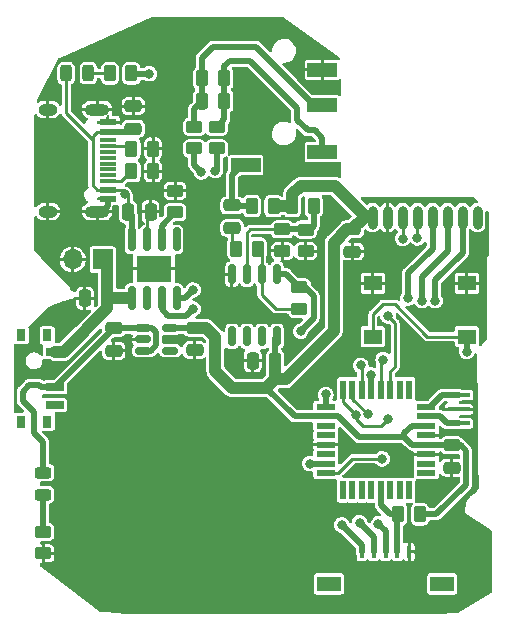
<source format=gbr>
%TF.GenerationSoftware,KiCad,Pcbnew,(6.0.0)*%
%TF.CreationDate,2023-02-19T23:28:08+01:00*%
%TF.ProjectId,DETECTIVE BOYS BADGE,44455445-4354-4495-9645-20424f595320,rev?*%
%TF.SameCoordinates,Original*%
%TF.FileFunction,Copper,L1,Top*%
%TF.FilePolarity,Positive*%
%FSLAX46Y46*%
G04 Gerber Fmt 4.6, Leading zero omitted, Abs format (unit mm)*
G04 Created by KiCad (PCBNEW (6.0.0)) date 2023-02-19 23:28:08*
%MOMM*%
%LPD*%
G01*
G04 APERTURE LIST*
G04 Aperture macros list*
%AMRoundRect*
0 Rectangle with rounded corners*
0 $1 Rounding radius*
0 $2 $3 $4 $5 $6 $7 $8 $9 X,Y pos of 4 corners*
0 Add a 4 corners polygon primitive as box body*
4,1,4,$2,$3,$4,$5,$6,$7,$8,$9,$2,$3,0*
0 Add four circle primitives for the rounded corners*
1,1,$1+$1,$2,$3*
1,1,$1+$1,$4,$5*
1,1,$1+$1,$6,$7*
1,1,$1+$1,$8,$9*
0 Add four rect primitives between the rounded corners*
20,1,$1+$1,$2,$3,$4,$5,0*
20,1,$1+$1,$4,$5,$6,$7,0*
20,1,$1+$1,$6,$7,$8,$9,0*
20,1,$1+$1,$8,$9,$2,$3,0*%
G04 Aperture macros list end*
%TA.AperFunction,SMDPad,CuDef*%
%ADD10RoundRect,0.250000X0.250000X0.475000X-0.250000X0.475000X-0.250000X-0.475000X0.250000X-0.475000X0*%
%TD*%
%TA.AperFunction,SMDPad,CuDef*%
%ADD11RoundRect,0.250000X0.262500X0.450000X-0.262500X0.450000X-0.262500X-0.450000X0.262500X-0.450000X0*%
%TD*%
%TA.AperFunction,SMDPad,CuDef*%
%ADD12R,2.500000X1.200000*%
%TD*%
%TA.AperFunction,SMDPad,CuDef*%
%ADD13R,1.550000X1.300000*%
%TD*%
%TA.AperFunction,SMDPad,CuDef*%
%ADD14RoundRect,0.243750X0.456250X-0.243750X0.456250X0.243750X-0.456250X0.243750X-0.456250X-0.243750X0*%
%TD*%
%TA.AperFunction,SMDPad,CuDef*%
%ADD15RoundRect,0.250000X-0.250000X-0.475000X0.250000X-0.475000X0.250000X0.475000X-0.250000X0.475000X0*%
%TD*%
%TA.AperFunction,SMDPad,CuDef*%
%ADD16RoundRect,0.400000X0.000000X-0.600000X0.000000X-0.600000X0.000000X0.600000X0.000000X0.600000X0*%
%TD*%
%TA.AperFunction,SMDPad,CuDef*%
%ADD17RoundRect,0.250000X0.475000X-0.250000X0.475000X0.250000X-0.475000X0.250000X-0.475000X-0.250000X0*%
%TD*%
%TA.AperFunction,SMDPad,CuDef*%
%ADD18RoundRect,0.150000X-0.150000X0.675000X-0.150000X-0.675000X0.150000X-0.675000X0.150000X0.675000X0*%
%TD*%
%TA.AperFunction,SMDPad,CuDef*%
%ADD19RoundRect,0.243750X0.243750X0.456250X-0.243750X0.456250X-0.243750X-0.456250X0.243750X-0.456250X0*%
%TD*%
%TA.AperFunction,SMDPad,CuDef*%
%ADD20R,0.800000X1.000000*%
%TD*%
%TA.AperFunction,SMDPad,CuDef*%
%ADD21R,1.500000X0.700000*%
%TD*%
%TA.AperFunction,SMDPad,CuDef*%
%ADD22RoundRect,0.250000X0.450000X-0.262500X0.450000X0.262500X-0.450000X0.262500X-0.450000X-0.262500X0*%
%TD*%
%TA.AperFunction,SMDPad,CuDef*%
%ADD23RoundRect,0.250000X-0.450000X0.262500X-0.450000X-0.262500X0.450000X-0.262500X0.450000X0.262500X0*%
%TD*%
%TA.AperFunction,SMDPad,CuDef*%
%ADD24RoundRect,0.250000X-0.475000X0.250000X-0.475000X-0.250000X0.475000X-0.250000X0.475000X0.250000X0*%
%TD*%
%TA.AperFunction,SMDPad,CuDef*%
%ADD25R,1.600000X0.550000*%
%TD*%
%TA.AperFunction,SMDPad,CuDef*%
%ADD26R,0.550000X1.600000*%
%TD*%
%TA.AperFunction,SMDPad,CuDef*%
%ADD27R,1.700000X1.700000*%
%TD*%
%TA.AperFunction,SMDPad,CuDef*%
%ADD28O,1.700000X1.700000*%
%TD*%
%TA.AperFunction,SMDPad,CuDef*%
%ADD29R,1.450000X0.600000*%
%TD*%
%TA.AperFunction,SMDPad,CuDef*%
%ADD30R,1.450000X0.300000*%
%TD*%
%TA.AperFunction,ComponentPad*%
%ADD31O,1.600000X1.000000*%
%TD*%
%TA.AperFunction,ComponentPad*%
%ADD32O,2.100000X1.000000*%
%TD*%
%TA.AperFunction,SMDPad,CuDef*%
%ADD33RoundRect,0.250000X-0.262500X-0.450000X0.262500X-0.450000X0.262500X0.450000X-0.262500X0.450000X0*%
%TD*%
%TA.AperFunction,SMDPad,CuDef*%
%ADD34R,1.900000X0.400000*%
%TD*%
%TA.AperFunction,SMDPad,CuDef*%
%ADD35RoundRect,0.150000X-0.512500X-0.150000X0.512500X-0.150000X0.512500X0.150000X-0.512500X0.150000X0*%
%TD*%
%TA.AperFunction,SMDPad,CuDef*%
%ADD36RoundRect,0.150000X-0.150000X0.825000X-0.150000X-0.825000X0.150000X-0.825000X0.150000X0.825000X0*%
%TD*%
%TA.AperFunction,SMDPad,CuDef*%
%ADD37R,3.000000X2.290000*%
%TD*%
%TA.AperFunction,SMDPad,CuDef*%
%ADD38R,0.400000X1.000000*%
%TD*%
%TA.AperFunction,SMDPad,CuDef*%
%ADD39R,2.000000X1.300000*%
%TD*%
%TA.AperFunction,ViaPad*%
%ADD40C,0.800000*%
%TD*%
%TA.AperFunction,Conductor*%
%ADD41C,0.508000*%
%TD*%
%TA.AperFunction,Conductor*%
%ADD42C,0.254000*%
%TD*%
%TA.AperFunction,Conductor*%
%ADD43C,1.016000*%
%TD*%
%TA.AperFunction,Conductor*%
%ADD44C,0.250000*%
%TD*%
G04 APERTURE END LIST*
D10*
%TO.P,C6,1*%
%TO.N,BAT*%
X139450000Y-127800000D03*
%TO.P,C6,2*%
%TO.N,GND*%
X137550000Y-127800000D03*
%TD*%
D11*
%TO.P,R9,1*%
%TO.N,Net-(R11-Pad2)*%
X156912500Y-120000000D03*
%TO.P,R9,2*%
%TO.N,+3V3*%
X155087500Y-120000000D03*
%TD*%
D12*
%TO.P,J1,R1*%
%TO.N,/SPK_R*%
X157650000Y-111455000D03*
%TO.P,J1,R2*%
%TO.N,GND*%
X157650000Y-108455000D03*
%TO.P,J1,S*%
%TO.N,MIC*%
X151150000Y-116555000D03*
%TO.P,J1,T*%
%TO.N,/SPK_L*%
X157650000Y-115455000D03*
%TD*%
D13*
%TO.P,SW2,1,1*%
%TO.N,GND*%
X161920000Y-126550000D03*
X169880000Y-126550000D03*
%TO.P,SW2,2,2*%
%TO.N,A1*%
X161920000Y-131050000D03*
X169880000Y-131050000D03*
%TD*%
D14*
%TO.P,D1,1,K*%
%TO.N,Net-(D1-Pad1)*%
X134000000Y-144437500D03*
%TO.P,D1,2,A*%
%TO.N,/VIN*%
X134000000Y-142562500D03*
%TD*%
D15*
%TO.P,C7,1*%
%TO.N,/SPK_R*%
X147450000Y-109200000D03*
%TO.P,C7,2*%
%TO.N,/SPK_L*%
X149350000Y-109200000D03*
%TD*%
D16*
%TO.P,U1,1,GND*%
%TO.N,GND*%
X163175000Y-120980000D03*
%TO.P,U1,2,VCC*%
%TO.N,+3V3*%
X161905000Y-120980000D03*
%TO.P,U1,3,CE*%
%TO.N,CE*%
X164445000Y-120980000D03*
%TO.P,U1,4,~{CSN}*%
%TO.N,CSN*%
X165715000Y-120980000D03*
%TO.P,U1,5,SCK*%
%TO.N,SCK*%
X166985000Y-120980000D03*
%TO.P,U1,6,MOSI*%
%TO.N,MOSI*%
X168255000Y-120980000D03*
%TO.P,U1,7,MISO*%
%TO.N,MISO*%
X169525000Y-120980000D03*
%TO.P,U1,8,IRQ*%
%TO.N,unconnected-(U1-Pad8)*%
X170795000Y-120980000D03*
%TD*%
D15*
%TO.P,C9,1*%
%TO.N,/SPK_R*%
X147450000Y-111100000D03*
%TO.P,C9,2*%
%TO.N,/SPK_L*%
X149350000Y-111100000D03*
%TD*%
%TO.P,C5,1*%
%TO.N,VBUS*%
X141200000Y-120475000D03*
%TO.P,C5,2*%
%TO.N,GND*%
X143100000Y-120475000D03*
%TD*%
D11*
%TO.P,R13,1*%
%TO.N,+3V3*%
X165912500Y-146100000D03*
%TO.P,R13,2*%
%TO.N,RESET*%
X164087500Y-146100000D03*
%TD*%
D17*
%TO.P,C11,1*%
%TO.N,GND*%
X168600000Y-142150000D03*
%TO.P,C11,2*%
%TO.N,+3V3*%
X168600000Y-140250000D03*
%TD*%
D18*
%TO.P,U4,1*%
%TO.N,A0*%
X153805000Y-125775000D03*
%TO.P,U4,2,-*%
%TO.N,Net-(R10-Pad1)*%
X152535000Y-125775000D03*
%TO.P,U4,3,+*%
%TO.N,Net-(R11-Pad2)*%
X151265000Y-125775000D03*
%TO.P,U4,4,V-*%
%TO.N,GND*%
X149995000Y-125775000D03*
%TO.P,U4,5*%
%TO.N,N/C*%
X149995000Y-131025000D03*
%TO.P,U4,6*%
X151265000Y-131025000D03*
%TO.P,U4,7*%
X152535000Y-131025000D03*
%TO.P,U4,8,V+*%
%TO.N,+3V3*%
X153805000Y-131025000D03*
%TD*%
D19*
%TO.P,D2,1,K*%
%TO.N,Net-(D2-Pad1)*%
X137837500Y-108750000D03*
%TO.P,D2,2,A*%
%TO.N,VBUS*%
X135962500Y-108750000D03*
%TD*%
D20*
%TO.P,SW1,*%
%TO.N,*%
X134355000Y-130950000D03*
X132145000Y-130950000D03*
X134355000Y-138250000D03*
X132145000Y-138250000D03*
D21*
%TO.P,SW1,1,A*%
%TO.N,BAT*%
X135005000Y-132350000D03*
%TO.P,SW1,2,B*%
%TO.N,/VIN*%
X135005000Y-135350000D03*
%TO.P,SW1,3,C*%
%TO.N,unconnected-(SW1-Pad3)*%
X135005000Y-136850000D03*
%TD*%
D22*
%TO.P,R6,1*%
%TO.N,AUDIO_L*%
X148700000Y-115112500D03*
%TO.P,R6,2*%
%TO.N,/SPK_L*%
X148700000Y-113287500D03*
%TD*%
D11*
%TO.P,R8,1*%
%TO.N,+3V3*%
X153512500Y-120000000D03*
%TO.P,R8,2*%
%TO.N,MIC*%
X151687500Y-120000000D03*
%TD*%
D22*
%TO.P,R7,1*%
%TO.N,Net-(R7-Pad1)*%
X145175000Y-120537500D03*
%TO.P,R7,2*%
%TO.N,GND*%
X145175000Y-118712500D03*
%TD*%
D23*
%TO.P,R5,1*%
%TO.N,/SPK_R*%
X146800000Y-113287500D03*
%TO.P,R5,2*%
%TO.N,AUDIO_R*%
X146800000Y-115112500D03*
%TD*%
%TO.P,RG1,1*%
%TO.N,A0*%
X155700000Y-126887500D03*
%TO.P,RG1,2*%
%TO.N,Net-(R10-Pad1)*%
X155700000Y-128712500D03*
%TD*%
D24*
%TO.P,C2,1*%
%TO.N,/VIN*%
X140000000Y-130350000D03*
%TO.P,C2,2*%
%TO.N,GND*%
X140000000Y-132250000D03*
%TD*%
D22*
%TO.P,R11,1*%
%TO.N,GND*%
X156250000Y-123812500D03*
%TO.P,R11,2*%
%TO.N,Net-(R11-Pad2)*%
X156250000Y-121987500D03*
%TD*%
D25*
%TO.P,U5,1,PD3*%
%TO.N,unconnected-(U5-Pad1)*%
X166450000Y-142600000D03*
%TO.P,U5,2,PD4*%
%TO.N,unconnected-(U5-Pad2)*%
X166450000Y-141800000D03*
%TO.P,U5,3,GND*%
%TO.N,GND*%
X166450000Y-141000000D03*
%TO.P,U5,4,VCC*%
%TO.N,+3V3*%
X166450000Y-140200000D03*
%TO.P,U5,5,GND*%
%TO.N,GND*%
X166450000Y-139400000D03*
%TO.P,U5,6,VCC*%
%TO.N,+3V3*%
X166450000Y-138600000D03*
%TO.P,U5,7,XTAL1/PB6*%
%TO.N,XTAL1*%
X166450000Y-137800000D03*
%TO.P,U5,8,XTAL2/PB7*%
%TO.N,XTAL2*%
X166450000Y-137000000D03*
D26*
%TO.P,U5,9,PD5*%
%TO.N,unconnected-(U5-Pad9)*%
X165000000Y-135550000D03*
%TO.P,U5,10,PD6*%
%TO.N,unconnected-(U5-Pad10)*%
X164200000Y-135550000D03*
%TO.P,U5,11,PD7*%
%TO.N,CE*%
X163400000Y-135550000D03*
%TO.P,U5,12,PB0*%
%TO.N,CSN*%
X162600000Y-135550000D03*
%TO.P,U5,13,PB1*%
%TO.N,AUDIO_L*%
X161800000Y-135550000D03*
%TO.P,U5,14,PB2*%
%TO.N,AUDIO_R*%
X161000000Y-135550000D03*
%TO.P,U5,15,PB3*%
%TO.N,MOSI*%
X160200000Y-135550000D03*
%TO.P,U5,16,PB4*%
%TO.N,MISO*%
X159400000Y-135550000D03*
D25*
%TO.P,U5,17,PB5*%
%TO.N,SCK*%
X157950000Y-137000000D03*
%TO.P,U5,18,AVCC*%
%TO.N,+3V3*%
X157950000Y-137800000D03*
%TO.P,U5,19,ADC6*%
%TO.N,unconnected-(U5-Pad19)*%
X157950000Y-138600000D03*
%TO.P,U5,20,AREF*%
%TO.N,unconnected-(U5-Pad20)*%
X157950000Y-139400000D03*
%TO.P,U5,21,GND*%
%TO.N,GND*%
X157950000Y-140200000D03*
%TO.P,U5,22,ADC7*%
%TO.N,unconnected-(U5-Pad22)*%
X157950000Y-141000000D03*
%TO.P,U5,23,PC0*%
%TO.N,A0*%
X157950000Y-141800000D03*
%TO.P,U5,24,PC1*%
%TO.N,A1*%
X157950000Y-142600000D03*
D26*
%TO.P,U5,25,PC2*%
%TO.N,unconnected-(U5-Pad25)*%
X159400000Y-144050000D03*
%TO.P,U5,26,PC3*%
%TO.N,unconnected-(U5-Pad26)*%
X160200000Y-144050000D03*
%TO.P,U5,27,PC4*%
%TO.N,unconnected-(U5-Pad27)*%
X161000000Y-144050000D03*
%TO.P,U5,28,PC5*%
%TO.N,unconnected-(U5-Pad28)*%
X161800000Y-144050000D03*
%TO.P,U5,29,~{RESET}/PC6*%
%TO.N,RESET*%
X162600000Y-144050000D03*
%TO.P,U5,30,PD0*%
%TO.N,unconnected-(U5-Pad30)*%
X163400000Y-144050000D03*
%TO.P,U5,31,PD1*%
%TO.N,unconnected-(U5-Pad31)*%
X164200000Y-144050000D03*
%TO.P,U5,32,PD2*%
%TO.N,unconnected-(U5-Pad32)*%
X165000000Y-144050000D03*
%TD*%
D24*
%TO.P,C1,1*%
%TO.N,+3V3*%
X160200000Y-121950000D03*
%TO.P,C1,2*%
%TO.N,GND*%
X160200000Y-123850000D03*
%TD*%
D17*
%TO.P,C3,1*%
%TO.N,VBUS*%
X141650000Y-113450000D03*
%TO.P,C3,2*%
%TO.N,GND*%
X141650000Y-111550000D03*
%TD*%
D27*
%TO.P,BT1,1,+*%
%TO.N,BAT*%
X139050000Y-124525000D03*
D28*
%TO.P,BT1,2,-*%
%TO.N,GND*%
X136510000Y-124525000D03*
%TD*%
D11*
%TO.P,R10,1*%
%TO.N,Net-(R10-Pad1)*%
X152162500Y-123600000D03*
%TO.P,R10,2*%
%TO.N,Net-(C8-Pad2)*%
X150337500Y-123600000D03*
%TD*%
D29*
%TO.P,USB1,A1,GND*%
%TO.N,GND*%
X139495000Y-112900000D03*
%TO.P,USB1,A4,VBUS*%
%TO.N,VBUS*%
X139495000Y-113700000D03*
D30*
%TO.P,USB1,A5,CC1*%
%TO.N,Net-(R2-Pad1)*%
X139495000Y-114900000D03*
%TO.P,USB1,A6,D+*%
%TO.N,unconnected-(USB1-PadA6)*%
X139495000Y-115900000D03*
%TO.P,USB1,A7,D-*%
%TO.N,unconnected-(USB1-PadA7)*%
X139495000Y-116400000D03*
%TO.P,USB1,A8,SBU1*%
%TO.N,unconnected-(USB1-PadA8)*%
X139495000Y-117400000D03*
D29*
%TO.P,USB1,A9,VBUS*%
%TO.N,VBUS*%
X139495000Y-118600000D03*
%TO.P,USB1,A12,GND*%
%TO.N,GND*%
X139495000Y-119400000D03*
%TO.P,USB1,B1,GND*%
X139495000Y-119400000D03*
%TO.P,USB1,B4,VBUS*%
%TO.N,VBUS*%
X139495000Y-118600000D03*
D30*
%TO.P,USB1,B5,CC2*%
%TO.N,Net-(R3-Pad1)*%
X139495000Y-117900000D03*
%TO.P,USB1,B6,D+*%
%TO.N,unconnected-(USB1-PadB6)*%
X139495000Y-116900000D03*
%TO.P,USB1,B7,D-*%
%TO.N,unconnected-(USB1-PadB7)*%
X139495000Y-115400000D03*
%TO.P,USB1,B8,SBU2*%
%TO.N,unconnected-(USB1-PadB8)*%
X139495000Y-114400000D03*
D29*
%TO.P,USB1,B9,VBUS*%
%TO.N,VBUS*%
X139495000Y-113700000D03*
%TO.P,USB1,B12,GND*%
%TO.N,GND*%
X139495000Y-112900000D03*
D31*
%TO.P,USB1,S1,SHIELD*%
X134400000Y-111830000D03*
D32*
X138580000Y-111830000D03*
X138580000Y-120470000D03*
D31*
X134400000Y-120470000D03*
%TD*%
D22*
%TO.P,R12,1*%
%TO.N,GND*%
X154250000Y-123800000D03*
%TO.P,R12,2*%
%TO.N,Net-(R11-Pad2)*%
X154250000Y-121975000D03*
%TD*%
D24*
%TO.P,C8,1*%
%TO.N,MIC*%
X150000000Y-119950000D03*
%TO.P,C8,2*%
%TO.N,Net-(C8-Pad2)*%
X150000000Y-121850000D03*
%TD*%
D33*
%TO.P,R3,1*%
%TO.N,Net-(R3-Pad1)*%
X141487500Y-117050000D03*
%TO.P,R3,2*%
%TO.N,GND*%
X143312500Y-117050000D03*
%TD*%
D34*
%TO.P,X1,1,1*%
%TO.N,XTAL1*%
X169200000Y-138400000D03*
%TO.P,X1,2,2*%
%TO.N,GND*%
X169200000Y-137200000D03*
%TO.P,X1,3,3*%
%TO.N,XTAL2*%
X169200000Y-136000000D03*
%TD*%
D35*
%TO.P,U2,1,IN*%
%TO.N,/VIN*%
X142487500Y-130337500D03*
%TO.P,U2,2,GND*%
%TO.N,GND*%
X142487500Y-131287500D03*
%TO.P,U2,3,EN*%
%TO.N,/VIN*%
X142487500Y-132237500D03*
%TO.P,U2,4,BP*%
%TO.N,unconnected-(U2-Pad4)*%
X144762500Y-132237500D03*
%TO.P,U2,5,OUT*%
%TO.N,+3V3*%
X144762500Y-130337500D03*
%TD*%
D36*
%TO.P,U3,1,TEMP*%
%TO.N,unconnected-(U3-Pad1)*%
X145305000Y-122825000D03*
%TO.P,U3,2,PROG*%
%TO.N,Net-(R7-Pad1)*%
X144035000Y-122825000D03*
%TO.P,U3,3,GND*%
%TO.N,GND*%
X142765000Y-122825000D03*
%TO.P,U3,4,VCC*%
%TO.N,VBUS*%
X141495000Y-122825000D03*
%TO.P,U3,5,BAT*%
%TO.N,BAT*%
X141495000Y-127775000D03*
%TO.P,U3,6,STDBY*%
%TO.N,unconnected-(U3-Pad6)*%
X142765000Y-127775000D03*
%TO.P,U3,7,CHRG*%
%TO.N,Net-(R4-Pad2)*%
X144035000Y-127775000D03*
%TO.P,U3,8,CE*%
%TO.N,VBUS*%
X145305000Y-127775000D03*
D37*
%TO.P,U3,9,EP*%
%TO.N,GND*%
X143400000Y-125300000D03*
%TD*%
D23*
%TO.P,R1,1*%
%TO.N,Net-(D1-Pad1)*%
X134000000Y-147587500D03*
%TO.P,R1,2*%
%TO.N,GND*%
X134000000Y-149412500D03*
%TD*%
D33*
%TO.P,R4,1*%
%TO.N,Net-(D2-Pad1)*%
X139662500Y-108775000D03*
%TO.P,R4,2*%
%TO.N,Net-(R4-Pad2)*%
X141487500Y-108775000D03*
%TD*%
D24*
%TO.P,C4,1*%
%TO.N,+3V3*%
X146825000Y-130300000D03*
%TO.P,C4,2*%
%TO.N,GND*%
X146825000Y-132200000D03*
%TD*%
D15*
%TO.P,C10,1*%
%TO.N,GND*%
X151750000Y-133100000D03*
%TO.P,C10,2*%
%TO.N,+3V3*%
X153650000Y-133100000D03*
%TD*%
D33*
%TO.P,R2,1*%
%TO.N,Net-(R2-Pad1)*%
X141487500Y-115150000D03*
%TO.P,R2,2*%
%TO.N,GND*%
X143312500Y-115150000D03*
%TD*%
D38*
%TO.P,J2,1,Pin_1*%
%TO.N,SCK*%
X161000000Y-149290000D03*
%TO.P,J2,2,Pin_2*%
%TO.N,MISO*%
X162000000Y-149290000D03*
%TO.P,J2,3,Pin_3*%
%TO.N,MOSI*%
X163000000Y-149290000D03*
%TO.P,J2,4,Pin_4*%
%TO.N,RESET*%
X164000000Y-149290000D03*
%TO.P,J2,5,Pin_5*%
%TO.N,GND*%
X165000000Y-149290000D03*
D39*
%TO.P,J2,MP*%
%TO.N,N/C*%
X158200000Y-151990000D03*
X167800000Y-151990000D03*
%TD*%
D40*
%TO.N,VBUS*%
X146700000Y-127100000D03*
X140900000Y-119000000D03*
%TO.N,GND*%
X164400000Y-141900000D03*
X143400000Y-125300000D03*
X160200000Y-126750000D03*
X166200000Y-147900000D03*
X158400000Y-120800000D03*
X146900000Y-133700000D03*
X169900000Y-128100000D03*
X157600000Y-144700000D03*
X158300000Y-133650000D03*
X150100000Y-133200000D03*
%TO.N,MOSI*%
X162400000Y-146900000D03*
X161500000Y-137600000D03*
X166100000Y-128000000D03*
%TO.N,MISO*%
X167200000Y-128000000D03*
X163200000Y-138000000D03*
X160800000Y-146800000D03*
X160500000Y-137700000D03*
%TO.N,SCK*%
X157950000Y-135950000D03*
X159300000Y-147000000D03*
X164900000Y-127800000D03*
%TO.N,CE*%
X163200011Y-129300000D03*
X164450000Y-122750000D03*
%TO.N,CSN*%
X165700000Y-122700000D03*
X162800000Y-133000000D03*
%TO.N,Net-(R4-Pad2)*%
X146700000Y-128700000D03*
X143000000Y-108800000D03*
%TO.N,AUDIO_R*%
X160900000Y-133500000D03*
X147400000Y-117100000D03*
%TO.N,A0*%
X155800000Y-130600000D03*
X156600000Y-141800000D03*
%TO.N,A1*%
X169880000Y-132320000D03*
X162700000Y-141400000D03*
%TO.N,AUDIO_L*%
X161800000Y-134300000D03*
X148600000Y-117000000D03*
%TD*%
D41*
%TO.N,VBUS*%
X145305000Y-127775000D02*
X146025000Y-127775000D01*
D42*
X138202102Y-114100000D02*
X138602102Y-113700000D01*
D41*
X141650000Y-113450000D02*
X141400000Y-113700000D01*
X141495000Y-120770000D02*
X141200000Y-120475000D01*
D42*
X135962500Y-112164602D02*
X138200000Y-114402102D01*
D41*
X141400000Y-113700000D02*
X139495000Y-113700000D01*
D42*
X135962500Y-108750000D02*
X135962500Y-112164602D01*
X138602102Y-113700000D02*
X139495000Y-113700000D01*
X138200000Y-114100000D02*
X138202102Y-114100000D01*
D41*
X146025000Y-127775000D02*
X146700000Y-127100000D01*
D42*
X138200000Y-114402102D02*
X138200000Y-114600000D01*
X139495000Y-118600000D02*
X140700000Y-118600000D01*
X138200000Y-114600000D02*
X138200000Y-114100000D01*
X141200000Y-119100000D02*
X141200000Y-120475000D01*
X140700000Y-118600000D02*
X141200000Y-119100000D01*
X139495000Y-118600000D02*
X138602102Y-118600000D01*
X138602102Y-118600000D02*
X138200000Y-118197898D01*
X138200000Y-118197898D02*
X138200000Y-114600000D01*
D41*
X141495000Y-122825000D02*
X141495000Y-120770000D01*
%TO.N,GND*%
X139500000Y-119405000D02*
X139495000Y-119400000D01*
D42*
X142765000Y-120810000D02*
X143100000Y-120475000D01*
D41*
X139500000Y-120000000D02*
X139500000Y-119405000D01*
X139030000Y-120470000D02*
X139500000Y-120000000D01*
D42*
X142765000Y-122825000D02*
X142765000Y-120810000D01*
D41*
X138580000Y-120470000D02*
X139030000Y-120470000D01*
D43*
%TO.N,BAT*%
X135750000Y-132350000D02*
X139450000Y-128650000D01*
X139450000Y-128650000D02*
X139450000Y-127800000D01*
X135005000Y-132350000D02*
X135750000Y-132350000D01*
X139450000Y-124925000D02*
X139050000Y-124525000D01*
X139450000Y-127800000D02*
X141200000Y-127800000D01*
X139450000Y-127800000D02*
X139450000Y-124925000D01*
%TO.N,+3V3*%
X159750000Y-121950000D02*
X160200000Y-121950000D01*
X155087500Y-120000000D02*
X155087500Y-119012500D01*
X147800000Y-130300000D02*
X148600000Y-131100000D01*
X146825000Y-130300000D02*
X147800000Y-130300000D01*
D41*
X157950000Y-137800000D02*
X155300000Y-137800000D01*
X153650000Y-131180000D02*
X153805000Y-131025000D01*
D43*
X155087500Y-119012500D02*
X155800000Y-118300000D01*
D41*
X169800000Y-143600000D02*
X169800000Y-140700000D01*
X169800000Y-140700000D02*
X169350000Y-140250000D01*
X168550000Y-140200000D02*
X168600000Y-140250000D01*
X169350000Y-140250000D02*
X168600000Y-140250000D01*
X165912500Y-146100000D02*
X167300000Y-146100000D01*
D43*
X153650000Y-134650000D02*
X154550000Y-134650000D01*
X161170000Y-120770000D02*
X161170000Y-120980000D01*
X158600000Y-123100000D02*
X159750000Y-121950000D01*
X158700000Y-118300000D02*
X161170000Y-120770000D01*
D41*
X155300000Y-137800000D02*
X152900000Y-135400000D01*
D43*
X158600000Y-130600000D02*
X158600000Y-123100000D01*
D41*
X165200000Y-138600000D02*
X164600000Y-139200000D01*
X164600000Y-139200000D02*
X164600000Y-139532022D01*
X167300000Y-146100000D02*
X169800000Y-143600000D01*
X160732022Y-139532022D02*
X164600000Y-139532022D01*
X165267978Y-140200000D02*
X166450000Y-140200000D01*
D43*
X155800000Y-118300000D02*
X158700000Y-118300000D01*
X155087500Y-120000000D02*
X153512500Y-120000000D01*
D41*
X157950000Y-137800000D02*
X159000000Y-137800000D01*
D43*
X148600000Y-134000000D02*
X150000000Y-135400000D01*
D41*
X144762500Y-130337500D02*
X146787500Y-130337500D01*
X153650000Y-133100000D02*
X153650000Y-131180000D01*
D43*
X154550000Y-134650000D02*
X158600000Y-130600000D01*
X161170000Y-120980000D02*
X160200000Y-121950000D01*
X152900000Y-135400000D02*
X153650000Y-134650000D01*
X153650000Y-134650000D02*
X153650000Y-133100000D01*
X148600000Y-131100000D02*
X148600000Y-134000000D01*
X150000000Y-135400000D02*
X152900000Y-135400000D01*
D41*
X166450000Y-140200000D02*
X168550000Y-140200000D01*
X166450000Y-138600000D02*
X165200000Y-138600000D01*
X164600000Y-139532022D02*
X165267978Y-140200000D01*
X159000000Y-137800000D02*
X160732022Y-139532022D01*
X146787500Y-130337500D02*
X146825000Y-130300000D01*
%TO.N,MOSI*%
X166100000Y-126000000D02*
X168255000Y-123845000D01*
D42*
X160200000Y-135550000D02*
X160200000Y-136300000D01*
D41*
X168255000Y-123845000D02*
X168255000Y-120980000D01*
X168255000Y-120980000D02*
X168200000Y-121035000D01*
X166100000Y-126000000D02*
X166100000Y-128000000D01*
X163000000Y-149290000D02*
X163000000Y-147500000D01*
X163000000Y-147500000D02*
X162400000Y-146900000D01*
D42*
X160200000Y-136300000D02*
X161500000Y-137600000D01*
%TO.N,MISO*%
X162600000Y-138600000D02*
X163200000Y-138000000D01*
D41*
X162000000Y-149290000D02*
X162000000Y-148000000D01*
D42*
X159400000Y-136600000D02*
X160500000Y-137700000D01*
D41*
X167200000Y-126300000D02*
X167200000Y-128000000D01*
X162000000Y-148000000D02*
X160800000Y-146800000D01*
D42*
X160500000Y-137700000D02*
X160500000Y-138000000D01*
D41*
X169525000Y-120980000D02*
X169525000Y-123975000D01*
D42*
X161100000Y-138600000D02*
X162600000Y-138600000D01*
X160500000Y-138000000D02*
X161100000Y-138600000D01*
D41*
X169525000Y-123975000D02*
X167200000Y-126300000D01*
D42*
X159400000Y-135550000D02*
X159400000Y-136600000D01*
D41*
%TO.N,Net-(D1-Pad1)*%
X134000000Y-144437500D02*
X134000000Y-147587500D01*
%TO.N,SCK*%
X164900000Y-125700000D02*
X166985000Y-123615000D01*
X161000000Y-149290000D02*
X161000000Y-148700000D01*
X166985000Y-123615000D02*
X166985000Y-120980000D01*
X161000000Y-148700000D02*
X159300000Y-147000000D01*
X164900000Y-127800000D02*
X164900000Y-125700000D01*
X157950000Y-137000000D02*
X157950000Y-135950000D01*
D44*
%TO.N,Net-(C8-Pad2)*%
X150000000Y-121850000D02*
X150000000Y-123262500D01*
X150000000Y-123262500D02*
X150337500Y-123600000D01*
D42*
%TO.N,Net-(R2-Pad1)*%
X141237500Y-114900000D02*
X141487500Y-115150000D01*
X139495000Y-114900000D02*
X141237500Y-114900000D01*
%TO.N,Net-(R3-Pad1)*%
X139495000Y-117900000D02*
X140637500Y-117900000D01*
X140637500Y-117900000D02*
X141487500Y-117050000D01*
D41*
%TO.N,RESET*%
X163400000Y-146100000D02*
X164087500Y-146100000D01*
X164000000Y-149290000D02*
X164000000Y-146187500D01*
X162600000Y-145300000D02*
X163400000Y-146100000D01*
X162600000Y-144050000D02*
X162600000Y-145300000D01*
X164000000Y-146187500D02*
X164087500Y-146100000D01*
%TO.N,/VIN*%
X142487500Y-130337500D02*
X143237500Y-130337500D01*
X132850038Y-135146479D02*
X132291479Y-135705038D01*
X142475000Y-130350000D02*
X142487500Y-130337500D01*
X140000000Y-130350000D02*
X142475000Y-130350000D01*
X132291479Y-136494962D02*
X133200000Y-137403483D01*
X143162500Y-132237500D02*
X142487500Y-132237500D01*
X132291479Y-135705038D02*
X132291479Y-136494962D01*
X134000000Y-140000000D02*
X134000000Y-142562500D01*
X135005000Y-135350000D02*
X135005000Y-135345000D01*
X134955000Y-135300000D02*
X133793483Y-135300000D01*
X133793483Y-135300000D02*
X133639962Y-135146479D01*
X133200000Y-139200000D02*
X134000000Y-140000000D01*
X143603520Y-131796480D02*
X143162500Y-132237500D01*
X143603520Y-130703520D02*
X143603520Y-131796480D01*
X135005000Y-135345000D02*
X140000000Y-130350000D01*
X143237500Y-130337500D02*
X143603520Y-130703520D01*
X135005000Y-135350000D02*
X134955000Y-135300000D01*
X133639962Y-135146479D02*
X132850038Y-135146479D01*
X133200000Y-137403483D02*
X133200000Y-139200000D01*
%TO.N,MIC*%
X151687500Y-120000000D02*
X150050000Y-120000000D01*
X150000000Y-119950000D02*
X150000000Y-117405000D01*
X150000000Y-117405000D02*
X150850000Y-116555000D01*
X150050000Y-120000000D02*
X150000000Y-119950000D01*
D42*
%TO.N,Net-(D2-Pad1)*%
X139637500Y-108750000D02*
X139662500Y-108775000D01*
X137837500Y-108750000D02*
X139637500Y-108750000D01*
%TO.N,CE*%
X164450000Y-122750000D02*
X164450000Y-120985000D01*
X164450000Y-120985000D02*
X164445000Y-120980000D01*
X163800000Y-133600000D02*
X163400000Y-134000000D01*
X163400000Y-134000000D02*
X163400000Y-135550000D01*
X163800000Y-129899989D02*
X163800000Y-133600000D01*
X163200011Y-129300000D02*
X163800000Y-129899989D01*
%TO.N,CSN*%
X165700000Y-122700000D02*
X165700000Y-120995000D01*
X162600000Y-135550000D02*
X162600000Y-133200000D01*
X165700000Y-120995000D02*
X165715000Y-120980000D01*
X162600000Y-133200000D02*
X162800000Y-133000000D01*
D41*
%TO.N,/SPK_R*%
X147450000Y-107450000D02*
X148400000Y-106500000D01*
X147450000Y-109200000D02*
X147450000Y-111100000D01*
X147450000Y-109200000D02*
X147450000Y-107450000D01*
X156955000Y-111455000D02*
X157650000Y-111455000D01*
X152000000Y-106500000D02*
X156955000Y-111455000D01*
X148400000Y-106500000D02*
X152000000Y-106500000D01*
X146800000Y-113287500D02*
X146800000Y-111750000D01*
X146800000Y-111750000D02*
X147450000Y-111100000D01*
%TO.N,XTAL1*%
X167600000Y-137800000D02*
X168200000Y-138400000D01*
X166450000Y-137800000D02*
X167600000Y-137800000D01*
X168200000Y-138400000D02*
X169200000Y-138400000D01*
%TO.N,XTAL2*%
X167800000Y-136000000D02*
X169200000Y-136000000D01*
X166800000Y-137000000D02*
X167800000Y-136000000D01*
X166450000Y-137000000D02*
X166800000Y-137000000D01*
%TO.N,/SPK_L*%
X155500000Y-111700000D02*
X155500000Y-112700000D01*
X156400000Y-113600000D02*
X157000000Y-113600000D01*
X155500000Y-112700000D02*
X156400000Y-113600000D01*
X149350000Y-109200000D02*
X149350000Y-111100000D01*
X149350000Y-109200000D02*
X149350000Y-108150000D01*
X157000000Y-113600000D02*
X157650000Y-114250000D01*
X149350000Y-111100000D02*
X149350000Y-112637500D01*
X149800000Y-107700000D02*
X151500000Y-107700000D01*
X157650000Y-114250000D02*
X157650000Y-115455000D01*
X149350000Y-112637500D02*
X148700000Y-113287500D01*
X151500000Y-107700000D02*
X155500000Y-111700000D01*
X149350000Y-108150000D02*
X149800000Y-107700000D01*
%TO.N,Net-(R7-Pad1)*%
X144035000Y-121677500D02*
X145175000Y-120537500D01*
X144035000Y-122825000D02*
X144035000Y-121677500D01*
%TO.N,Net-(R4-Pad2)*%
X144035000Y-127775000D02*
X144035000Y-128735000D01*
X143000000Y-108800000D02*
X141512500Y-108800000D01*
X144035000Y-128735000D02*
X144600000Y-129300000D01*
X141512500Y-108800000D02*
X141487500Y-108775000D01*
X146100000Y-129300000D02*
X146700000Y-128700000D01*
X144600000Y-129300000D02*
X146100000Y-129300000D01*
D42*
%TO.N,AUDIO_R*%
X161000000Y-133600000D02*
X160900000Y-133500000D01*
X161000000Y-135550000D02*
X161000000Y-133600000D01*
D41*
X146800000Y-116500000D02*
X147400000Y-117100000D01*
X146800000Y-115112500D02*
X146800000Y-116500000D01*
%TO.N,A0*%
X153805000Y-125775000D02*
X154587500Y-125775000D01*
X156900000Y-129500000D02*
X155800000Y-130600000D01*
X156187500Y-126887500D02*
X156900000Y-127600000D01*
X155700000Y-126887500D02*
X156187500Y-126887500D01*
X156900000Y-127600000D02*
X156900000Y-129500000D01*
X154587500Y-125775000D02*
X155700000Y-126887500D01*
X156600000Y-141800000D02*
X157950000Y-141800000D01*
D42*
%TO.N,A1*%
X159000000Y-142600000D02*
X160000000Y-141600000D01*
X162800000Y-128300000D02*
X163800000Y-128300000D01*
D41*
X169880000Y-131050000D02*
X169880000Y-132320000D01*
D42*
X161920000Y-131050000D02*
X161920000Y-129180000D01*
X166550000Y-131050000D02*
X169880000Y-131050000D01*
X160000000Y-141600000D02*
X160200000Y-141400000D01*
X157950000Y-142600000D02*
X159000000Y-142600000D01*
X163800000Y-128300000D02*
X166550000Y-131050000D01*
X161920000Y-129180000D02*
X162800000Y-128300000D01*
X160200000Y-141400000D02*
X162700000Y-141400000D01*
D41*
%TO.N,AUDIO_L*%
X148700000Y-115112500D02*
X148700000Y-116900000D01*
X161800000Y-134300000D02*
X161800000Y-135550000D01*
X148700000Y-116900000D02*
X148600000Y-117000000D01*
D44*
%TO.N,Net-(R11-Pad2)*%
X154250000Y-121975000D02*
X151525000Y-121975000D01*
X151250000Y-122250000D02*
X151250000Y-125760000D01*
D41*
X154600000Y-121975000D02*
X156587500Y-121975000D01*
X156587500Y-121975000D02*
X156600000Y-121987500D01*
D44*
X151525000Y-121975000D02*
X151250000Y-122250000D01*
D41*
X156912500Y-121675000D02*
X156600000Y-121987500D01*
X156912500Y-120000000D02*
X156912500Y-121675000D01*
D44*
X151250000Y-125760000D02*
X151265000Y-125775000D01*
%TO.N,Net-(R10-Pad1)*%
X152535000Y-125775000D02*
X152535000Y-127535000D01*
X152535000Y-127535000D02*
X153712500Y-128712500D01*
X153712500Y-128712500D02*
X155700000Y-128712500D01*
X152535000Y-125775000D02*
X152535000Y-123972500D01*
X152535000Y-123972500D02*
X152162500Y-123600000D01*
%TD*%
%TA.AperFunction,Conductor*%
%TO.N,GND*%
G36*
X164043488Y-129086278D02*
G01*
X164062108Y-129101631D01*
X166241956Y-131281479D01*
X166257315Y-131300495D01*
X166258281Y-131301556D01*
X166263929Y-131310304D01*
X166272106Y-131316750D01*
X166290472Y-131331229D01*
X166294950Y-131335208D01*
X166295010Y-131335137D01*
X166298967Y-131338490D01*
X166302648Y-131342171D01*
X166306880Y-131345195D01*
X166306882Y-131345197D01*
X166318457Y-131353469D01*
X166323202Y-131357032D01*
X166363670Y-131388934D01*
X166372355Y-131391984D01*
X166379842Y-131397334D01*
X166429247Y-131412109D01*
X166434842Y-131413927D01*
X166483502Y-131431016D01*
X166489091Y-131431500D01*
X166491804Y-131431500D01*
X166494469Y-131431615D01*
X166494532Y-131431634D01*
X166494525Y-131431808D01*
X166495271Y-131431855D01*
X166501524Y-131433725D01*
X166551383Y-131431766D01*
X166555678Y-131431597D01*
X166560625Y-131431500D01*
X168724501Y-131431500D01*
X168792622Y-131451502D01*
X168839115Y-131505158D01*
X168850501Y-131557500D01*
X168850501Y-131725066D01*
X168855639Y-131750899D01*
X168859466Y-131770138D01*
X168865266Y-131799301D01*
X168872161Y-131809620D01*
X168872162Y-131809622D01*
X168896989Y-131846777D01*
X168921516Y-131883484D01*
X169005699Y-131939734D01*
X169079933Y-131954500D01*
X169135619Y-131954500D01*
X169203740Y-131974502D01*
X169250233Y-132028158D01*
X169260337Y-132098432D01*
X169253014Y-132126265D01*
X169241406Y-132156037D01*
X169240414Y-132163570D01*
X169240414Y-132163571D01*
X169222865Y-132296872D01*
X169220729Y-132313096D01*
X169228278Y-132381475D01*
X169236914Y-132459689D01*
X169238113Y-132470553D01*
X169240723Y-132477684D01*
X169240723Y-132477686D01*
X169286029Y-132601490D01*
X169292553Y-132619319D01*
X169296789Y-132625622D01*
X169296789Y-132625623D01*
X169375991Y-132743487D01*
X169380908Y-132750805D01*
X169386527Y-132755918D01*
X169386528Y-132755919D01*
X169485364Y-132845852D01*
X169498076Y-132857419D01*
X169637293Y-132933008D01*
X169790522Y-132973207D01*
X169872966Y-132974502D01*
X169941319Y-132975576D01*
X169941322Y-132975576D01*
X169948916Y-132975695D01*
X170103332Y-132940329D01*
X170173742Y-132904917D01*
X170238072Y-132872563D01*
X170238075Y-132872561D01*
X170244855Y-132869151D01*
X170250626Y-132864222D01*
X170250629Y-132864220D01*
X170359536Y-132771204D01*
X170359536Y-132771203D01*
X170365314Y-132766269D01*
X170457755Y-132637624D01*
X170487355Y-132563992D01*
X170497363Y-132539097D01*
X170541330Y-132483353D01*
X170608455Y-132460228D01*
X170677426Y-132477065D01*
X170726346Y-132528518D01*
X170739786Y-132575071D01*
X170757515Y-132776998D01*
X170762391Y-132832540D01*
X170762844Y-132840821D01*
X170766710Y-133018655D01*
X170849511Y-136827536D01*
X170849541Y-136830504D01*
X170848911Y-137174986D01*
X170848846Y-137210604D01*
X170848798Y-137210846D01*
X170848798Y-137211557D01*
X170848800Y-137235747D01*
X170848800Y-137235989D01*
X170848766Y-137254595D01*
X170848755Y-137260398D01*
X170848801Y-137260633D01*
X170848871Y-138299785D01*
X170848832Y-138299981D01*
X170848872Y-138324982D01*
X170848874Y-138349622D01*
X170848912Y-138349815D01*
X170850693Y-139452623D01*
X170850656Y-139452810D01*
X170850658Y-139453375D01*
X170850731Y-139476782D01*
X170850733Y-139477503D01*
X170850773Y-139502465D01*
X170850810Y-139502650D01*
X170850811Y-139502665D01*
X170853328Y-140312873D01*
X170854140Y-140574443D01*
X170854095Y-140574677D01*
X170854218Y-140599393D01*
X170854295Y-140624237D01*
X170854341Y-140624469D01*
X170854342Y-140624480D01*
X170854558Y-140667974D01*
X170859043Y-141570416D01*
X170859013Y-141570573D01*
X170859102Y-141584823D01*
X170859165Y-141594926D01*
X170859131Y-141594926D01*
X170859166Y-141595086D01*
X170859291Y-141620283D01*
X170859324Y-141620446D01*
X170873463Y-143885984D01*
X170849995Y-143960006D01*
X170633729Y-144262778D01*
X170601318Y-144294229D01*
X170598274Y-144296268D01*
X170488551Y-144369759D01*
X170485861Y-144371460D01*
X170481075Y-144373710D01*
X170476089Y-144377390D01*
X170476088Y-144377391D01*
X170467941Y-144383404D01*
X170463231Y-144386717D01*
X170454799Y-144392365D01*
X170449657Y-144395809D01*
X170445923Y-144399551D01*
X170443361Y-144401548D01*
X170245573Y-144547543D01*
X170245256Y-144547737D01*
X170242709Y-144548425D01*
X170237300Y-144552594D01*
X170237299Y-144552594D01*
X170205791Y-144576875D01*
X170203707Y-144578447D01*
X170186760Y-144590956D01*
X170184977Y-144592915D01*
X170182874Y-144594535D01*
X170179036Y-144598930D01*
X170168982Y-144610442D01*
X170167294Y-144612335D01*
X170135903Y-144646812D01*
X170135008Y-144649296D01*
X170134794Y-144649589D01*
X170065954Y-144728415D01*
X169967474Y-144841180D01*
X169953550Y-144854830D01*
X169937434Y-144868349D01*
X169931701Y-144879358D01*
X169917728Y-144906191D01*
X169915237Y-144910742D01*
X169893978Y-144947742D01*
X169892384Y-144960049D01*
X169892383Y-144960051D01*
X169891276Y-144968598D01*
X169887281Y-144987685D01*
X169825890Y-145198193D01*
X169824456Y-145202187D01*
X169819390Y-145209561D01*
X169816812Y-145221701D01*
X169811836Y-145245135D01*
X169809548Y-145254230D01*
X169806509Y-145264649D01*
X169805968Y-145270820D01*
X169805355Y-145274089D01*
X169804986Y-145277394D01*
X169803699Y-145283454D01*
X169803558Y-145294330D01*
X169803089Y-145303664D01*
X169799914Y-145339901D01*
X169802602Y-145348430D01*
X169802806Y-145352666D01*
X169802350Y-145387944D01*
X169778892Y-145459551D01*
X169750000Y-145500000D01*
X169750000Y-146000000D01*
X169760827Y-146007218D01*
X169760828Y-146007219D01*
X171943892Y-147462595D01*
X171989477Y-147517024D01*
X172000000Y-147567433D01*
X172000000Y-152677629D01*
X171979998Y-152745750D01*
X171937488Y-152786465D01*
X169102654Y-154440118D01*
X169045046Y-154457145D01*
X168574446Y-154479129D01*
X168254311Y-154494083D01*
X168252858Y-154494143D01*
X168089648Y-154499794D01*
X168085863Y-154499925D01*
X168081503Y-154500000D01*
X140985702Y-154500000D01*
X140979796Y-154499862D01*
X140379919Y-154471712D01*
X140377891Y-154471600D01*
X139212641Y-154397838D01*
X139209643Y-154397612D01*
X138857108Y-154366645D01*
X138791774Y-154341352D01*
X134819600Y-151314933D01*
X156945500Y-151314933D01*
X156945501Y-152665066D01*
X156947815Y-152676698D01*
X156956710Y-152721421D01*
X156960266Y-152739301D01*
X156967161Y-152749620D01*
X156967162Y-152749622D01*
X157007516Y-152810015D01*
X157016516Y-152823484D01*
X157100699Y-152879734D01*
X157174933Y-152894500D01*
X158199834Y-152894500D01*
X159225066Y-152894499D01*
X159260818Y-152887388D01*
X159287126Y-152882156D01*
X159287128Y-152882155D01*
X159299301Y-152879734D01*
X159309621Y-152872839D01*
X159309622Y-152872838D01*
X159373168Y-152830377D01*
X159383484Y-152823484D01*
X159439734Y-152739301D01*
X159454500Y-152665067D01*
X159454499Y-151314934D01*
X159454499Y-151314933D01*
X166545500Y-151314933D01*
X166545501Y-152665066D01*
X166547815Y-152676698D01*
X166556710Y-152721421D01*
X166560266Y-152739301D01*
X166567161Y-152749620D01*
X166567162Y-152749622D01*
X166607516Y-152810015D01*
X166616516Y-152823484D01*
X166700699Y-152879734D01*
X166774933Y-152894500D01*
X167799834Y-152894500D01*
X168825066Y-152894499D01*
X168860818Y-152887388D01*
X168887126Y-152882156D01*
X168887128Y-152882155D01*
X168899301Y-152879734D01*
X168909621Y-152872839D01*
X168909622Y-152872838D01*
X168973168Y-152830377D01*
X168983484Y-152823484D01*
X169039734Y-152739301D01*
X169054500Y-152665067D01*
X169054499Y-151314934D01*
X169039734Y-151240699D01*
X168983484Y-151156516D01*
X168930852Y-151121348D01*
X168909620Y-151107161D01*
X168899301Y-151100266D01*
X168825067Y-151085500D01*
X167800166Y-151085500D01*
X166774934Y-151085501D01*
X166739182Y-151092612D01*
X166712874Y-151097844D01*
X166712872Y-151097845D01*
X166700699Y-151100266D01*
X166690379Y-151107161D01*
X166690378Y-151107162D01*
X166669148Y-151121348D01*
X166616516Y-151156516D01*
X166560266Y-151240699D01*
X166545500Y-151314933D01*
X159454499Y-151314933D01*
X159439734Y-151240699D01*
X159383484Y-151156516D01*
X159330852Y-151121348D01*
X159309620Y-151107161D01*
X159299301Y-151100266D01*
X159225067Y-151085500D01*
X158200166Y-151085500D01*
X157174934Y-151085501D01*
X157139182Y-151092612D01*
X157112874Y-151097844D01*
X157112872Y-151097845D01*
X157100699Y-151100266D01*
X157090379Y-151107161D01*
X157090378Y-151107162D01*
X157069148Y-151121348D01*
X157016516Y-151156516D01*
X156960266Y-151240699D01*
X156945500Y-151314933D01*
X134819600Y-151314933D01*
X133799639Y-150537820D01*
X133757575Y-150480626D01*
X133750000Y-150437596D01*
X133750000Y-150304119D01*
X133770002Y-150235998D01*
X133823658Y-150189505D01*
X133840502Y-150183223D01*
X133870124Y-150174525D01*
X133871329Y-150173135D01*
X133873000Y-150165452D01*
X133873000Y-150160884D01*
X134127000Y-150160884D01*
X134131475Y-150176123D01*
X134132865Y-150177328D01*
X134140548Y-150178999D01*
X134494292Y-150178999D01*
X134501110Y-150178630D01*
X134551482Y-150173159D01*
X134566741Y-150169530D01*
X134686118Y-150124778D01*
X134701704Y-150116246D01*
X134802867Y-150040428D01*
X134815428Y-150027867D01*
X134891246Y-149926704D01*
X134899778Y-149911118D01*
X134944533Y-149791735D01*
X134948158Y-149776490D01*
X134953631Y-149726108D01*
X134954000Y-149719294D01*
X134954000Y-149557615D01*
X134949525Y-149542376D01*
X134948135Y-149541171D01*
X134940452Y-149539500D01*
X134145115Y-149539500D01*
X134129876Y-149543975D01*
X134128671Y-149545365D01*
X134127000Y-149553048D01*
X134127000Y-150160884D01*
X133873000Y-150160884D01*
X133873000Y-149267385D01*
X134127000Y-149267385D01*
X134131475Y-149282624D01*
X134132865Y-149283829D01*
X134140548Y-149285500D01*
X134935884Y-149285500D01*
X134951123Y-149281025D01*
X134952328Y-149279635D01*
X134953999Y-149271952D01*
X134953999Y-149105708D01*
X134953630Y-149098890D01*
X134948159Y-149048518D01*
X134944530Y-149033259D01*
X134899778Y-148913882D01*
X134891246Y-148898296D01*
X134815428Y-148797133D01*
X134802867Y-148784572D01*
X134701704Y-148708754D01*
X134686118Y-148700222D01*
X134566735Y-148655467D01*
X134551490Y-148651842D01*
X134501108Y-148646369D01*
X134494294Y-148646000D01*
X134145115Y-148646000D01*
X134129876Y-148650475D01*
X134128671Y-148651865D01*
X134127000Y-148659548D01*
X134127000Y-149267385D01*
X133873000Y-149267385D01*
X133873000Y-148664116D01*
X133868525Y-148648877D01*
X133867135Y-148647672D01*
X133849218Y-148643775D01*
X133786906Y-148609751D01*
X133752880Y-148547439D01*
X133750000Y-148520654D01*
X133750000Y-148480500D01*
X133770002Y-148412379D01*
X133823658Y-148365886D01*
X133876000Y-148354500D01*
X134497756Y-148354500D01*
X134501153Y-148354131D01*
X134551597Y-148348651D01*
X134551598Y-148348651D01*
X134559448Y-148347798D01*
X134566841Y-148345026D01*
X134566843Y-148345026D01*
X134605046Y-148330704D01*
X134694764Y-148297071D01*
X134701943Y-148291691D01*
X134701946Y-148291689D01*
X134803224Y-148215785D01*
X134810404Y-148210404D01*
X134825713Y-148189977D01*
X134891689Y-148101946D01*
X134891691Y-148101943D01*
X134897071Y-148094764D01*
X134947798Y-147959448D01*
X134954500Y-147897756D01*
X134954500Y-147277244D01*
X134947798Y-147215552D01*
X134897071Y-147080236D01*
X134891691Y-147073057D01*
X134891689Y-147073054D01*
X134815785Y-146971776D01*
X134810404Y-146964596D01*
X134789977Y-146949287D01*
X134701946Y-146883311D01*
X134701943Y-146883309D01*
X134694764Y-146877929D01*
X134590271Y-146838757D01*
X134533506Y-146796116D01*
X134508806Y-146729555D01*
X134508500Y-146720775D01*
X134508500Y-145281143D01*
X134528502Y-145213022D01*
X134582158Y-145166529D01*
X134590271Y-145163161D01*
X134689576Y-145125934D01*
X134697982Y-145122783D01*
X134741954Y-145089828D01*
X134805008Y-145042571D01*
X134812189Y-145037189D01*
X134838886Y-145001568D01*
X134892399Y-144930166D01*
X134892399Y-144930165D01*
X134897783Y-144922982D01*
X134903212Y-144908499D01*
X134945108Y-144796740D01*
X134945109Y-144796738D01*
X134947881Y-144789342D01*
X134954500Y-144728415D01*
X134954499Y-144146586D01*
X134947881Y-144085658D01*
X134897783Y-143952018D01*
X134881395Y-143930151D01*
X134817571Y-143844992D01*
X134812189Y-143837811D01*
X134697982Y-143752217D01*
X134637983Y-143729725D01*
X134571740Y-143704892D01*
X134571738Y-143704891D01*
X134564342Y-143702119D01*
X134503415Y-143695500D01*
X134494428Y-143695500D01*
X133875999Y-143695501D01*
X133807879Y-143675499D01*
X133761386Y-143621843D01*
X133750000Y-143569501D01*
X133750000Y-143430500D01*
X133770002Y-143362379D01*
X133823658Y-143315886D01*
X133876000Y-143304500D01*
X134494425Y-143304499D01*
X134503414Y-143304499D01*
X134506808Y-143304130D01*
X134506814Y-143304130D01*
X134556483Y-143298735D01*
X134556486Y-143298734D01*
X134564342Y-143297881D01*
X134677397Y-143255500D01*
X134689574Y-143250935D01*
X134697982Y-143247783D01*
X134728471Y-143224933D01*
X134805008Y-143167571D01*
X134812189Y-143162189D01*
X134852923Y-143107838D01*
X134892399Y-143055166D01*
X134892399Y-143055165D01*
X134897783Y-143047982D01*
X134921536Y-142984620D01*
X134945108Y-142921740D01*
X134945109Y-142921738D01*
X134947881Y-142914342D01*
X134954500Y-142853415D01*
X134954499Y-142271586D01*
X134950625Y-142235919D01*
X134948735Y-142218517D01*
X134948734Y-142218514D01*
X134947881Y-142210658D01*
X134906424Y-142100067D01*
X134900935Y-142085426D01*
X134897783Y-142077018D01*
X134812189Y-141962811D01*
X134786565Y-141943607D01*
X134705166Y-141882601D01*
X134705165Y-141882601D01*
X134697982Y-141877217D01*
X134615426Y-141846269D01*
X134590271Y-141836839D01*
X134533506Y-141794198D01*
X134508806Y-141727637D01*
X134508500Y-141718857D01*
X134508500Y-140071072D01*
X134509855Y-140058942D01*
X134509373Y-140058903D01*
X134510093Y-140049956D01*
X134512074Y-140041200D01*
X134508742Y-139987492D01*
X134508500Y-139979690D01*
X134508500Y-139963487D01*
X134507016Y-139953122D01*
X134505987Y-139943072D01*
X134503611Y-139904784D01*
X134503055Y-139895823D01*
X134500006Y-139887377D01*
X134499407Y-139884486D01*
X134495178Y-139867520D01*
X134494352Y-139864695D01*
X134493080Y-139855813D01*
X134473478Y-139812702D01*
X134469672Y-139803351D01*
X134456645Y-139767265D01*
X134453596Y-139758819D01*
X134448301Y-139751571D01*
X134446920Y-139748973D01*
X134438085Y-139733855D01*
X134436506Y-139731386D01*
X134432792Y-139723218D01*
X134401884Y-139687347D01*
X134395599Y-139679431D01*
X134390452Y-139672385D01*
X134390447Y-139672380D01*
X134387575Y-139668448D01*
X134376600Y-139657473D01*
X134370242Y-139650625D01*
X134343576Y-139619677D01*
X134343575Y-139619676D01*
X134337713Y-139612873D01*
X134330178Y-139607989D01*
X134323934Y-139602542D01*
X134312069Y-139592942D01*
X133938722Y-139219595D01*
X133904696Y-139157283D01*
X133909761Y-139086468D01*
X133952308Y-139029632D01*
X134018828Y-139004821D01*
X134027817Y-139004500D01*
X134729510Y-139004499D01*
X134780066Y-139004499D01*
X134815818Y-138997388D01*
X134842126Y-138992156D01*
X134842128Y-138992155D01*
X134854301Y-138989734D01*
X134864621Y-138982839D01*
X134864622Y-138982838D01*
X134928168Y-138940377D01*
X134938484Y-138933484D01*
X134975108Y-138878673D01*
X134987839Y-138859620D01*
X134994734Y-138849301D01*
X135009500Y-138775067D01*
X135009499Y-137724934D01*
X135002210Y-137688288D01*
X134997156Y-137662874D01*
X134997155Y-137662872D01*
X134994734Y-137650699D01*
X134987838Y-137640379D01*
X134983089Y-137628913D01*
X134987286Y-137627175D01*
X134973385Y-137582616D01*
X134992239Y-137514169D01*
X135045106Y-137466781D01*
X135099365Y-137454499D01*
X135780066Y-137454499D01*
X135815818Y-137447388D01*
X135842126Y-137442156D01*
X135842128Y-137442155D01*
X135854301Y-137439734D01*
X135864621Y-137432839D01*
X135864622Y-137432838D01*
X135928168Y-137390377D01*
X135938484Y-137383484D01*
X135994734Y-137299301D01*
X136009500Y-137225067D01*
X136009499Y-136474934D01*
X136001126Y-136432838D01*
X135997156Y-136412874D01*
X135997155Y-136412872D01*
X135994734Y-136400699D01*
X135977607Y-136375066D01*
X135945377Y-136326832D01*
X135938484Y-136316516D01*
X135854301Y-136260266D01*
X135780067Y-136245500D01*
X135005126Y-136245500D01*
X134229934Y-136245501D01*
X134194182Y-136252612D01*
X134167874Y-136257844D01*
X134167872Y-136257845D01*
X134155699Y-136260266D01*
X134145377Y-136267163D01*
X134145221Y-136267267D01*
X134144828Y-136267390D01*
X134133913Y-136271911D01*
X134133509Y-136270935D01*
X134077468Y-136288483D01*
X134009001Y-136269701D01*
X133961557Y-136216884D01*
X133949220Y-136161844D01*
X133949475Y-136113115D01*
X133949872Y-136037273D01*
X133970230Y-135969258D01*
X134024128Y-135923047D01*
X134094454Y-135913311D01*
X134133751Y-135928487D01*
X134133915Y-135928090D01*
X134145379Y-135932839D01*
X134155699Y-135939734D01*
X134229933Y-135954500D01*
X135004874Y-135954500D01*
X135780066Y-135954499D01*
X135815818Y-135947388D01*
X135842126Y-135942156D01*
X135842128Y-135942155D01*
X135854301Y-135939734D01*
X135864621Y-135932839D01*
X135864622Y-135932838D01*
X135928168Y-135890377D01*
X135938484Y-135883484D01*
X135994734Y-135799301D01*
X136009500Y-135725067D01*
X136009499Y-135111818D01*
X136029501Y-135043697D01*
X136046404Y-135022723D01*
X138805906Y-132263222D01*
X138868218Y-132229196D01*
X138939034Y-132234261D01*
X138995869Y-132276808D01*
X139020680Y-132343328D01*
X139021001Y-132352317D01*
X139021001Y-132544292D01*
X139021370Y-132551110D01*
X139026841Y-132601482D01*
X139030470Y-132616741D01*
X139075222Y-132736118D01*
X139083754Y-132751704D01*
X139159572Y-132852867D01*
X139172133Y-132865428D01*
X139273296Y-132941246D01*
X139288882Y-132949778D01*
X139408265Y-132994533D01*
X139423510Y-132998158D01*
X139473892Y-133003631D01*
X139480706Y-133004000D01*
X139854885Y-133004000D01*
X139870124Y-132999525D01*
X139871329Y-132998135D01*
X139873000Y-132990452D01*
X139873000Y-132985884D01*
X140127000Y-132985884D01*
X140131475Y-133001123D01*
X140132865Y-133002328D01*
X140140548Y-133003999D01*
X140519292Y-133003999D01*
X140526110Y-133003630D01*
X140576482Y-132998159D01*
X140591741Y-132994530D01*
X140711118Y-132949778D01*
X140726704Y-132941246D01*
X140827867Y-132865428D01*
X140840428Y-132852867D01*
X140916246Y-132751704D01*
X140924778Y-132736118D01*
X140969533Y-132616735D01*
X140973158Y-132601490D01*
X140978631Y-132551108D01*
X140979000Y-132544294D01*
X140979000Y-132395115D01*
X140974525Y-132379876D01*
X140973135Y-132378671D01*
X140965452Y-132377000D01*
X140145115Y-132377000D01*
X140129876Y-132381475D01*
X140128671Y-132382865D01*
X140127000Y-132390548D01*
X140127000Y-132985884D01*
X139873000Y-132985884D01*
X139873000Y-132104885D01*
X140127000Y-132104885D01*
X140131475Y-132120124D01*
X140132865Y-132121329D01*
X140140548Y-132123000D01*
X140960884Y-132123000D01*
X140976123Y-132118525D01*
X140977328Y-132117135D01*
X140978999Y-132109452D01*
X140978999Y-131955708D01*
X140978630Y-131948890D01*
X140973159Y-131898518D01*
X140969530Y-131883259D01*
X140924778Y-131763882D01*
X140916246Y-131748296D01*
X140840428Y-131647133D01*
X140827867Y-131634572D01*
X140726704Y-131558754D01*
X140711118Y-131550222D01*
X140591735Y-131505467D01*
X140576490Y-131501842D01*
X140526108Y-131496369D01*
X140519294Y-131496000D01*
X140145115Y-131496000D01*
X140129876Y-131500475D01*
X140128671Y-131501865D01*
X140127000Y-131509548D01*
X140127000Y-132104885D01*
X139873000Y-132104885D01*
X139873000Y-131514116D01*
X139868525Y-131498877D01*
X139867133Y-131497671D01*
X139849763Y-131493892D01*
X139787450Y-131459867D01*
X139753425Y-131397555D01*
X139758490Y-131326739D01*
X139787451Y-131281677D01*
X139927723Y-131141405D01*
X139990035Y-131107379D01*
X140016818Y-131104500D01*
X140522756Y-131104500D01*
X140526153Y-131104131D01*
X140576597Y-131098651D01*
X140576598Y-131098651D01*
X140584448Y-131097798D01*
X140591841Y-131095026D01*
X140591843Y-131095026D01*
X140659443Y-131069684D01*
X140719764Y-131047071D01*
X140726943Y-131041691D01*
X140726946Y-131041689D01*
X140828221Y-130965788D01*
X140828224Y-130965785D01*
X140835404Y-130960404D01*
X140840785Y-130953224D01*
X140840789Y-130953220D01*
X140873977Y-130908936D01*
X140930836Y-130866420D01*
X140974804Y-130858500D01*
X141463774Y-130858500D01*
X141531895Y-130878502D01*
X141578388Y-130932158D01*
X141588492Y-131002432D01*
X141584934Y-131017732D01*
X141571775Y-131100815D01*
X141571000Y-131110658D01*
X141571000Y-131142385D01*
X141575475Y-131157624D01*
X141576865Y-131158829D01*
X141584548Y-131160500D01*
X142488500Y-131160500D01*
X142556621Y-131180502D01*
X142603114Y-131234158D01*
X142614500Y-131286500D01*
X142614500Y-131288500D01*
X142594498Y-131356621D01*
X142540842Y-131403114D01*
X142488500Y-131414500D01*
X141589116Y-131414500D01*
X141573877Y-131418975D01*
X141572672Y-131420365D01*
X141571001Y-131428048D01*
X141571001Y-131464340D01*
X141571776Y-131474187D01*
X141584433Y-131554107D01*
X141590485Y-131572733D01*
X141639581Y-131669089D01*
X141653325Y-131688005D01*
X141677185Y-131754872D01*
X141661107Y-131824024D01*
X141653326Y-131836131D01*
X141650685Y-131839766D01*
X141643674Y-131846777D01*
X141639174Y-131855609D01*
X141639173Y-131855610D01*
X141617310Y-131898518D01*
X141585502Y-131960945D01*
X141570500Y-132055666D01*
X141570500Y-132419334D01*
X141585502Y-132514055D01*
X141643674Y-132628223D01*
X141734277Y-132718826D01*
X141848445Y-132776998D01*
X141943166Y-132792000D01*
X143031834Y-132792000D01*
X143126555Y-132776998D01*
X143135392Y-132772495D01*
X143135393Y-132772495D01*
X143164212Y-132757811D01*
X143203556Y-132745350D01*
X143209374Y-132744517D01*
X143219428Y-132743487D01*
X143257716Y-132741111D01*
X143266677Y-132740555D01*
X143275123Y-132737506D01*
X143278014Y-132736907D01*
X143294980Y-132732678D01*
X143297805Y-132731852D01*
X143306687Y-132730580D01*
X143349798Y-132710978D01*
X143359149Y-132707172D01*
X143395235Y-132694145D01*
X143403681Y-132691096D01*
X143410929Y-132685801D01*
X143413527Y-132684420D01*
X143428645Y-132675585D01*
X143431114Y-132674006D01*
X143439282Y-132670292D01*
X143475153Y-132639384D01*
X143483069Y-132633099D01*
X143490115Y-132627952D01*
X143490120Y-132627947D01*
X143494052Y-132625075D01*
X143505027Y-132614100D01*
X143511875Y-132607742D01*
X143542823Y-132581076D01*
X143542824Y-132581075D01*
X143549627Y-132575213D01*
X143554510Y-132567680D01*
X143559956Y-132561437D01*
X143569556Y-132549572D01*
X143653702Y-132465426D01*
X143716014Y-132431400D01*
X143786829Y-132436465D01*
X143843665Y-132479012D01*
X143859915Y-132510348D01*
X143860502Y-132514055D01*
X143918674Y-132628223D01*
X144009277Y-132718826D01*
X144123445Y-132776998D01*
X144218166Y-132792000D01*
X145306834Y-132792000D01*
X145401555Y-132776998D01*
X145515723Y-132718826D01*
X145606326Y-132628223D01*
X145633293Y-132575298D01*
X145682040Y-132523684D01*
X145750955Y-132506618D01*
X145818157Y-132529519D01*
X145863541Y-132588272D01*
X145900223Y-132686120D01*
X145908754Y-132701704D01*
X145984572Y-132802867D01*
X145997133Y-132815428D01*
X146098296Y-132891246D01*
X146113882Y-132899778D01*
X146233265Y-132944533D01*
X146248510Y-132948158D01*
X146298892Y-132953631D01*
X146305706Y-132954000D01*
X146679885Y-132954000D01*
X146695124Y-132949525D01*
X146696329Y-132948135D01*
X146698000Y-132940452D01*
X146698000Y-131464116D01*
X146693525Y-131448877D01*
X146692135Y-131447672D01*
X146684452Y-131446001D01*
X146305708Y-131446001D01*
X146298890Y-131446370D01*
X146248518Y-131451841D01*
X146233259Y-131455470D01*
X146113882Y-131500222D01*
X146098296Y-131508754D01*
X145997133Y-131584572D01*
X145984572Y-131597133D01*
X145908754Y-131698296D01*
X145900222Y-131713882D01*
X145855469Y-131833262D01*
X145853279Y-131842471D01*
X145818063Y-131904118D01*
X145755109Y-131936939D01*
X145684403Y-131930515D01*
X145628396Y-131886884D01*
X145618430Y-131870531D01*
X145610828Y-131855612D01*
X145610827Y-131855610D01*
X145606326Y-131846777D01*
X145515723Y-131756174D01*
X145401555Y-131698002D01*
X145306834Y-131683000D01*
X144238020Y-131683000D01*
X144169899Y-131662998D01*
X144123406Y-131609342D01*
X144112020Y-131557000D01*
X144112020Y-131018000D01*
X144132022Y-130949879D01*
X144185678Y-130903386D01*
X144238020Y-130892000D01*
X145306834Y-130892000D01*
X145401555Y-130876998D01*
X145410392Y-130872495D01*
X145410396Y-130872494D01*
X145435438Y-130859734D01*
X145492641Y-130846000D01*
X145878301Y-130846000D01*
X145946422Y-130866002D01*
X145979127Y-130896435D01*
X145989596Y-130910404D01*
X145999230Y-130917624D01*
X146098054Y-130991689D01*
X146098057Y-130991691D01*
X146105236Y-130997071D01*
X146160350Y-131017732D01*
X146233157Y-131045026D01*
X146233159Y-131045026D01*
X146240552Y-131047798D01*
X146248402Y-131048651D01*
X146248403Y-131048651D01*
X146271904Y-131051204D01*
X146302244Y-131054500D01*
X146685072Y-131054500D01*
X146715019Y-131058111D01*
X146730112Y-131061804D01*
X146735714Y-131062152D01*
X146735717Y-131062152D01*
X146739391Y-131062380D01*
X146739401Y-131062380D01*
X146741330Y-131062500D01*
X147431972Y-131062500D01*
X147500093Y-131082502D01*
X147521067Y-131099405D01*
X147800595Y-131378933D01*
X147834621Y-131441245D01*
X147837500Y-131468028D01*
X147837500Y-131471056D01*
X147817498Y-131539177D01*
X147763842Y-131585670D01*
X147693568Y-131595774D01*
X147635935Y-131571882D01*
X147551704Y-131508754D01*
X147536118Y-131500222D01*
X147416735Y-131455467D01*
X147401490Y-131451842D01*
X147351108Y-131446369D01*
X147344294Y-131446000D01*
X146970115Y-131446000D01*
X146954876Y-131450475D01*
X146953671Y-131451865D01*
X146952000Y-131459548D01*
X146952000Y-132935884D01*
X146956475Y-132951123D01*
X146957865Y-132952328D01*
X146965548Y-132953999D01*
X147344292Y-132953999D01*
X147351110Y-132953630D01*
X147401482Y-132948159D01*
X147416741Y-132944530D01*
X147536118Y-132899778D01*
X147551704Y-132891246D01*
X147635935Y-132828118D01*
X147702442Y-132803270D01*
X147771824Y-132818323D01*
X147822054Y-132868497D01*
X147837500Y-132928944D01*
X147837500Y-133932624D01*
X147836067Y-133951574D01*
X147833876Y-133965973D01*
X147833876Y-133965979D01*
X147832776Y-133973208D01*
X147833369Y-133980500D01*
X147833369Y-133980503D01*
X147837085Y-134026183D01*
X147837500Y-134036398D01*
X147837500Y-134044525D01*
X147840811Y-134072924D01*
X147841238Y-134077244D01*
X147847191Y-134150426D01*
X147849447Y-134157388D01*
X147850643Y-134163376D01*
X147852051Y-134169333D01*
X147852899Y-134176607D01*
X147855397Y-134183489D01*
X147855398Y-134183493D01*
X147877945Y-134245607D01*
X147879355Y-134249711D01*
X147901987Y-134319575D01*
X147905787Y-134325838D01*
X147908325Y-134331380D01*
X147911067Y-134336856D01*
X147913566Y-134343741D01*
X147917581Y-134349865D01*
X147953815Y-134405132D01*
X147956130Y-134408800D01*
X147994227Y-134471581D01*
X147997941Y-134475786D01*
X147997943Y-134475789D01*
X148001667Y-134480005D01*
X148001638Y-134480031D01*
X148004238Y-134482962D01*
X148007042Y-134486316D01*
X148011054Y-134492435D01*
X148048004Y-134527438D01*
X148067586Y-134545988D01*
X148070028Y-134548366D01*
X149413190Y-135891528D01*
X149425577Y-135905941D01*
X149438546Y-135923564D01*
X149444129Y-135928307D01*
X149479055Y-135957979D01*
X149486571Y-135964909D01*
X149492315Y-135970653D01*
X149495189Y-135972927D01*
X149495196Y-135972933D01*
X149514711Y-135988372D01*
X149518115Y-135991163D01*
X149568472Y-136033945D01*
X149568476Y-136033948D01*
X149574051Y-136038684D01*
X149580568Y-136042012D01*
X149585632Y-136045389D01*
X149590856Y-136048616D01*
X149596600Y-136053160D01*
X149603231Y-136056259D01*
X149663082Y-136084232D01*
X149667033Y-136086163D01*
X149695214Y-136100553D01*
X149732404Y-136119543D01*
X149739519Y-136121284D01*
X149745265Y-136123421D01*
X149751048Y-136125345D01*
X149757679Y-136128444D01*
X149829557Y-136143394D01*
X149833829Y-136144361D01*
X149905112Y-136161804D01*
X149910711Y-136162151D01*
X149910715Y-136162152D01*
X149916330Y-136162500D01*
X149916328Y-136162539D01*
X149920229Y-136162772D01*
X149924588Y-136163161D01*
X149931756Y-136164652D01*
X149939073Y-136164454D01*
X150009577Y-136162546D01*
X150012986Y-136162500D01*
X152832624Y-136162500D01*
X152851574Y-136163933D01*
X152865973Y-136166124D01*
X152865979Y-136166124D01*
X152873208Y-136167224D01*
X152880499Y-136166631D01*
X152880500Y-136166631D01*
X152881628Y-136166539D01*
X152884368Y-136166316D01*
X152886974Y-136166857D01*
X152887818Y-136166886D01*
X152887813Y-136167030D01*
X152953885Y-136180728D01*
X152983679Y-136202806D01*
X153939813Y-137158941D01*
X154890180Y-138109308D01*
X154897800Y-138118845D01*
X154898169Y-138118531D01*
X154903984Y-138125364D01*
X154908776Y-138132958D01*
X154947557Y-138167208D01*
X154949116Y-138168585D01*
X154954803Y-138173931D01*
X154966255Y-138185383D01*
X154969846Y-138188074D01*
X154969848Y-138188076D01*
X154974630Y-138191660D01*
X154982473Y-138198045D01*
X155002374Y-138215621D01*
X155017951Y-138229378D01*
X155026078Y-138233194D01*
X155028534Y-138234807D01*
X155043537Y-138243823D01*
X155046115Y-138245234D01*
X155053296Y-138250616D01*
X155097633Y-138267237D01*
X155106948Y-138271162D01*
X155149800Y-138291281D01*
X155158675Y-138292663D01*
X155161502Y-138293527D01*
X155178379Y-138297955D01*
X155181272Y-138298591D01*
X155189685Y-138301745D01*
X155236925Y-138305256D01*
X155246944Y-138306407D01*
X155255580Y-138307752D01*
X155255584Y-138307752D01*
X155260386Y-138308500D01*
X155275910Y-138308500D01*
X155285248Y-138308847D01*
X155325990Y-138311875D01*
X155325991Y-138311875D01*
X155334941Y-138312540D01*
X155343718Y-138310666D01*
X155351969Y-138310104D01*
X155367166Y-138308500D01*
X156769500Y-138308500D01*
X156837621Y-138328502D01*
X156884114Y-138382158D01*
X156895500Y-138434500D01*
X156895501Y-138687128D01*
X156895501Y-138900066D01*
X156908900Y-138967433D01*
X156910266Y-138974301D01*
X156906066Y-138975136D01*
X156911157Y-139022324D01*
X156910172Y-139025680D01*
X156910266Y-139025699D01*
X156895500Y-139099933D01*
X156895501Y-139700066D01*
X156906474Y-139755236D01*
X156910266Y-139774301D01*
X156906272Y-139775095D01*
X156911420Y-139823059D01*
X156910596Y-139825866D01*
X156910737Y-139825894D01*
X156897207Y-139893915D01*
X156896000Y-139906170D01*
X156896000Y-140054885D01*
X156900475Y-140070124D01*
X156901865Y-140071329D01*
X156909548Y-140073000D01*
X158985884Y-140073000D01*
X159001123Y-140068525D01*
X159002328Y-140067135D01*
X159003999Y-140059452D01*
X159003999Y-139906172D01*
X159002791Y-139893912D01*
X158989263Y-139825894D01*
X158993594Y-139825033D01*
X158988588Y-139778228D01*
X158989742Y-139774302D01*
X158989734Y-139774301D01*
X159003293Y-139706135D01*
X159004500Y-139700067D01*
X159004499Y-139099934D01*
X158989734Y-139025699D01*
X158993934Y-139024864D01*
X158988843Y-138977676D01*
X158989828Y-138974320D01*
X158989734Y-138974301D01*
X159003293Y-138906135D01*
X159004500Y-138900067D01*
X159004500Y-138827817D01*
X159024502Y-138759696D01*
X159078158Y-138713203D01*
X159148432Y-138703099D01*
X159213012Y-138732593D01*
X159219595Y-138738722D01*
X160322199Y-139841326D01*
X160329822Y-139850866D01*
X160330190Y-139850552D01*
X160336008Y-139857388D01*
X160340798Y-139864980D01*
X160347526Y-139870922D01*
X160381147Y-139900615D01*
X160386834Y-139905961D01*
X160398277Y-139917404D01*
X160405802Y-139923044D01*
X160406652Y-139923681D01*
X160414481Y-139930055D01*
X160449973Y-139961400D01*
X160458096Y-139965214D01*
X160460584Y-139966848D01*
X160475545Y-139975836D01*
X160478130Y-139977251D01*
X160485317Y-139982638D01*
X160529664Y-139999263D01*
X160538980Y-140003189D01*
X160581822Y-140023303D01*
X160590691Y-140024684D01*
X160593524Y-140025550D01*
X160610411Y-140029980D01*
X160613296Y-140030614D01*
X160621706Y-140033767D01*
X160650864Y-140035934D01*
X160668928Y-140037276D01*
X160678974Y-140038430D01*
X160687597Y-140039773D01*
X160687600Y-140039773D01*
X160692408Y-140040522D01*
X160707928Y-140040522D01*
X160717265Y-140040868D01*
X160766963Y-140044561D01*
X160775742Y-140042687D01*
X160784000Y-140042124D01*
X160799183Y-140040522D01*
X164337182Y-140040522D01*
X164405303Y-140060524D01*
X164426278Y-140077427D01*
X164648979Y-140300129D01*
X164858161Y-140509311D01*
X164865778Y-140518845D01*
X164866147Y-140518531D01*
X164871962Y-140525364D01*
X164876754Y-140532958D01*
X164915877Y-140567510D01*
X164917094Y-140568585D01*
X164922781Y-140573931D01*
X164934233Y-140585383D01*
X164937824Y-140588074D01*
X164937826Y-140588076D01*
X164942608Y-140591660D01*
X164950451Y-140598045D01*
X164958082Y-140604784D01*
X164985929Y-140629378D01*
X164994056Y-140633194D01*
X164996512Y-140634807D01*
X165011515Y-140643823D01*
X165014093Y-140645234D01*
X165021274Y-140650616D01*
X165065611Y-140667237D01*
X165074926Y-140671162D01*
X165117778Y-140691281D01*
X165126653Y-140692663D01*
X165129480Y-140693527D01*
X165146357Y-140697955D01*
X165149250Y-140698591D01*
X165157663Y-140701745D01*
X165204903Y-140705256D01*
X165214922Y-140706407D01*
X165223558Y-140707752D01*
X165223562Y-140707752D01*
X165228364Y-140708500D01*
X165243888Y-140708500D01*
X165253224Y-140708847D01*
X165261037Y-140709427D01*
X165279340Y-140710788D01*
X165345791Y-140735784D01*
X165388178Y-140792739D01*
X165396000Y-140836441D01*
X165396000Y-140854885D01*
X165400475Y-140870124D01*
X165401865Y-140871329D01*
X165409548Y-140873000D01*
X167485884Y-140873000D01*
X167501123Y-140868525D01*
X167502329Y-140867133D01*
X167503860Y-140860096D01*
X167537885Y-140797784D01*
X167600197Y-140763759D01*
X167671013Y-140768824D01*
X167727806Y-140811315D01*
X167764596Y-140860404D01*
X167771776Y-140865785D01*
X167873054Y-140941689D01*
X167873057Y-140941691D01*
X167880236Y-140947071D01*
X167969954Y-140980704D01*
X168008157Y-140995026D01*
X168008159Y-140995026D01*
X168015552Y-140997798D01*
X168023402Y-140998651D01*
X168023403Y-140998651D01*
X168048110Y-141001335D01*
X168077244Y-141004500D01*
X169122756Y-141004500D01*
X169126150Y-141004131D01*
X169126155Y-141004131D01*
X169151893Y-141001335D01*
X169221775Y-141013863D01*
X169273791Y-141062184D01*
X169291500Y-141126598D01*
X169291500Y-141273907D01*
X169271498Y-141342028D01*
X169217842Y-141388521D01*
X169151892Y-141399170D01*
X169126108Y-141396369D01*
X169119294Y-141396000D01*
X168745115Y-141396000D01*
X168729876Y-141400475D01*
X168728671Y-141401865D01*
X168727000Y-141409548D01*
X168727000Y-142885884D01*
X168731475Y-142901123D01*
X168732865Y-142902328D01*
X168740548Y-142903999D01*
X169119292Y-142903999D01*
X169126110Y-142903630D01*
X169151894Y-142900829D01*
X169221776Y-142913358D01*
X169273791Y-142961679D01*
X169291500Y-143026092D01*
X169291500Y-143337183D01*
X169271498Y-143405304D01*
X169254595Y-143426278D01*
X167126278Y-145554595D01*
X167063966Y-145588621D01*
X167037183Y-145591500D01*
X166779225Y-145591500D01*
X166711104Y-145571498D01*
X166664611Y-145517842D01*
X166661243Y-145509729D01*
X166642433Y-145459551D01*
X166622071Y-145405236D01*
X166616691Y-145398057D01*
X166616689Y-145398054D01*
X166540785Y-145296776D01*
X166535404Y-145289596D01*
X166494189Y-145258707D01*
X166426946Y-145208311D01*
X166426943Y-145208309D01*
X166419764Y-145202929D01*
X166292891Y-145155367D01*
X166291843Y-145154974D01*
X166291841Y-145154974D01*
X166284448Y-145152202D01*
X166276598Y-145151349D01*
X166276597Y-145151349D01*
X166226153Y-145145869D01*
X166226152Y-145145869D01*
X166222756Y-145145500D01*
X165619367Y-145145500D01*
X165551246Y-145125498D01*
X165504753Y-145071842D01*
X165494649Y-145001568D01*
X165505905Y-144972251D01*
X165503090Y-144971085D01*
X165507839Y-144959621D01*
X165514734Y-144949301D01*
X165529500Y-144875067D01*
X165529499Y-143255499D01*
X165549501Y-143187379D01*
X165603157Y-143140886D01*
X165655499Y-143129500D01*
X166997208Y-143129499D01*
X167275066Y-143129499D01*
X167310818Y-143122388D01*
X167337126Y-143117156D01*
X167337128Y-143117155D01*
X167349301Y-143114734D01*
X167359621Y-143107839D01*
X167359622Y-143107838D01*
X167423168Y-143065377D01*
X167433484Y-143058484D01*
X167489734Y-142974301D01*
X167504500Y-142900067D01*
X167504500Y-142790743D01*
X167524502Y-142722622D01*
X167578158Y-142676129D01*
X167648432Y-142666025D01*
X167713012Y-142695519D01*
X167731327Y-142715179D01*
X167759573Y-142752868D01*
X167772133Y-142765428D01*
X167873296Y-142841246D01*
X167888882Y-142849778D01*
X168008265Y-142894533D01*
X168023510Y-142898158D01*
X168073892Y-142903631D01*
X168080706Y-142904000D01*
X168454885Y-142904000D01*
X168470124Y-142899525D01*
X168471329Y-142898135D01*
X168473000Y-142890452D01*
X168473000Y-141414116D01*
X168468525Y-141398877D01*
X168467135Y-141397672D01*
X168459452Y-141396001D01*
X168080708Y-141396001D01*
X168073890Y-141396370D01*
X168023518Y-141401841D01*
X168008259Y-141405470D01*
X167888882Y-141450222D01*
X167873296Y-141458754D01*
X167772133Y-141534572D01*
X167759572Y-141547133D01*
X167731325Y-141584823D01*
X167674466Y-141627338D01*
X167603648Y-141632364D01*
X167541354Y-141598304D01*
X167507364Y-141535973D01*
X167504499Y-141509258D01*
X167504499Y-141499934D01*
X167489734Y-141425699D01*
X167493728Y-141424905D01*
X167488580Y-141376941D01*
X167489404Y-141374134D01*
X167489263Y-141374106D01*
X167502793Y-141306085D01*
X167504000Y-141293830D01*
X167504000Y-141145115D01*
X167499525Y-141129876D01*
X167498135Y-141128671D01*
X167490452Y-141127000D01*
X165414116Y-141127000D01*
X165398877Y-141131475D01*
X165397672Y-141132865D01*
X165396001Y-141140548D01*
X165396001Y-141293828D01*
X165397209Y-141306088D01*
X165410737Y-141374106D01*
X165406406Y-141374967D01*
X165411412Y-141421772D01*
X165410258Y-141425698D01*
X165410266Y-141425699D01*
X165395500Y-141499933D01*
X165395501Y-142100066D01*
X165410266Y-142174301D01*
X165406066Y-142175136D01*
X165411157Y-142222324D01*
X165410172Y-142225680D01*
X165410266Y-142225699D01*
X165395500Y-142299933D01*
X165395500Y-142306120D01*
X165395501Y-142869500D01*
X165375499Y-142937621D01*
X165321843Y-142984114D01*
X165269501Y-142995500D01*
X164800988Y-142995501D01*
X164699934Y-142995501D01*
X164625699Y-143010266D01*
X164624864Y-143006066D01*
X164577676Y-143011157D01*
X164574320Y-143010172D01*
X164574301Y-143010266D01*
X164506135Y-142996707D01*
X164500067Y-142995500D01*
X164200049Y-142995500D01*
X163899934Y-142995501D01*
X163825699Y-143010266D01*
X163824864Y-143006066D01*
X163777676Y-143011157D01*
X163774320Y-143010172D01*
X163774301Y-143010266D01*
X163706135Y-142996707D01*
X163700067Y-142995500D01*
X163400049Y-142995500D01*
X163099934Y-142995501D01*
X163025699Y-143010266D01*
X163024864Y-143006066D01*
X162977676Y-143011157D01*
X162974320Y-143010172D01*
X162974301Y-143010266D01*
X162906135Y-142996707D01*
X162900067Y-142995500D01*
X162600049Y-142995500D01*
X162299934Y-142995501D01*
X162225699Y-143010266D01*
X162224864Y-143006066D01*
X162177676Y-143011157D01*
X162174320Y-143010172D01*
X162174301Y-143010266D01*
X162106135Y-142996707D01*
X162100067Y-142995500D01*
X161800049Y-142995500D01*
X161499934Y-142995501D01*
X161425699Y-143010266D01*
X161424864Y-143006066D01*
X161377676Y-143011157D01*
X161374320Y-143010172D01*
X161374301Y-143010266D01*
X161306135Y-142996707D01*
X161300067Y-142995500D01*
X161000049Y-142995500D01*
X160699934Y-142995501D01*
X160625699Y-143010266D01*
X160624864Y-143006066D01*
X160577676Y-143011157D01*
X160574320Y-143010172D01*
X160574301Y-143010266D01*
X160506135Y-142996707D01*
X160500067Y-142995500D01*
X160200049Y-142995500D01*
X159899934Y-142995501D01*
X159825699Y-143010266D01*
X159824864Y-143006066D01*
X159777676Y-143011157D01*
X159774320Y-143010172D01*
X159774301Y-143010266D01*
X159706135Y-142996707D01*
X159700067Y-142995500D01*
X159448212Y-142995500D01*
X159380091Y-142975498D01*
X159333598Y-142921842D01*
X159323494Y-142851568D01*
X159352988Y-142786988D01*
X159359117Y-142780405D01*
X160321117Y-141818405D01*
X160383429Y-141784379D01*
X160410212Y-141781500D01*
X162101868Y-141781500D01*
X162169989Y-141801502D01*
X162196941Y-141824902D01*
X162200908Y-141830805D01*
X162206526Y-141835917D01*
X162206527Y-141835918D01*
X162249378Y-141874909D01*
X162318076Y-141937419D01*
X162457293Y-142013008D01*
X162610522Y-142053207D01*
X162694477Y-142054526D01*
X162761319Y-142055576D01*
X162761322Y-142055576D01*
X162768916Y-142055695D01*
X162923332Y-142020329D01*
X163023417Y-141969992D01*
X163058072Y-141952563D01*
X163058075Y-141952561D01*
X163064855Y-141949151D01*
X163070626Y-141944222D01*
X163070629Y-141944220D01*
X163179536Y-141851204D01*
X163179536Y-141851203D01*
X163185314Y-141846269D01*
X163277755Y-141717624D01*
X163336842Y-141570641D01*
X163347532Y-141495524D01*
X163358581Y-141417891D01*
X163358581Y-141417888D01*
X163359162Y-141413807D01*
X163359307Y-141400000D01*
X163340276Y-141242733D01*
X163284280Y-141094546D01*
X163241683Y-141032567D01*
X163198855Y-140970251D01*
X163198854Y-140970249D01*
X163194553Y-140963992D01*
X163169521Y-140941689D01*
X163081946Y-140863664D01*
X163076275Y-140858611D01*
X163068889Y-140854700D01*
X162942988Y-140788039D01*
X162942989Y-140788039D01*
X162936274Y-140784484D01*
X162782633Y-140745892D01*
X162775034Y-140745852D01*
X162775033Y-140745852D01*
X162709181Y-140745507D01*
X162624221Y-140745062D01*
X162616841Y-140746834D01*
X162616839Y-140746834D01*
X162477563Y-140780271D01*
X162477560Y-140780272D01*
X162470184Y-140782043D01*
X162329414Y-140854700D01*
X162210039Y-140958838D01*
X162205668Y-140965057D01*
X162200591Y-140970696D01*
X162199624Y-140969826D01*
X162150203Y-141009185D01*
X162102656Y-141018500D01*
X160254140Y-141018500D01*
X160229824Y-141015913D01*
X160228401Y-141015846D01*
X160218220Y-141013654D01*
X160184681Y-141017624D01*
X160184652Y-141017627D01*
X160178678Y-141017979D01*
X160178686Y-141018072D01*
X160173508Y-141018500D01*
X160168308Y-141018500D01*
X160163179Y-141019354D01*
X160163176Y-141019354D01*
X160149165Y-141021686D01*
X160143286Y-141022523D01*
X160102433Y-141027358D01*
X160102432Y-141027358D01*
X160092093Y-141028582D01*
X160083794Y-141032567D01*
X160074717Y-141034078D01*
X160029349Y-141058558D01*
X160024086Y-141061239D01*
X159977602Y-141083560D01*
X159973308Y-141087169D01*
X159971382Y-141089095D01*
X159969424Y-141090891D01*
X159969367Y-141090921D01*
X159969249Y-141090792D01*
X159968684Y-141091290D01*
X159962943Y-141094388D01*
X159955874Y-141102035D01*
X159955873Y-141102036D01*
X159926146Y-141134195D01*
X159922716Y-141137761D01*
X159219594Y-141840883D01*
X159157282Y-141874909D01*
X159086467Y-141869844D01*
X159029631Y-141827297D01*
X159004820Y-141760777D01*
X159004499Y-141751788D01*
X159004499Y-141499934D01*
X158989734Y-141425699D01*
X158993934Y-141424864D01*
X158988843Y-141377676D01*
X158989828Y-141374320D01*
X158989734Y-141374301D01*
X159003293Y-141306135D01*
X159004500Y-141300067D01*
X159004499Y-140699934D01*
X158989734Y-140625699D01*
X158993728Y-140624905D01*
X158988580Y-140576941D01*
X158989404Y-140574134D01*
X158989263Y-140574106D01*
X159002793Y-140506085D01*
X159004000Y-140493830D01*
X159004000Y-140345115D01*
X158999525Y-140329876D01*
X158998135Y-140328671D01*
X158990452Y-140327000D01*
X156914116Y-140327000D01*
X156898877Y-140331475D01*
X156897672Y-140332865D01*
X156896001Y-140340548D01*
X156896001Y-140493828D01*
X156897209Y-140506088D01*
X156910737Y-140574106D01*
X156906406Y-140574967D01*
X156911412Y-140621772D01*
X156910258Y-140625698D01*
X156910266Y-140625699D01*
X156895500Y-140699933D01*
X156895501Y-140957667D01*
X156895501Y-141037797D01*
X156875499Y-141105917D01*
X156821844Y-141152410D01*
X156751570Y-141162515D01*
X156738806Y-141160001D01*
X156690004Y-141147743D01*
X156690000Y-141147743D01*
X156682633Y-141145892D01*
X156675034Y-141145852D01*
X156675033Y-141145852D01*
X156609181Y-141145507D01*
X156524221Y-141145062D01*
X156516841Y-141146834D01*
X156516839Y-141146834D01*
X156377563Y-141180271D01*
X156377560Y-141180272D01*
X156370184Y-141182043D01*
X156229414Y-141254700D01*
X156110039Y-141358838D01*
X156018950Y-141488444D01*
X156000419Y-141535973D01*
X155964798Y-141627338D01*
X155961406Y-141636037D01*
X155960414Y-141643570D01*
X155960414Y-141643571D01*
X155941877Y-141784379D01*
X155940729Y-141793096D01*
X155949202Y-141869844D01*
X155956099Y-141932309D01*
X155958113Y-141950553D01*
X155960723Y-141957684D01*
X155960723Y-141957686D01*
X155996546Y-142055576D01*
X156012553Y-142099319D01*
X156016789Y-142105622D01*
X156016789Y-142105623D01*
X156017135Y-142106137D01*
X156100908Y-142230805D01*
X156106527Y-142235918D01*
X156106528Y-142235919D01*
X156212460Y-142332309D01*
X156218076Y-142337419D01*
X156357293Y-142413008D01*
X156510522Y-142453207D01*
X156594477Y-142454526D01*
X156661319Y-142455576D01*
X156661322Y-142455576D01*
X156668916Y-142455695D01*
X156676320Y-142453999D01*
X156676322Y-142453999D01*
X156741371Y-142439101D01*
X156812238Y-142443390D01*
X156869536Y-142485312D01*
X156895073Y-142551557D01*
X156895500Y-142561921D01*
X156895501Y-142752868D01*
X156895501Y-142900066D01*
X156898758Y-142916440D01*
X156907756Y-142961679D01*
X156910266Y-142974301D01*
X156917161Y-142984620D01*
X156917162Y-142984622D01*
X156934297Y-143010266D01*
X156966516Y-143058484D01*
X157050699Y-143114734D01*
X157124933Y-143129500D01*
X157402716Y-143129500D01*
X158744500Y-143129499D01*
X158812621Y-143149501D01*
X158859114Y-143203157D01*
X158870500Y-143255499D01*
X158870501Y-144875066D01*
X158876692Y-144906191D01*
X158882816Y-144936982D01*
X158885266Y-144949301D01*
X158892161Y-144959621D01*
X158892162Y-144959622D01*
X158900601Y-144972251D01*
X158941516Y-145033484D01*
X159025699Y-145089734D01*
X159099933Y-145104500D01*
X159399951Y-145104500D01*
X159700066Y-145104499D01*
X159774301Y-145089734D01*
X159775136Y-145093934D01*
X159822324Y-145088843D01*
X159825680Y-145089828D01*
X159825699Y-145089734D01*
X159899933Y-145104500D01*
X160199951Y-145104500D01*
X160500066Y-145104499D01*
X160574301Y-145089734D01*
X160575136Y-145093934D01*
X160622324Y-145088843D01*
X160625680Y-145089828D01*
X160625699Y-145089734D01*
X160699933Y-145104500D01*
X160999951Y-145104500D01*
X161300066Y-145104499D01*
X161374301Y-145089734D01*
X161375136Y-145093934D01*
X161422324Y-145088843D01*
X161425680Y-145089828D01*
X161425699Y-145089734D01*
X161499933Y-145104500D01*
X161527547Y-145104500D01*
X161965146Y-145104499D01*
X162033266Y-145124501D01*
X162079759Y-145178156D01*
X162088787Y-145240949D01*
X162090627Y-145241097D01*
X162089907Y-145250044D01*
X162087926Y-145258800D01*
X162089312Y-145281143D01*
X162091258Y-145312508D01*
X162091500Y-145320310D01*
X162091500Y-145336513D01*
X162092136Y-145340953D01*
X162092984Y-145346878D01*
X162094013Y-145356928D01*
X162096945Y-145404177D01*
X162099994Y-145412623D01*
X162100593Y-145415514D01*
X162104822Y-145432480D01*
X162105648Y-145435305D01*
X162106920Y-145444187D01*
X162126522Y-145487298D01*
X162130327Y-145496647D01*
X162146404Y-145541181D01*
X162151699Y-145548429D01*
X162153080Y-145551027D01*
X162161915Y-145566145D01*
X162163494Y-145568614D01*
X162167208Y-145576782D01*
X162173064Y-145583578D01*
X162198115Y-145612652D01*
X162204401Y-145620569D01*
X162209548Y-145627615D01*
X162209553Y-145627620D01*
X162212425Y-145631552D01*
X162223400Y-145642527D01*
X162229758Y-145649374D01*
X162262287Y-145687127D01*
X162269822Y-145692011D01*
X162276066Y-145697458D01*
X162287931Y-145707058D01*
X162619841Y-146038968D01*
X162653867Y-146101280D01*
X162648802Y-146172095D01*
X162606255Y-146228931D01*
X162539735Y-146253742D01*
X162500051Y-146250267D01*
X162482633Y-146245892D01*
X162475034Y-146245852D01*
X162475033Y-146245852D01*
X162409181Y-146245507D01*
X162324221Y-146245062D01*
X162316841Y-146246834D01*
X162316839Y-146246834D01*
X162177563Y-146280271D01*
X162177560Y-146280272D01*
X162170184Y-146282043D01*
X162029414Y-146354700D01*
X161910039Y-146458838D01*
X161818950Y-146588444D01*
X161800394Y-146636037D01*
X161777583Y-146694546D01*
X161761406Y-146736037D01*
X161760414Y-146743572D01*
X161759129Y-146753333D01*
X161730407Y-146818260D01*
X161671143Y-146857353D01*
X161600151Y-146858198D01*
X161545112Y-146825983D01*
X161481837Y-146762708D01*
X161447811Y-146700396D01*
X161445845Y-146688751D01*
X161441189Y-146650274D01*
X161441188Y-146650271D01*
X161440276Y-146642733D01*
X161436790Y-146633506D01*
X161386964Y-146501649D01*
X161384280Y-146494546D01*
X161363281Y-146463992D01*
X161298855Y-146370251D01*
X161298854Y-146370249D01*
X161294553Y-146363992D01*
X161288514Y-146358611D01*
X161234503Y-146310490D01*
X161176275Y-146258611D01*
X161168889Y-146254700D01*
X161067881Y-146201219D01*
X161036274Y-146184484D01*
X160882633Y-146145892D01*
X160875034Y-146145852D01*
X160875033Y-146145852D01*
X160809181Y-146145507D01*
X160724221Y-146145062D01*
X160716841Y-146146834D01*
X160716839Y-146146834D01*
X160577563Y-146180271D01*
X160577560Y-146180272D01*
X160570184Y-146182043D01*
X160429414Y-146254700D01*
X160310039Y-146358838D01*
X160218950Y-146488444D01*
X160199596Y-146538085D01*
X160170749Y-146612074D01*
X160161406Y-146636037D01*
X160160414Y-146643570D01*
X160160414Y-146643571D01*
X160149564Y-146725987D01*
X160120842Y-146790914D01*
X160061577Y-146830006D01*
X159990585Y-146830851D01*
X159930406Y-146793181D01*
X159906776Y-146754079D01*
X159886964Y-146701649D01*
X159884280Y-146694546D01*
X159865240Y-146666843D01*
X159798855Y-146570251D01*
X159798854Y-146570249D01*
X159794553Y-146563992D01*
X159676275Y-146458611D01*
X159668889Y-146454700D01*
X159610782Y-146423934D01*
X159536274Y-146384484D01*
X159382633Y-146345892D01*
X159375034Y-146345852D01*
X159375033Y-146345852D01*
X159309181Y-146345507D01*
X159224221Y-146345062D01*
X159216841Y-146346834D01*
X159216839Y-146346834D01*
X159077563Y-146380271D01*
X159077560Y-146380272D01*
X159070184Y-146382043D01*
X158929414Y-146454700D01*
X158810039Y-146558838D01*
X158718950Y-146688444D01*
X158716190Y-146695524D01*
X158664851Y-146827202D01*
X158661406Y-146836037D01*
X158660414Y-146843570D01*
X158660414Y-146843571D01*
X158643536Y-146971776D01*
X158640729Y-146993096D01*
X158646859Y-147048616D01*
X158656983Y-147140317D01*
X158658113Y-147150553D01*
X158660723Y-147157684D01*
X158660723Y-147157686D01*
X158704475Y-147277244D01*
X158712553Y-147299319D01*
X158716789Y-147305622D01*
X158716789Y-147305623D01*
X158718454Y-147308100D01*
X158800908Y-147430805D01*
X158806527Y-147435918D01*
X158806528Y-147435919D01*
X158825941Y-147453583D01*
X158918076Y-147537419D01*
X159057293Y-147613008D01*
X159183985Y-147646245D01*
X159209462Y-147652929D01*
X159266583Y-147685710D01*
X160454595Y-148873722D01*
X160488621Y-148936034D01*
X160491500Y-148962817D01*
X160491500Y-149326513D01*
X160492136Y-149330952D01*
X160505299Y-149422865D01*
X160506920Y-149434187D01*
X160510638Y-149442364D01*
X160534201Y-149494187D01*
X160545501Y-149546339D01*
X160545501Y-149815066D01*
X160560266Y-149889301D01*
X160567161Y-149899621D01*
X160567162Y-149899622D01*
X160574044Y-149909921D01*
X160616516Y-149973484D01*
X160700699Y-150029734D01*
X160774933Y-150044500D01*
X160999963Y-150044500D01*
X161225066Y-150044499D01*
X161260818Y-150037388D01*
X161287126Y-150032156D01*
X161287128Y-150032155D01*
X161299301Y-150029734D01*
X161309621Y-150022839D01*
X161309622Y-150022838D01*
X161373168Y-149980377D01*
X161383484Y-149973484D01*
X161395236Y-149955896D01*
X161449714Y-149910370D01*
X161520157Y-149901523D01*
X161584200Y-149932165D01*
X161604764Y-149955896D01*
X161616516Y-149973484D01*
X161700699Y-150029734D01*
X161774933Y-150044500D01*
X161999963Y-150044500D01*
X162225066Y-150044499D01*
X162260818Y-150037388D01*
X162287126Y-150032156D01*
X162287128Y-150032155D01*
X162299301Y-150029734D01*
X162309621Y-150022839D01*
X162309622Y-150022838D01*
X162373168Y-149980377D01*
X162383484Y-149973484D01*
X162395236Y-149955896D01*
X162449714Y-149910370D01*
X162520157Y-149901523D01*
X162584200Y-149932165D01*
X162604764Y-149955896D01*
X162616516Y-149973484D01*
X162700699Y-150029734D01*
X162774933Y-150044500D01*
X162999963Y-150044500D01*
X163225066Y-150044499D01*
X163260818Y-150037388D01*
X163287126Y-150032156D01*
X163287128Y-150032155D01*
X163299301Y-150029734D01*
X163309621Y-150022839D01*
X163309622Y-150022838D01*
X163373168Y-149980377D01*
X163383484Y-149973484D01*
X163395236Y-149955896D01*
X163449714Y-149910370D01*
X163520157Y-149901523D01*
X163584200Y-149932165D01*
X163604764Y-149955896D01*
X163616516Y-149973484D01*
X163700699Y-150029734D01*
X163774933Y-150044500D01*
X163999963Y-150044500D01*
X164225066Y-150044499D01*
X164260818Y-150037388D01*
X164287126Y-150032156D01*
X164287128Y-150032155D01*
X164299301Y-150029734D01*
X164309621Y-150022839D01*
X164309622Y-150022838D01*
X164373168Y-149980377D01*
X164383484Y-149973484D01*
X164395536Y-149955447D01*
X164450011Y-149909921D01*
X164520454Y-149901072D01*
X164584498Y-149931713D01*
X164605064Y-149955447D01*
X164609982Y-149962807D01*
X164627192Y-149980017D01*
X164690575Y-150022368D01*
X164713066Y-150031684D01*
X164768915Y-150042793D01*
X164781170Y-150044000D01*
X164854885Y-150044000D01*
X164870124Y-150039525D01*
X164871329Y-150038135D01*
X164873000Y-150030452D01*
X164873000Y-150025884D01*
X165127000Y-150025884D01*
X165131475Y-150041123D01*
X165132865Y-150042328D01*
X165140548Y-150043999D01*
X165218828Y-150043999D01*
X165231088Y-150042791D01*
X165286931Y-150031685D01*
X165309427Y-150022367D01*
X165372808Y-149980017D01*
X165390017Y-149962808D01*
X165432368Y-149899425D01*
X165441684Y-149876934D01*
X165452793Y-149821085D01*
X165454000Y-149808830D01*
X165454000Y-149435115D01*
X165449525Y-149419876D01*
X165448135Y-149418671D01*
X165440452Y-149417000D01*
X165145115Y-149417000D01*
X165129876Y-149421475D01*
X165128671Y-149422865D01*
X165127000Y-149430548D01*
X165127000Y-150025884D01*
X164873000Y-150025884D01*
X164873000Y-149144885D01*
X165127000Y-149144885D01*
X165131475Y-149160124D01*
X165132865Y-149161329D01*
X165140548Y-149163000D01*
X165435884Y-149163000D01*
X165451123Y-149158525D01*
X165452328Y-149157135D01*
X165453999Y-149149452D01*
X165453999Y-148771172D01*
X165452791Y-148758912D01*
X165441685Y-148703069D01*
X165432367Y-148680573D01*
X165390017Y-148617192D01*
X165372808Y-148599983D01*
X165309425Y-148557632D01*
X165286934Y-148548316D01*
X165231085Y-148537207D01*
X165218830Y-148536000D01*
X165145115Y-148536000D01*
X165129876Y-148540475D01*
X165128671Y-148541865D01*
X165127000Y-148549548D01*
X165127000Y-149144885D01*
X164873000Y-149144885D01*
X164873000Y-148554116D01*
X164868525Y-148538877D01*
X164867135Y-148537672D01*
X164859452Y-148536001D01*
X164781172Y-148536001D01*
X164768912Y-148537209D01*
X164713067Y-148548316D01*
X164682717Y-148560887D01*
X164612127Y-148568476D01*
X164548641Y-148536696D01*
X164512414Y-148475638D01*
X164508500Y-148444478D01*
X164508500Y-147116737D01*
X164528502Y-147048616D01*
X164578772Y-147005057D01*
X164578485Y-147004532D01*
X164580910Y-147003204D01*
X164582158Y-147002123D01*
X164585168Y-147000873D01*
X164586354Y-147000224D01*
X164594764Y-146997071D01*
X164710404Y-146910404D01*
X164749530Y-146858198D01*
X164791689Y-146801946D01*
X164791691Y-146801943D01*
X164797071Y-146794764D01*
X164831978Y-146701649D01*
X164845026Y-146666843D01*
X164845026Y-146666841D01*
X164847798Y-146659448D01*
X164851111Y-146628957D01*
X164854131Y-146601153D01*
X164854131Y-146601152D01*
X164854500Y-146597756D01*
X164854500Y-145602244D01*
X164851160Y-145571498D01*
X164848651Y-145548403D01*
X164848651Y-145548402D01*
X164847798Y-145540552D01*
X164797071Y-145405236D01*
X164722747Y-145306065D01*
X164697899Y-145239558D01*
X164712952Y-145170176D01*
X164763127Y-145119946D01*
X164823573Y-145104500D01*
X165000002Y-145104499D01*
X165176429Y-145104499D01*
X165244548Y-145124501D01*
X165291041Y-145178156D01*
X165301146Y-145248430D01*
X165277254Y-145306064D01*
X165208311Y-145398054D01*
X165208309Y-145398057D01*
X165202929Y-145405236D01*
X165152202Y-145540552D01*
X165151349Y-145548402D01*
X165151349Y-145548403D01*
X165148840Y-145571498D01*
X165145500Y-145602244D01*
X165145500Y-146597756D01*
X165145869Y-146601152D01*
X165145869Y-146601153D01*
X165148890Y-146628957D01*
X165152202Y-146659448D01*
X165154974Y-146666841D01*
X165154974Y-146666843D01*
X165168022Y-146701649D01*
X165202929Y-146794764D01*
X165208309Y-146801943D01*
X165208311Y-146801946D01*
X165250470Y-146858198D01*
X165289596Y-146910404D01*
X165296776Y-146915785D01*
X165398054Y-146991689D01*
X165398057Y-146991691D01*
X165405236Y-146997071D01*
X165462743Y-147018629D01*
X165533157Y-147045026D01*
X165533159Y-147045026D01*
X165540552Y-147047798D01*
X165548402Y-147048651D01*
X165548403Y-147048651D01*
X165598847Y-147054131D01*
X165602244Y-147054500D01*
X166222756Y-147054500D01*
X166226153Y-147054131D01*
X166276597Y-147048651D01*
X166276598Y-147048651D01*
X166284448Y-147047798D01*
X166291841Y-147045026D01*
X166291843Y-147045026D01*
X166362257Y-147018629D01*
X166419764Y-146997071D01*
X166426943Y-146991691D01*
X166426946Y-146991689D01*
X166528224Y-146915785D01*
X166535404Y-146910404D01*
X166574530Y-146858198D01*
X166616689Y-146801946D01*
X166616691Y-146801943D01*
X166622071Y-146794764D01*
X166661243Y-146690271D01*
X166703884Y-146633506D01*
X166770445Y-146608806D01*
X166779225Y-146608500D01*
X167228928Y-146608500D01*
X167241058Y-146609855D01*
X167241097Y-146609373D01*
X167250044Y-146610093D01*
X167258800Y-146612074D01*
X167312508Y-146608742D01*
X167320310Y-146608500D01*
X167336513Y-146608500D01*
X167345429Y-146607223D01*
X167346878Y-146607016D01*
X167356928Y-146605987D01*
X167395216Y-146603611D01*
X167404177Y-146603055D01*
X167412623Y-146600006D01*
X167415514Y-146599407D01*
X167432480Y-146595178D01*
X167435305Y-146594352D01*
X167444187Y-146593080D01*
X167487298Y-146573478D01*
X167496649Y-146569672D01*
X167532735Y-146556645D01*
X167541181Y-146553596D01*
X167548429Y-146548301D01*
X167551027Y-146546920D01*
X167566145Y-146538085D01*
X167568614Y-146536506D01*
X167576782Y-146532792D01*
X167612653Y-146501884D01*
X167620569Y-146495599D01*
X167627615Y-146490452D01*
X167627620Y-146490447D01*
X167631552Y-146487575D01*
X167642527Y-146476600D01*
X167649375Y-146470242D01*
X167680323Y-146443576D01*
X167680324Y-146443575D01*
X167687127Y-146437713D01*
X167692011Y-146430178D01*
X167697458Y-146423934D01*
X167707058Y-146412069D01*
X170109304Y-144009823D01*
X170118844Y-144002200D01*
X170118530Y-144001832D01*
X170125366Y-143996014D01*
X170132958Y-143991224D01*
X170168593Y-143950875D01*
X170173939Y-143945188D01*
X170185382Y-143933745D01*
X170191659Y-143925370D01*
X170198033Y-143917541D01*
X170229378Y-143882049D01*
X170233192Y-143873926D01*
X170234826Y-143871438D01*
X170243814Y-143856477D01*
X170245229Y-143853892D01*
X170250616Y-143846705D01*
X170267241Y-143802357D01*
X170271168Y-143793040D01*
X170287466Y-143758326D01*
X170291281Y-143750200D01*
X170292662Y-143741331D01*
X170293528Y-143738498D01*
X170297958Y-143721611D01*
X170298592Y-143718726D01*
X170301745Y-143710316D01*
X170305254Y-143663094D01*
X170306408Y-143653048D01*
X170307751Y-143644425D01*
X170307751Y-143644422D01*
X170308500Y-143639614D01*
X170308500Y-143624094D01*
X170308846Y-143614757D01*
X170311874Y-143574007D01*
X170312539Y-143565059D01*
X170310665Y-143556280D01*
X170310102Y-143548022D01*
X170308500Y-143532839D01*
X170308500Y-140771073D01*
X170309855Y-140758944D01*
X170309373Y-140758905D01*
X170310093Y-140749954D01*
X170312074Y-140741200D01*
X170308742Y-140687492D01*
X170308500Y-140679690D01*
X170308500Y-140663487D01*
X170307016Y-140653122D01*
X170305987Y-140643072D01*
X170303611Y-140604784D01*
X170303055Y-140595823D01*
X170300007Y-140587379D01*
X170299409Y-140584492D01*
X170295174Y-140567510D01*
X170294353Y-140564704D01*
X170293080Y-140555813D01*
X170273481Y-140512708D01*
X170269672Y-140503349D01*
X170256645Y-140467265D01*
X170256642Y-140467260D01*
X170253595Y-140458819D01*
X170248300Y-140451571D01*
X170246915Y-140448966D01*
X170238099Y-140433877D01*
X170236506Y-140431386D01*
X170232792Y-140423218D01*
X170201882Y-140387345D01*
X170195604Y-140379438D01*
X170190447Y-140372378D01*
X170190446Y-140372376D01*
X170187575Y-140368447D01*
X170176600Y-140357472D01*
X170170242Y-140350624D01*
X170143575Y-140319675D01*
X170143571Y-140319671D01*
X170137713Y-140312873D01*
X170130183Y-140307992D01*
X170123947Y-140302552D01*
X170112075Y-140292947D01*
X169759821Y-139940694D01*
X169752200Y-139931156D01*
X169751832Y-139931470D01*
X169746014Y-139924634D01*
X169741224Y-139917042D01*
X169729605Y-139906780D01*
X169700876Y-139881408D01*
X169695189Y-139876062D01*
X169683745Y-139864618D01*
X169675370Y-139858341D01*
X169667541Y-139851967D01*
X169632049Y-139820622D01*
X169623926Y-139816808D01*
X169621438Y-139815174D01*
X169606477Y-139806186D01*
X169603892Y-139804771D01*
X169596705Y-139799384D01*
X169586657Y-139795617D01*
X169573424Y-139790656D01*
X169516827Y-139748239D01*
X169480724Y-139700067D01*
X169435404Y-139639596D01*
X169406378Y-139617842D01*
X169326946Y-139558311D01*
X169326943Y-139558309D01*
X169319764Y-139552929D01*
X169230046Y-139519296D01*
X169191843Y-139504974D01*
X169191841Y-139504974D01*
X169184448Y-139502202D01*
X169176598Y-139501349D01*
X169176597Y-139501349D01*
X169126153Y-139495869D01*
X169126152Y-139495869D01*
X169122756Y-139495500D01*
X168077244Y-139495500D01*
X168073848Y-139495869D01*
X168073847Y-139495869D01*
X168023403Y-139501349D01*
X168023402Y-139501349D01*
X168015552Y-139502202D01*
X168008159Y-139504974D01*
X168008157Y-139504974D01*
X167969954Y-139519296D01*
X167880236Y-139552929D01*
X167873057Y-139558309D01*
X167873054Y-139558311D01*
X167793622Y-139617842D01*
X167764596Y-139639596D01*
X167759215Y-139646776D01*
X167752865Y-139653126D01*
X167750512Y-139650773D01*
X167706634Y-139683581D01*
X167662669Y-139691500D01*
X167630000Y-139691500D01*
X167561879Y-139671498D01*
X167515386Y-139617842D01*
X167504000Y-139565500D01*
X167504000Y-139545115D01*
X167499525Y-139529876D01*
X167498135Y-139528671D01*
X167490452Y-139527000D01*
X166449000Y-139527000D01*
X166380879Y-139506998D01*
X166334386Y-139453342D01*
X166323000Y-139401000D01*
X166323000Y-139399000D01*
X166343002Y-139330879D01*
X166396658Y-139284386D01*
X166449000Y-139273000D01*
X167485884Y-139273000D01*
X167501123Y-139268525D01*
X167502328Y-139267135D01*
X167503999Y-139259452D01*
X167503999Y-139106172D01*
X167502791Y-139093912D01*
X167489263Y-139025894D01*
X167493594Y-139025033D01*
X167488588Y-138978228D01*
X167489742Y-138974302D01*
X167489734Y-138974301D01*
X167503293Y-138906135D01*
X167504500Y-138900067D01*
X167504500Y-138727817D01*
X167524502Y-138659696D01*
X167578158Y-138613203D01*
X167648432Y-138603099D01*
X167713012Y-138632593D01*
X167719595Y-138638722D01*
X167790177Y-138709304D01*
X167797800Y-138718844D01*
X167798168Y-138718530D01*
X167803986Y-138725366D01*
X167808776Y-138732958D01*
X167815504Y-138738900D01*
X167849125Y-138768593D01*
X167854812Y-138773939D01*
X167866255Y-138785382D01*
X167872653Y-138790177D01*
X167874630Y-138791659D01*
X167882459Y-138798033D01*
X167917951Y-138829378D01*
X167926074Y-138833192D01*
X167928562Y-138834826D01*
X167943523Y-138843814D01*
X167946109Y-138845230D01*
X167953295Y-138850616D01*
X167997650Y-138867244D01*
X168006948Y-138871162D01*
X168049800Y-138891281D01*
X168058666Y-138892662D01*
X168061467Y-138893518D01*
X168078404Y-138897962D01*
X168081284Y-138898595D01*
X168089684Y-138901744D01*
X168098629Y-138902409D01*
X168098630Y-138902409D01*
X168136889Y-138905252D01*
X168146937Y-138906406D01*
X168151588Y-138907130D01*
X168160386Y-138908500D01*
X168175923Y-138908500D01*
X168185261Y-138908847D01*
X168225990Y-138911874D01*
X168225991Y-138911874D01*
X168234941Y-138912539D01*
X168243716Y-138910666D01*
X168251973Y-138910103D01*
X168267162Y-138908500D01*
X169236513Y-138908500D01*
X169279045Y-138902409D01*
X169335294Y-138894354D01*
X169335297Y-138894353D01*
X169344187Y-138893080D01*
X169404188Y-138865799D01*
X169456339Y-138854499D01*
X170175066Y-138854499D01*
X170210818Y-138847388D01*
X170237126Y-138842156D01*
X170237128Y-138842155D01*
X170249301Y-138839734D01*
X170259621Y-138832839D01*
X170259622Y-138832838D01*
X170323168Y-138790377D01*
X170333484Y-138783484D01*
X170389734Y-138699301D01*
X170404500Y-138625067D01*
X170404499Y-138174934D01*
X170394869Y-138126516D01*
X170392156Y-138112874D01*
X170392155Y-138112872D01*
X170389734Y-138100699D01*
X170381200Y-138087926D01*
X170340377Y-138026832D01*
X170333484Y-138016516D01*
X170249301Y-137960266D01*
X170175067Y-137945500D01*
X169456648Y-137945500D01*
X169403100Y-137933555D01*
X169358326Y-137912534D01*
X169358325Y-137912534D01*
X169350200Y-137908719D01*
X169341328Y-137907338D01*
X169341326Y-137907337D01*
X169323098Y-137904498D01*
X169258867Y-137874253D01*
X169221183Y-137814082D01*
X169222013Y-137743091D01*
X169261092Y-137683817D01*
X169326013Y-137655080D01*
X169342486Y-137653999D01*
X170168828Y-137653999D01*
X170181088Y-137652791D01*
X170236931Y-137641685D01*
X170259427Y-137632367D01*
X170322808Y-137590017D01*
X170340017Y-137572808D01*
X170382368Y-137509425D01*
X170391684Y-137486934D01*
X170402793Y-137431085D01*
X170404000Y-137418830D01*
X170404000Y-137345115D01*
X170399525Y-137329876D01*
X170398135Y-137328671D01*
X170390452Y-137327000D01*
X168014116Y-137327000D01*
X167989752Y-137334154D01*
X167945378Y-137362671D01*
X167874381Y-137362671D01*
X167852097Y-137353425D01*
X167846705Y-137349384D01*
X167838304Y-137346234D01*
X167838301Y-137346233D01*
X167802358Y-137332759D01*
X167793040Y-137328832D01*
X167758326Y-137312534D01*
X167750200Y-137308719D01*
X167741331Y-137307338D01*
X167738498Y-137306472D01*
X167721611Y-137302042D01*
X167718726Y-137301408D01*
X167710316Y-137298255D01*
X167681158Y-137296088D01*
X167663094Y-137294746D01*
X167653048Y-137293592D01*
X167644425Y-137292249D01*
X167644422Y-137292249D01*
X167639614Y-137291500D01*
X167630500Y-137291500D01*
X167562379Y-137271498D01*
X167515886Y-137217842D01*
X167504500Y-137165500D01*
X167504500Y-137066818D01*
X167524502Y-136998697D01*
X167541405Y-136977723D01*
X167973723Y-136545405D01*
X168036035Y-136511379D01*
X168062818Y-136508500D01*
X168139679Y-136508500D01*
X168207800Y-136528502D01*
X168254293Y-136582158D01*
X168264397Y-136652432D01*
X168234903Y-136717012D01*
X168175177Y-136755396D01*
X168164258Y-136758079D01*
X168163069Y-136758315D01*
X168140573Y-136767633D01*
X168077192Y-136809983D01*
X168059983Y-136827192D01*
X168017632Y-136890575D01*
X168008316Y-136913066D01*
X167997207Y-136968915D01*
X167996000Y-136981170D01*
X167996000Y-137054885D01*
X168000475Y-137070124D01*
X168001865Y-137071329D01*
X168009548Y-137073000D01*
X170385884Y-137073000D01*
X170401123Y-137068525D01*
X170402328Y-137067135D01*
X170403999Y-137059452D01*
X170403999Y-136981172D01*
X170402791Y-136968912D01*
X170391685Y-136913069D01*
X170382367Y-136890573D01*
X170340017Y-136827192D01*
X170322808Y-136809983D01*
X170259425Y-136767632D01*
X170236934Y-136758316D01*
X170181085Y-136747207D01*
X170168830Y-136746000D01*
X169346733Y-136746000D01*
X169278612Y-136725998D01*
X169232119Y-136672342D01*
X169222015Y-136602068D01*
X169251509Y-136537488D01*
X169311235Y-136499104D01*
X169328861Y-136495275D01*
X169344187Y-136493080D01*
X169404188Y-136465799D01*
X169456339Y-136454499D01*
X170175066Y-136454499D01*
X170210818Y-136447388D01*
X170237126Y-136442156D01*
X170237128Y-136442155D01*
X170249301Y-136439734D01*
X170259621Y-136432839D01*
X170259622Y-136432838D01*
X170323168Y-136390377D01*
X170333484Y-136383484D01*
X170389734Y-136299301D01*
X170404500Y-136225067D01*
X170404499Y-135774934D01*
X170389734Y-135700699D01*
X170368354Y-135668701D01*
X170340377Y-135626832D01*
X170333484Y-135616516D01*
X170249301Y-135560266D01*
X170175067Y-135545500D01*
X169456648Y-135545500D01*
X169403100Y-135533555D01*
X169358326Y-135512534D01*
X169358325Y-135512534D01*
X169350200Y-135508719D01*
X169239614Y-135491500D01*
X167871073Y-135491500D01*
X167858943Y-135490145D01*
X167858904Y-135490627D01*
X167849957Y-135489907D01*
X167841201Y-135487926D01*
X167787492Y-135491258D01*
X167779690Y-135491500D01*
X167763487Y-135491500D01*
X167754571Y-135492777D01*
X167753122Y-135492984D01*
X167743072Y-135494013D01*
X167704782Y-135496389D01*
X167704781Y-135496389D01*
X167695823Y-135496945D01*
X167687382Y-135499993D01*
X167684468Y-135500596D01*
X167667534Y-135504818D01*
X167664695Y-135505648D01*
X167655813Y-135506920D01*
X167612700Y-135526523D01*
X167603349Y-135530329D01*
X167567262Y-135543356D01*
X167567260Y-135543357D01*
X167558820Y-135546404D01*
X167551576Y-135551696D01*
X167548982Y-135553075D01*
X167533843Y-135561922D01*
X167531383Y-135563495D01*
X167523218Y-135567208D01*
X167516424Y-135573062D01*
X167516421Y-135573064D01*
X167501338Y-135586061D01*
X167487343Y-135598119D01*
X167479428Y-135604403D01*
X167472382Y-135609550D01*
X167472375Y-135609556D01*
X167468448Y-135612425D01*
X167457473Y-135623400D01*
X167450625Y-135629758D01*
X167432328Y-135645524D01*
X167412873Y-135662287D01*
X167407989Y-135669822D01*
X167402542Y-135676066D01*
X167392942Y-135687931D01*
X166647278Y-136433595D01*
X166584966Y-136467621D01*
X166558183Y-136470500D01*
X165988907Y-136470501D01*
X165655500Y-136470501D01*
X165587379Y-136450499D01*
X165540886Y-136396843D01*
X165529500Y-136344501D01*
X165529499Y-134731123D01*
X165529499Y-134724934D01*
X165520410Y-134679238D01*
X165517156Y-134662874D01*
X165517155Y-134662872D01*
X165514734Y-134650699D01*
X165507227Y-134639463D01*
X165465377Y-134576832D01*
X165458484Y-134566516D01*
X165374301Y-134510266D01*
X165300067Y-134495500D01*
X165000049Y-134495500D01*
X164699934Y-134495501D01*
X164625699Y-134510266D01*
X164624864Y-134506066D01*
X164577676Y-134511157D01*
X164574320Y-134510172D01*
X164574301Y-134510266D01*
X164506135Y-134496707D01*
X164500067Y-134495500D01*
X164230088Y-134495500D01*
X163907500Y-134495501D01*
X163839379Y-134475499D01*
X163792886Y-134421843D01*
X163781500Y-134369501D01*
X163781500Y-134210213D01*
X163801502Y-134142092D01*
X163818405Y-134121117D01*
X163913340Y-134026183D01*
X164031483Y-133908040D01*
X164050494Y-133892686D01*
X164051556Y-133891720D01*
X164060304Y-133886071D01*
X164066748Y-133877896D01*
X164066751Y-133877894D01*
X164081229Y-133859528D01*
X164085208Y-133855050D01*
X164085137Y-133854990D01*
X164088490Y-133851033D01*
X164092171Y-133847352D01*
X164103469Y-133831543D01*
X164107032Y-133826798D01*
X164119393Y-133811118D01*
X164138934Y-133786330D01*
X164141984Y-133777645D01*
X164147334Y-133770158D01*
X164162109Y-133720753D01*
X164163930Y-133715150D01*
X164166883Y-133706743D01*
X164181016Y-133666498D01*
X164181500Y-133660909D01*
X164181500Y-133658196D01*
X164181615Y-133655531D01*
X164181634Y-133655468D01*
X164181808Y-133655475D01*
X164181855Y-133654729D01*
X164183725Y-133648476D01*
X164181597Y-133594322D01*
X164181500Y-133589375D01*
X164181500Y-129954129D01*
X164184087Y-129929813D01*
X164184154Y-129928390D01*
X164186346Y-129918209D01*
X164182373Y-129884641D01*
X164182021Y-129878668D01*
X164181928Y-129878676D01*
X164181500Y-129873498D01*
X164181500Y-129868297D01*
X164178313Y-129849149D01*
X164177476Y-129843270D01*
X164172642Y-129802421D01*
X164172641Y-129802419D01*
X164171418Y-129792082D01*
X164167433Y-129783783D01*
X164165922Y-129774706D01*
X164141442Y-129729338D01*
X164138761Y-129724075D01*
X164119869Y-129684732D01*
X164116440Y-129677591D01*
X164112831Y-129673297D01*
X164110905Y-129671371D01*
X164109109Y-129669413D01*
X164109079Y-129669356D01*
X164109208Y-129669238D01*
X164108710Y-129668673D01*
X164105612Y-129662932D01*
X164096611Y-129654611D01*
X164065805Y-129626135D01*
X164062239Y-129622705D01*
X163890506Y-129450972D01*
X163856480Y-129388660D01*
X163854858Y-129344126D01*
X163859173Y-129313807D01*
X163859318Y-129300000D01*
X163847926Y-129205862D01*
X163859599Y-129135833D01*
X163907280Y-129083231D01*
X163975831Y-129064758D01*
X164043488Y-129086278D01*
G37*
%TD.AperFunction*%
%TA.AperFunction,Conductor*%
G36*
X153335659Y-103992812D02*
G01*
X154210828Y-103999692D01*
X154282093Y-104022465D01*
X159089507Y-107387655D01*
X159133844Y-107443106D01*
X159141162Y-107513724D01*
X159109140Y-107577089D01*
X159047944Y-107613082D01*
X158992670Y-107614457D01*
X158931085Y-107602207D01*
X158918830Y-107601000D01*
X157795115Y-107601000D01*
X157779876Y-107605475D01*
X157778671Y-107606865D01*
X157777000Y-107614548D01*
X157777000Y-109290884D01*
X157781475Y-109306123D01*
X157782865Y-109307328D01*
X157790548Y-109308999D01*
X158918828Y-109308999D01*
X158931088Y-109307791D01*
X158986931Y-109296685D01*
X159009427Y-109287367D01*
X159053998Y-109257585D01*
X159121750Y-109236370D01*
X159190217Y-109255153D01*
X159237661Y-109307970D01*
X159250000Y-109362350D01*
X159250000Y-110547049D01*
X159229998Y-110615170D01*
X159176342Y-110661663D01*
X159106068Y-110671767D01*
X159054000Y-110651815D01*
X158999301Y-110615266D01*
X158925067Y-110600500D01*
X158701925Y-110600500D01*
X156871819Y-110600501D01*
X156803698Y-110580499D01*
X156782724Y-110563596D01*
X155540868Y-109321740D01*
X155292956Y-109073828D01*
X156146001Y-109073828D01*
X156147209Y-109086088D01*
X156158315Y-109141931D01*
X156167633Y-109164427D01*
X156209983Y-109227808D01*
X156227192Y-109245017D01*
X156290575Y-109287368D01*
X156313066Y-109296684D01*
X156368915Y-109307793D01*
X156381170Y-109309000D01*
X157504885Y-109309000D01*
X157520124Y-109304525D01*
X157521329Y-109303135D01*
X157523000Y-109295452D01*
X157523000Y-108600115D01*
X157518525Y-108584876D01*
X157517135Y-108583671D01*
X157509452Y-108582000D01*
X156164116Y-108582000D01*
X156148877Y-108586475D01*
X156147672Y-108587865D01*
X156146001Y-108595548D01*
X156146001Y-109073828D01*
X155292956Y-109073828D01*
X154529012Y-108309885D01*
X156146000Y-108309885D01*
X156150475Y-108325124D01*
X156151865Y-108326329D01*
X156159548Y-108328000D01*
X157504885Y-108328000D01*
X157520124Y-108323525D01*
X157521329Y-108322135D01*
X157523000Y-108314452D01*
X157523000Y-107619116D01*
X157518525Y-107603877D01*
X157517135Y-107602672D01*
X157509452Y-107601001D01*
X156381172Y-107601001D01*
X156368912Y-107602209D01*
X156313069Y-107613315D01*
X156290573Y-107622633D01*
X156227192Y-107664983D01*
X156209983Y-107682192D01*
X156167632Y-107745575D01*
X156158316Y-107768066D01*
X156147207Y-107823915D01*
X156146000Y-107836170D01*
X156146000Y-108309885D01*
X154529012Y-108309885D01*
X154293722Y-108074595D01*
X154259697Y-108012283D01*
X154264761Y-107941468D01*
X154307308Y-107884632D01*
X154373828Y-107859821D01*
X154382817Y-107859500D01*
X154450997Y-107859500D01*
X154499216Y-107854602D01*
X154596676Y-107844703D01*
X154596678Y-107844703D01*
X154603024Y-107844058D01*
X154797755Y-107783033D01*
X154976238Y-107684098D01*
X155131182Y-107551295D01*
X155256257Y-107390049D01*
X155287423Y-107326712D01*
X155343540Y-107212668D01*
X155343542Y-107212663D01*
X155346355Y-107206946D01*
X155349631Y-107194372D01*
X155396183Y-107015651D01*
X155397794Y-107009467D01*
X155408475Y-106805677D01*
X155377959Y-106603903D01*
X155307494Y-106412385D01*
X155199959Y-106238949D01*
X155059746Y-106090677D01*
X155039591Y-106076564D01*
X154897815Y-105977292D01*
X154897814Y-105977291D01*
X154892582Y-105973628D01*
X154705297Y-105892582D01*
X154505540Y-105850851D01*
X154500700Y-105850597D01*
X154500697Y-105850597D01*
X154500641Y-105850594D01*
X154498842Y-105850500D01*
X154349003Y-105850500D01*
X154300784Y-105855398D01*
X154203324Y-105865297D01*
X154203322Y-105865297D01*
X154196976Y-105865942D01*
X154002245Y-105926967D01*
X153823762Y-106025902D01*
X153668818Y-106158705D01*
X153543743Y-106319951D01*
X153540928Y-106325672D01*
X153456460Y-106497332D01*
X153456458Y-106497337D01*
X153453645Y-106503054D01*
X153402206Y-106700533D01*
X153396696Y-106805677D01*
X153392987Y-106876437D01*
X153369447Y-106943418D01*
X153313432Y-106987039D01*
X153242726Y-106993451D01*
X153178065Y-106958938D01*
X152409823Y-106190696D01*
X152402200Y-106181156D01*
X152401832Y-106181470D01*
X152396014Y-106174634D01*
X152391224Y-106167042D01*
X152350875Y-106131407D01*
X152345188Y-106126061D01*
X152333745Y-106114618D01*
X152325370Y-106108341D01*
X152317541Y-106101967D01*
X152282049Y-106070622D01*
X152273926Y-106066808D01*
X152271438Y-106065174D01*
X152256477Y-106056186D01*
X152253892Y-106054771D01*
X152246705Y-106049384D01*
X152202357Y-106032759D01*
X152193040Y-106028832D01*
X152158326Y-106012534D01*
X152150200Y-106008719D01*
X152141331Y-106007338D01*
X152138498Y-106006472D01*
X152121611Y-106002042D01*
X152118726Y-106001408D01*
X152110316Y-105998255D01*
X152081158Y-105996088D01*
X152063094Y-105994746D01*
X152053048Y-105993592D01*
X152044425Y-105992249D01*
X152044422Y-105992249D01*
X152039614Y-105991500D01*
X152024094Y-105991500D01*
X152014757Y-105991154D01*
X151997854Y-105989898D01*
X151965059Y-105987461D01*
X151956280Y-105989335D01*
X151948022Y-105989898D01*
X151932839Y-105991500D01*
X148471072Y-105991500D01*
X148458942Y-105990145D01*
X148458903Y-105990627D01*
X148449956Y-105989907D01*
X148441200Y-105987926D01*
X148397663Y-105990627D01*
X148387492Y-105991258D01*
X148379690Y-105991500D01*
X148363487Y-105991500D01*
X148354571Y-105992777D01*
X148353122Y-105992984D01*
X148343072Y-105994013D01*
X148305215Y-105996362D01*
X148295823Y-105996945D01*
X148287377Y-105999994D01*
X148284486Y-106000593D01*
X148267520Y-106004822D01*
X148264695Y-106005648D01*
X148255813Y-106006920D01*
X148212702Y-106026522D01*
X148203353Y-106030327D01*
X148158819Y-106046404D01*
X148151571Y-106051699D01*
X148148973Y-106053080D01*
X148133855Y-106061915D01*
X148131386Y-106063494D01*
X148123218Y-106067208D01*
X148116422Y-106073064D01*
X148087348Y-106098115D01*
X148079431Y-106104401D01*
X148072385Y-106109548D01*
X148072380Y-106109553D01*
X148068448Y-106112425D01*
X148057473Y-106123400D01*
X148050625Y-106129758D01*
X148035118Y-106143120D01*
X148012873Y-106162287D01*
X148007989Y-106169822D01*
X148002542Y-106176066D01*
X147992942Y-106187931D01*
X147140696Y-107040177D01*
X147131156Y-107047800D01*
X147131470Y-107048168D01*
X147124634Y-107053986D01*
X147117042Y-107058776D01*
X147111100Y-107065504D01*
X147081407Y-107099125D01*
X147076061Y-107104812D01*
X147064618Y-107116255D01*
X147058978Y-107123780D01*
X147058341Y-107124630D01*
X147051967Y-107132459D01*
X147020622Y-107167951D01*
X147016808Y-107176074D01*
X147015174Y-107178562D01*
X147006186Y-107193523D01*
X147004771Y-107196108D01*
X146999384Y-107203295D01*
X146983468Y-107245751D01*
X146982759Y-107247642D01*
X146978833Y-107256958D01*
X146958719Y-107299800D01*
X146957338Y-107308669D01*
X146956472Y-107311502D01*
X146952042Y-107328389D01*
X146951408Y-107331274D01*
X146948255Y-107339684D01*
X146947590Y-107348639D01*
X146944746Y-107386906D01*
X146943592Y-107396952D01*
X146941500Y-107410386D01*
X146941500Y-107425906D01*
X146941154Y-107435243D01*
X146937461Y-107484941D01*
X146939335Y-107493720D01*
X146939898Y-107501978D01*
X146941500Y-107517161D01*
X146941500Y-108225196D01*
X146921498Y-108293317D01*
X146891064Y-108326023D01*
X146846780Y-108359211D01*
X146846776Y-108359215D01*
X146839596Y-108364596D01*
X146834215Y-108371776D01*
X146834212Y-108371779D01*
X146758311Y-108473054D01*
X146758309Y-108473057D01*
X146752929Y-108480236D01*
X146702202Y-108615552D01*
X146695500Y-108677244D01*
X146695500Y-109722756D01*
X146702202Y-109784448D01*
X146752929Y-109919764D01*
X146758309Y-109926943D01*
X146758311Y-109926946D01*
X146834212Y-110028221D01*
X146834215Y-110028224D01*
X146839596Y-110035404D01*
X146846776Y-110040785D01*
X146846781Y-110040790D01*
X146857968Y-110049174D01*
X146900483Y-110106033D01*
X146905509Y-110176851D01*
X146871449Y-110239145D01*
X146857968Y-110250826D01*
X146846781Y-110259210D01*
X146846776Y-110259215D01*
X146839596Y-110264596D01*
X146834215Y-110271776D01*
X146834212Y-110271779D01*
X146758311Y-110373054D01*
X146758309Y-110373057D01*
X146752929Y-110380236D01*
X146702202Y-110515552D01*
X146695500Y-110577244D01*
X146695500Y-111083183D01*
X146675498Y-111151304D01*
X146658595Y-111172278D01*
X146490696Y-111340177D01*
X146481156Y-111347800D01*
X146481470Y-111348168D01*
X146474634Y-111353986D01*
X146467042Y-111358776D01*
X146461100Y-111365504D01*
X146431407Y-111399125D01*
X146426061Y-111404812D01*
X146414618Y-111416255D01*
X146409884Y-111422572D01*
X146408341Y-111424630D01*
X146401967Y-111432459D01*
X146370622Y-111467951D01*
X146366808Y-111476074D01*
X146365174Y-111478562D01*
X146356186Y-111493523D01*
X146354771Y-111496108D01*
X146349384Y-111503295D01*
X146346233Y-111511701D01*
X146332759Y-111547642D01*
X146328833Y-111556958D01*
X146308719Y-111599800D01*
X146307338Y-111608669D01*
X146306472Y-111611502D01*
X146302042Y-111628389D01*
X146301408Y-111631274D01*
X146298255Y-111639684D01*
X146297590Y-111648639D01*
X146294746Y-111686906D01*
X146293592Y-111696952D01*
X146293564Y-111697135D01*
X146291500Y-111710386D01*
X146291500Y-111725906D01*
X146291154Y-111735243D01*
X146287461Y-111784941D01*
X146289335Y-111793720D01*
X146289898Y-111801978D01*
X146291500Y-111817161D01*
X146291500Y-112420775D01*
X146271498Y-112488896D01*
X146217842Y-112535389D01*
X146209732Y-112538756D01*
X146105236Y-112577929D01*
X146098057Y-112583309D01*
X146098054Y-112583311D01*
X146037188Y-112628928D01*
X145989596Y-112664596D01*
X145980214Y-112677114D01*
X145908311Y-112773054D01*
X145908309Y-112773057D01*
X145902929Y-112780236D01*
X145870800Y-112865942D01*
X145857736Y-112900791D01*
X145852202Y-112915552D01*
X145851349Y-112923402D01*
X145851349Y-112923403D01*
X145846978Y-112963639D01*
X145845500Y-112977244D01*
X145845500Y-113597756D01*
X145852202Y-113659448D01*
X145902929Y-113794764D01*
X145908309Y-113801943D01*
X145908311Y-113801946D01*
X145959073Y-113869677D01*
X145989596Y-113910404D01*
X145996776Y-113915785D01*
X146098054Y-113991689D01*
X146098057Y-113991691D01*
X146105236Y-113997071D01*
X146175566Y-114023436D01*
X146233157Y-114045026D01*
X146233159Y-114045026D01*
X146240552Y-114047798D01*
X146248402Y-114048651D01*
X146248403Y-114048651D01*
X146298847Y-114054131D01*
X146302244Y-114054500D01*
X147297756Y-114054500D01*
X147301153Y-114054131D01*
X147351597Y-114048651D01*
X147351598Y-114048651D01*
X147359448Y-114047798D01*
X147366841Y-114045026D01*
X147366843Y-114045026D01*
X147424434Y-114023436D01*
X147494764Y-113997071D01*
X147501943Y-113991691D01*
X147501946Y-113991689D01*
X147603224Y-113915785D01*
X147610404Y-113910404D01*
X147649174Y-113858673D01*
X147706033Y-113816158D01*
X147776851Y-113811132D01*
X147839145Y-113845192D01*
X147850826Y-113858672D01*
X147889596Y-113910404D01*
X147896776Y-113915785D01*
X147998054Y-113991689D01*
X147998057Y-113991691D01*
X148005236Y-113997071D01*
X148075566Y-114023436D01*
X148133157Y-114045026D01*
X148133159Y-114045026D01*
X148140552Y-114047798D01*
X148148402Y-114048651D01*
X148148403Y-114048651D01*
X148198847Y-114054131D01*
X148202244Y-114054500D01*
X149197756Y-114054500D01*
X149201153Y-114054131D01*
X149251597Y-114048651D01*
X149251598Y-114048651D01*
X149259448Y-114047798D01*
X149266841Y-114045026D01*
X149266843Y-114045026D01*
X149324434Y-114023436D01*
X149394764Y-113997071D01*
X149401943Y-113991691D01*
X149401946Y-113991689D01*
X149503224Y-113915785D01*
X149510404Y-113910404D01*
X149540927Y-113869677D01*
X149591689Y-113801946D01*
X149591691Y-113801943D01*
X149597071Y-113794764D01*
X149647798Y-113659448D01*
X149654500Y-113597756D01*
X149654500Y-113108621D01*
X149674502Y-113040500D01*
X149686058Y-113025214D01*
X149718584Y-112988385D01*
X149723931Y-112982697D01*
X149735383Y-112971245D01*
X149740804Y-112964012D01*
X149741660Y-112962870D01*
X149748045Y-112955027D01*
X149773436Y-112926277D01*
X149779378Y-112919549D01*
X149783194Y-112911422D01*
X149784807Y-112908966D01*
X149793829Y-112893953D01*
X149795237Y-112891382D01*
X149800616Y-112884204D01*
X149804528Y-112873770D01*
X149814647Y-112846776D01*
X149817240Y-112839857D01*
X149821159Y-112830557D01*
X149841281Y-112787700D01*
X149842662Y-112778831D01*
X149843526Y-112776005D01*
X149847960Y-112759101D01*
X149848592Y-112756225D01*
X149851745Y-112747816D01*
X149854085Y-112716327D01*
X149855254Y-112700594D01*
X149856408Y-112690548D01*
X149857751Y-112681925D01*
X149857751Y-112681922D01*
X149858500Y-112677114D01*
X149858500Y-112661594D01*
X149858846Y-112652257D01*
X149861874Y-112611507D01*
X149862539Y-112602559D01*
X149860665Y-112593780D01*
X149860102Y-112585522D01*
X149858500Y-112570339D01*
X149858500Y-112074804D01*
X149878502Y-112006683D01*
X149908936Y-111973977D01*
X149953220Y-111940789D01*
X149953224Y-111940785D01*
X149960404Y-111935404D01*
X149965785Y-111928224D01*
X149965788Y-111928221D01*
X150041689Y-111826946D01*
X150041691Y-111826943D01*
X150047071Y-111819764D01*
X150086249Y-111715255D01*
X150095026Y-111691843D01*
X150095026Y-111691841D01*
X150097798Y-111684448D01*
X150104500Y-111622756D01*
X150104500Y-110577244D01*
X150097798Y-110515552D01*
X150047071Y-110380236D01*
X150041691Y-110373057D01*
X150041689Y-110373054D01*
X149965788Y-110271779D01*
X149965785Y-110271776D01*
X149960404Y-110264596D01*
X149953224Y-110259215D01*
X149953219Y-110259210D01*
X149942032Y-110250826D01*
X149899517Y-110193967D01*
X149894491Y-110123149D01*
X149928551Y-110060855D01*
X149942032Y-110049174D01*
X149953219Y-110040790D01*
X149953224Y-110040785D01*
X149960404Y-110035404D01*
X149965785Y-110028224D01*
X149965788Y-110028221D01*
X150041689Y-109926946D01*
X150041691Y-109926943D01*
X150047071Y-109919764D01*
X150097798Y-109784448D01*
X150104500Y-109722756D01*
X150104500Y-108677244D01*
X150097798Y-108615552D01*
X150047071Y-108480236D01*
X150041691Y-108473057D01*
X150041689Y-108473054D01*
X149994481Y-108410065D01*
X149969633Y-108343558D01*
X149984686Y-108274176D01*
X150034860Y-108223946D01*
X150095307Y-108208500D01*
X151237183Y-108208500D01*
X151305304Y-108228502D01*
X151326278Y-108245405D01*
X154954595Y-111873722D01*
X154988621Y-111936034D01*
X154991500Y-111962817D01*
X154991500Y-112628928D01*
X154990145Y-112641058D01*
X154990627Y-112641097D01*
X154989907Y-112650044D01*
X154987926Y-112658800D01*
X154988482Y-112667760D01*
X154991258Y-112712508D01*
X154991500Y-112720310D01*
X154991500Y-112736513D01*
X154992136Y-112740953D01*
X154992984Y-112746878D01*
X154994013Y-112756928D01*
X154995571Y-112782031D01*
X154996945Y-112804177D01*
X154997730Y-112806352D01*
X154992233Y-112873770D01*
X154949123Y-112930179D01*
X154882359Y-112954326D01*
X154824581Y-112944201D01*
X154711157Y-112895118D01*
X154711158Y-112895118D01*
X154705297Y-112892582D01*
X154505540Y-112850851D01*
X154500700Y-112850597D01*
X154500697Y-112850597D01*
X154500641Y-112850594D01*
X154498842Y-112850500D01*
X154349003Y-112850500D01*
X154322008Y-112853242D01*
X154203324Y-112865297D01*
X154203322Y-112865297D01*
X154196976Y-112865942D01*
X154002245Y-112926967D01*
X153996656Y-112930065D01*
X153946410Y-112957917D01*
X153823762Y-113025902D01*
X153668818Y-113158705D01*
X153543743Y-113319951D01*
X153540928Y-113325672D01*
X153456460Y-113497332D01*
X153456458Y-113497337D01*
X153453645Y-113503054D01*
X153452037Y-113509227D01*
X153452036Y-113509230D01*
X153444147Y-113539518D01*
X153402206Y-113700533D01*
X153397766Y-113785252D01*
X153393851Y-113859953D01*
X153391525Y-113904323D01*
X153422041Y-114106097D01*
X153492506Y-114297615D01*
X153600041Y-114471051D01*
X153617578Y-114489596D01*
X153735844Y-114614659D01*
X153740254Y-114619323D01*
X153745484Y-114622985D01*
X153745485Y-114622986D01*
X153837180Y-114687191D01*
X153907418Y-114736372D01*
X154094703Y-114817418D01*
X154294460Y-114859149D01*
X154299300Y-114859403D01*
X154299303Y-114859403D01*
X154299359Y-114859406D01*
X154301158Y-114859500D01*
X154450997Y-114859500D01*
X154499216Y-114854602D01*
X154596676Y-114844703D01*
X154596678Y-114844703D01*
X154603024Y-114844058D01*
X154797755Y-114783033D01*
X154976238Y-114684098D01*
X155131182Y-114551295D01*
X155256257Y-114390049D01*
X155297125Y-114306995D01*
X155343540Y-114212668D01*
X155343542Y-114212663D01*
X155346355Y-114206946D01*
X155348654Y-114198122D01*
X155381723Y-114071164D01*
X155397794Y-114009467D01*
X155405477Y-113862873D01*
X155408141Y-113812058D01*
X155408141Y-113812054D01*
X155408475Y-113805677D01*
X155380596Y-113621338D01*
X155390186Y-113550992D01*
X155436286Y-113496998D01*
X155504259Y-113476499D01*
X155572524Y-113496004D01*
X155594274Y-113513401D01*
X155990177Y-113909304D01*
X155997800Y-113918844D01*
X155998168Y-113918530D01*
X156003986Y-113925366D01*
X156008776Y-113932958D01*
X156015504Y-113938900D01*
X156049125Y-113968593D01*
X156054812Y-113973939D01*
X156066255Y-113985382D01*
X156073780Y-113991022D01*
X156074630Y-113991659D01*
X156082459Y-113998033D01*
X156117951Y-114029378D01*
X156126074Y-114033192D01*
X156128562Y-114034826D01*
X156143523Y-114043814D01*
X156146109Y-114045230D01*
X156153295Y-114050616D01*
X156197650Y-114067244D01*
X156206948Y-114071162D01*
X156249800Y-114091281D01*
X156258666Y-114092662D01*
X156261467Y-114093518D01*
X156278404Y-114097962D01*
X156281284Y-114098595D01*
X156289684Y-114101744D01*
X156298629Y-114102409D01*
X156298630Y-114102409D01*
X156336889Y-114105252D01*
X156346937Y-114106406D01*
X156351588Y-114107130D01*
X156360386Y-114108500D01*
X156375923Y-114108500D01*
X156385261Y-114108847D01*
X156425990Y-114111874D01*
X156425991Y-114111874D01*
X156434941Y-114112539D01*
X156443716Y-114110666D01*
X156451973Y-114110103D01*
X156467162Y-114108500D01*
X156737182Y-114108500D01*
X156805303Y-114128502D01*
X156826278Y-114145405D01*
X157066278Y-114385406D01*
X157100303Y-114447718D01*
X157095238Y-114518534D01*
X157052691Y-114575369D01*
X156986170Y-114600180D01*
X156977182Y-114600501D01*
X156374934Y-114600501D01*
X156339182Y-114607612D01*
X156312874Y-114612844D01*
X156312872Y-114612845D01*
X156300699Y-114615266D01*
X156290379Y-114622161D01*
X156290378Y-114622162D01*
X156289145Y-114622986D01*
X156216516Y-114671516D01*
X156160266Y-114755699D01*
X156145500Y-114829933D01*
X156145501Y-116080066D01*
X156148432Y-116094800D01*
X156154807Y-116126852D01*
X156160266Y-116154301D01*
X156216516Y-116238484D01*
X156300699Y-116294734D01*
X156374933Y-116309500D01*
X157649793Y-116309500D01*
X158925066Y-116309499D01*
X158960818Y-116302388D01*
X158987126Y-116297156D01*
X158987128Y-116297155D01*
X158999301Y-116294734D01*
X159053999Y-116258185D01*
X159121750Y-116236971D01*
X159190217Y-116255754D01*
X159237661Y-116308570D01*
X159250000Y-116362951D01*
X159250000Y-117517386D01*
X159229998Y-117585507D01*
X159176342Y-117632000D01*
X159106068Y-117642104D01*
X159070649Y-117631533D01*
X159036917Y-117615767D01*
X159032967Y-117613837D01*
X158999702Y-117596851D01*
X158967596Y-117580457D01*
X158960481Y-117578716D01*
X158954735Y-117576579D01*
X158948952Y-117574655D01*
X158942321Y-117571556D01*
X158870443Y-117556606D01*
X158866171Y-117555639D01*
X158794888Y-117538196D01*
X158789289Y-117537849D01*
X158789285Y-117537848D01*
X158783670Y-117537500D01*
X158783672Y-117537461D01*
X158779771Y-117537228D01*
X158775412Y-117536839D01*
X158768244Y-117535348D01*
X158760927Y-117535546D01*
X158690423Y-117537454D01*
X158687014Y-117537500D01*
X155867368Y-117537500D01*
X155848420Y-117536067D01*
X155841033Y-117534943D01*
X155834024Y-117533877D01*
X155834022Y-117533877D01*
X155826792Y-117532777D01*
X155819500Y-117533370D01*
X155819497Y-117533370D01*
X155773825Y-117537085D01*
X155763611Y-117537500D01*
X155755475Y-117537500D01*
X155727056Y-117540814D01*
X155722729Y-117541241D01*
X155687987Y-117544067D01*
X155656874Y-117546597D01*
X155656872Y-117546597D01*
X155649574Y-117547191D01*
X155642607Y-117549448D01*
X155636607Y-117550647D01*
X155630667Y-117552051D01*
X155623393Y-117552899D01*
X155616511Y-117555397D01*
X155616507Y-117555398D01*
X155554393Y-117577945D01*
X155550289Y-117579355D01*
X155480425Y-117601987D01*
X155474162Y-117605787D01*
X155468620Y-117608325D01*
X155463144Y-117611067D01*
X155456259Y-117613566D01*
X155450135Y-117617581D01*
X155394868Y-117653815D01*
X155391200Y-117656130D01*
X155328419Y-117694227D01*
X155324212Y-117697943D01*
X155324208Y-117697946D01*
X155319995Y-117701668D01*
X155319969Y-117701638D01*
X155317041Y-117704236D01*
X155313687Y-117707040D01*
X155307565Y-117711054D01*
X155302532Y-117716367D01*
X155254013Y-117767585D01*
X155251635Y-117770028D01*
X154595968Y-118425694D01*
X154581556Y-118438079D01*
X154563936Y-118451046D01*
X154559192Y-118456629D01*
X154559193Y-118456629D01*
X154529521Y-118491555D01*
X154522591Y-118499071D01*
X154516847Y-118504815D01*
X154514573Y-118507689D01*
X154514567Y-118507696D01*
X154499128Y-118527211D01*
X154496337Y-118530615D01*
X154453555Y-118580972D01*
X154453552Y-118580976D01*
X154448816Y-118586551D01*
X154445488Y-118593068D01*
X154442111Y-118598132D01*
X154438884Y-118603356D01*
X154434340Y-118609100D01*
X154431241Y-118615731D01*
X154403268Y-118675582D01*
X154401337Y-118679533D01*
X154367957Y-118744904D01*
X154366216Y-118752019D01*
X154364079Y-118757765D01*
X154362155Y-118763548D01*
X154359056Y-118770179D01*
X154357566Y-118777343D01*
X154344108Y-118842047D01*
X154343139Y-118846329D01*
X154325696Y-118917612D01*
X154325000Y-118928830D01*
X154324961Y-118928828D01*
X154324728Y-118932729D01*
X154324339Y-118937088D01*
X154322848Y-118944256D01*
X154323046Y-118951573D01*
X154324954Y-119022077D01*
X154325000Y-119025486D01*
X154325000Y-119079800D01*
X154304998Y-119147921D01*
X154251342Y-119194414D01*
X154181068Y-119204518D01*
X154123435Y-119180626D01*
X154026946Y-119108311D01*
X154026943Y-119108309D01*
X154019764Y-119102929D01*
X153913722Y-119063176D01*
X153891843Y-119054974D01*
X153891841Y-119054974D01*
X153884448Y-119052202D01*
X153876598Y-119051349D01*
X153876597Y-119051349D01*
X153826153Y-119045869D01*
X153826152Y-119045869D01*
X153822756Y-119045500D01*
X153202244Y-119045500D01*
X153198848Y-119045869D01*
X153198847Y-119045869D01*
X153148403Y-119051349D01*
X153148402Y-119051349D01*
X153140552Y-119052202D01*
X153133159Y-119054974D01*
X153133157Y-119054974D01*
X153111278Y-119063176D01*
X153005236Y-119102929D01*
X152998057Y-119108309D01*
X152998054Y-119108311D01*
X152936023Y-119154801D01*
X152889596Y-119189596D01*
X152880148Y-119202202D01*
X152808311Y-119298054D01*
X152808309Y-119298057D01*
X152802929Y-119305236D01*
X152769296Y-119394954D01*
X152755438Y-119431921D01*
X152752202Y-119440552D01*
X152751349Y-119448402D01*
X152751349Y-119448403D01*
X152746759Y-119490658D01*
X152745500Y-119502244D01*
X152745500Y-120497756D01*
X152752202Y-120559448D01*
X152802929Y-120694764D01*
X152808309Y-120701943D01*
X152808311Y-120701946D01*
X152847017Y-120753591D01*
X152889596Y-120810404D01*
X152896776Y-120815785D01*
X152998054Y-120891689D01*
X152998057Y-120891691D01*
X153005236Y-120897071D01*
X153077812Y-120924278D01*
X153133157Y-120945026D01*
X153133159Y-120945026D01*
X153140552Y-120947798D01*
X153148402Y-120948651D01*
X153148403Y-120948651D01*
X153190636Y-120953239D01*
X153202244Y-120954500D01*
X153822756Y-120954500D01*
X153834364Y-120953239D01*
X153876597Y-120948651D01*
X153876598Y-120948651D01*
X153884448Y-120947798D01*
X153891841Y-120945026D01*
X153891843Y-120945026D01*
X153947188Y-120924278D01*
X154019764Y-120897071D01*
X154026943Y-120891691D01*
X154026946Y-120891689D01*
X154128224Y-120815785D01*
X154135404Y-120810404D01*
X154140785Y-120803224D01*
X154144604Y-120799405D01*
X154206916Y-120765379D01*
X154233699Y-120762500D01*
X154366301Y-120762500D01*
X154434422Y-120782502D01*
X154455396Y-120799405D01*
X154459215Y-120803224D01*
X154464596Y-120810404D01*
X154471776Y-120815785D01*
X154573054Y-120891689D01*
X154573057Y-120891691D01*
X154580236Y-120897071D01*
X154652812Y-120924278D01*
X154708157Y-120945026D01*
X154708159Y-120945026D01*
X154715552Y-120947798D01*
X154723402Y-120948651D01*
X154723403Y-120948651D01*
X154765636Y-120953239D01*
X154777244Y-120954500D01*
X155397756Y-120954500D01*
X155409364Y-120953239D01*
X155451597Y-120948651D01*
X155451598Y-120948651D01*
X155459448Y-120947798D01*
X155466841Y-120945026D01*
X155466843Y-120945026D01*
X155522188Y-120924278D01*
X155594764Y-120897071D01*
X155601943Y-120891691D01*
X155601946Y-120891689D01*
X155703224Y-120815785D01*
X155710404Y-120810404D01*
X155752983Y-120753591D01*
X155791689Y-120701946D01*
X155791691Y-120701943D01*
X155797071Y-120694764D01*
X155847798Y-120559448D01*
X155854500Y-120497756D01*
X155854500Y-119502244D01*
X155850737Y-119467605D01*
X155850000Y-119453997D01*
X155850000Y-119380528D01*
X155870002Y-119312407D01*
X155886905Y-119291433D01*
X155989511Y-119188827D01*
X156051823Y-119154801D01*
X156122638Y-119159866D01*
X156179474Y-119202413D01*
X156204285Y-119268933D01*
X156196588Y-119322151D01*
X156155438Y-119431921D01*
X156152202Y-119440552D01*
X156151349Y-119448402D01*
X156151349Y-119448403D01*
X156146759Y-119490658D01*
X156145500Y-119502244D01*
X156145500Y-120497756D01*
X156152202Y-120559448D01*
X156202929Y-120694764D01*
X156208309Y-120701943D01*
X156208311Y-120701946D01*
X156247017Y-120753591D01*
X156289596Y-120810404D01*
X156350852Y-120856313D01*
X156353565Y-120858346D01*
X156396080Y-120915205D01*
X156404000Y-120959172D01*
X156404000Y-121094500D01*
X156383998Y-121162621D01*
X156330342Y-121209114D01*
X156278000Y-121220500D01*
X155752244Y-121220500D01*
X155748848Y-121220869D01*
X155748847Y-121220869D01*
X155698403Y-121226349D01*
X155698402Y-121226349D01*
X155690552Y-121227202D01*
X155683159Y-121229974D01*
X155683157Y-121229974D01*
X155651907Y-121241689D01*
X155555236Y-121277929D01*
X155548057Y-121283309D01*
X155548054Y-121283311D01*
X155446779Y-121359212D01*
X155446776Y-121359215D01*
X155439596Y-121364596D01*
X155434215Y-121371776D01*
X155434211Y-121371780D01*
X155401023Y-121416064D01*
X155344164Y-121458580D01*
X155300196Y-121466500D01*
X155209172Y-121466500D01*
X155141051Y-121446498D01*
X155108346Y-121416065D01*
X155065785Y-121359276D01*
X155060404Y-121352096D01*
X155008736Y-121313373D01*
X154951946Y-121270811D01*
X154951943Y-121270809D01*
X154944764Y-121265429D01*
X154848589Y-121229375D01*
X154816843Y-121217474D01*
X154816841Y-121217474D01*
X154809448Y-121214702D01*
X154801598Y-121213849D01*
X154801597Y-121213849D01*
X154751153Y-121208369D01*
X154751152Y-121208369D01*
X154747756Y-121208000D01*
X153752244Y-121208000D01*
X153748848Y-121208369D01*
X153748847Y-121208369D01*
X153698403Y-121213849D01*
X153698402Y-121213849D01*
X153690552Y-121214702D01*
X153683159Y-121217474D01*
X153683157Y-121217474D01*
X153651411Y-121229375D01*
X153555236Y-121265429D01*
X153548057Y-121270809D01*
X153548054Y-121270811D01*
X153491264Y-121313373D01*
X153439596Y-121352096D01*
X153434215Y-121359276D01*
X153358311Y-121460554D01*
X153358309Y-121460557D01*
X153352929Y-121467736D01*
X153348379Y-121479874D01*
X153335687Y-121513729D01*
X153293046Y-121570494D01*
X153226484Y-121595194D01*
X153217705Y-121595500D01*
X151578925Y-121595500D01*
X151554967Y-121592950D01*
X151553308Y-121592872D01*
X151543124Y-121590679D01*
X151532782Y-121591903D01*
X151532779Y-121591903D01*
X151509779Y-121594626D01*
X151503848Y-121594976D01*
X151503856Y-121595072D01*
X151498680Y-121595500D01*
X151493476Y-121595500D01*
X151474412Y-121598673D01*
X151468566Y-121599504D01*
X151457117Y-121600859D01*
X151417659Y-121605530D01*
X151409407Y-121609493D01*
X151400374Y-121610996D01*
X151391205Y-121615943D01*
X151391203Y-121615944D01*
X151355268Y-121635334D01*
X151349975Y-121638031D01*
X151328059Y-121648555D01*
X151303768Y-121660219D01*
X151299493Y-121663813D01*
X151297568Y-121665738D01*
X151295638Y-121667509D01*
X151295553Y-121667555D01*
X151295441Y-121667432D01*
X151294906Y-121667904D01*
X151289186Y-121670990D01*
X151282119Y-121678635D01*
X151252584Y-121710586D01*
X151249154Y-121714152D01*
X151194595Y-121768711D01*
X151132283Y-121802737D01*
X151061468Y-121797672D01*
X151004632Y-121755125D01*
X150979821Y-121688605D01*
X150979500Y-121679616D01*
X150979500Y-121552244D01*
X150972798Y-121490552D01*
X150963782Y-121466500D01*
X150945900Y-121418801D01*
X150922071Y-121355236D01*
X150916691Y-121348057D01*
X150916689Y-121348054D01*
X150840785Y-121246776D01*
X150835404Y-121239596D01*
X150793738Y-121208369D01*
X150726946Y-121158311D01*
X150726943Y-121158309D01*
X150719764Y-121152929D01*
X150620716Y-121115798D01*
X150591843Y-121104974D01*
X150591841Y-121104974D01*
X150584448Y-121102202D01*
X150576598Y-121101349D01*
X150576597Y-121101349D01*
X150526153Y-121095869D01*
X150526152Y-121095869D01*
X150522756Y-121095500D01*
X149477244Y-121095500D01*
X149473848Y-121095869D01*
X149473847Y-121095869D01*
X149423403Y-121101349D01*
X149423402Y-121101349D01*
X149415552Y-121102202D01*
X149408159Y-121104974D01*
X149408157Y-121104974D01*
X149379284Y-121115798D01*
X149280236Y-121152929D01*
X149273057Y-121158309D01*
X149273054Y-121158311D01*
X149206262Y-121208369D01*
X149164596Y-121239596D01*
X149159215Y-121246776D01*
X149083311Y-121348054D01*
X149083309Y-121348057D01*
X149077929Y-121355236D01*
X149054100Y-121418801D01*
X149036219Y-121466500D01*
X149027202Y-121490552D01*
X149020500Y-121552244D01*
X149020500Y-122147756D01*
X149027202Y-122209448D01*
X149029974Y-122216841D01*
X149029974Y-122216843D01*
X149038907Y-122240672D01*
X149077929Y-122344764D01*
X149083309Y-122351943D01*
X149083311Y-122351946D01*
X149100216Y-122374502D01*
X149164596Y-122460404D01*
X149171776Y-122465785D01*
X149273054Y-122541689D01*
X149273057Y-122541691D01*
X149280236Y-122547071D01*
X149365293Y-122578957D01*
X149408157Y-122595026D01*
X149408159Y-122595026D01*
X149415552Y-122597798D01*
X149423402Y-122598651D01*
X149423403Y-122598651D01*
X149473847Y-122604131D01*
X149477244Y-122604500D01*
X149494500Y-122604500D01*
X149562621Y-122624502D01*
X149609114Y-122678158D01*
X149620500Y-122730500D01*
X149620500Y-122902212D01*
X149612482Y-122946441D01*
X149584821Y-123020229D01*
X149577202Y-123040552D01*
X149570500Y-123102244D01*
X149570500Y-124097756D01*
X149570869Y-124101152D01*
X149570869Y-124101153D01*
X149574365Y-124133329D01*
X149577202Y-124159448D01*
X149579974Y-124166841D01*
X149579974Y-124166843D01*
X149582856Y-124174530D01*
X149627929Y-124294764D01*
X149633309Y-124301943D01*
X149633311Y-124301946D01*
X149693005Y-124381595D01*
X149714596Y-124410404D01*
X149721776Y-124415785D01*
X149807989Y-124480398D01*
X149850504Y-124537257D01*
X149855530Y-124608076D01*
X149821470Y-124670369D01*
X149752134Y-124705673D01*
X149728394Y-124709433D01*
X149709767Y-124715485D01*
X149613407Y-124764583D01*
X149597564Y-124776094D01*
X149521094Y-124852564D01*
X149509583Y-124868407D01*
X149460485Y-124964768D01*
X149454433Y-124983392D01*
X149441775Y-125063315D01*
X149441000Y-125073158D01*
X149441000Y-125629885D01*
X149445475Y-125645124D01*
X149446865Y-125646329D01*
X149454548Y-125648000D01*
X149996000Y-125648000D01*
X150064121Y-125668002D01*
X150110614Y-125721658D01*
X150122000Y-125774000D01*
X150122000Y-126835884D01*
X150126475Y-126851123D01*
X150127865Y-126852328D01*
X150135548Y-126853999D01*
X150171840Y-126853999D01*
X150181687Y-126853224D01*
X150261607Y-126840567D01*
X150280233Y-126834515D01*
X150376593Y-126785417D01*
X150392436Y-126773906D01*
X150468906Y-126697436D01*
X150480419Y-126681590D01*
X150517452Y-126608908D01*
X150566200Y-126557292D01*
X150635115Y-126540226D01*
X150702316Y-126563126D01*
X150741985Y-126608906D01*
X150777533Y-126678671D01*
X150783674Y-126690723D01*
X150874277Y-126781326D01*
X150988445Y-126839498D01*
X151083166Y-126854500D01*
X151446834Y-126854500D01*
X151541555Y-126839498D01*
X151655723Y-126781326D01*
X151746326Y-126690723D01*
X151787733Y-126609458D01*
X151836482Y-126557843D01*
X151905397Y-126540777D01*
X151972598Y-126563678D01*
X152012267Y-126609458D01*
X152053674Y-126690723D01*
X152118595Y-126755644D01*
X152152621Y-126817956D01*
X152155500Y-126844739D01*
X152155500Y-127481080D01*
X152152951Y-127505028D01*
X152152872Y-127506693D01*
X152150680Y-127516876D01*
X152151904Y-127527217D01*
X152154627Y-127550223D01*
X152154977Y-127556154D01*
X152155072Y-127556146D01*
X152155500Y-127561324D01*
X152155500Y-127566524D01*
X152156354Y-127571653D01*
X152156354Y-127571656D01*
X152158669Y-127585565D01*
X152159506Y-127591443D01*
X152165530Y-127642341D01*
X152169493Y-127650593D01*
X152170996Y-127659626D01*
X152175943Y-127668795D01*
X152175944Y-127668797D01*
X152195334Y-127704732D01*
X152198031Y-127710025D01*
X152216785Y-127749082D01*
X152216788Y-127749086D01*
X152220219Y-127756232D01*
X152223814Y-127760508D01*
X152225737Y-127762431D01*
X152227509Y-127764363D01*
X152227552Y-127764442D01*
X152227428Y-127764555D01*
X152227904Y-127765095D01*
X152230990Y-127770814D01*
X152238635Y-127777881D01*
X152270585Y-127807415D01*
X152274151Y-127810845D01*
X153406024Y-128942719D01*
X153421161Y-128961461D01*
X153422279Y-128962690D01*
X153427929Y-128971440D01*
X153436107Y-128977887D01*
X153454299Y-128992228D01*
X153458741Y-128996176D01*
X153458803Y-128996103D01*
X153462768Y-128999463D01*
X153466443Y-129003138D01*
X153470665Y-129006155D01*
X153470671Y-129006160D01*
X153482150Y-129014362D01*
X153486899Y-129017928D01*
X153527147Y-129049656D01*
X153535784Y-129052689D01*
X153543234Y-129058013D01*
X153553210Y-129060997D01*
X153553211Y-129060997D01*
X153563112Y-129063958D01*
X153592349Y-129072702D01*
X153597986Y-129074534D01*
X153638867Y-129088890D01*
X153646351Y-129091518D01*
X153651916Y-129092000D01*
X153654624Y-129092000D01*
X153657258Y-129092114D01*
X153657356Y-129092143D01*
X153657349Y-129092307D01*
X153658053Y-129092351D01*
X153664278Y-129094213D01*
X153718135Y-129092097D01*
X153723082Y-129092000D01*
X154667705Y-129092000D01*
X154735826Y-129112002D01*
X154782319Y-129165658D01*
X154785687Y-129173771D01*
X154802929Y-129219764D01*
X154808309Y-129226943D01*
X154808311Y-129226946D01*
X154873410Y-129313807D01*
X154889596Y-129335404D01*
X154905714Y-129347484D01*
X154998054Y-129416689D01*
X154998057Y-129416691D01*
X155005236Y-129422071D01*
X155083920Y-129451568D01*
X155133157Y-129470026D01*
X155133159Y-129470026D01*
X155140552Y-129472798D01*
X155148402Y-129473651D01*
X155148403Y-129473651D01*
X155198847Y-129479131D01*
X155202244Y-129479500D01*
X155897183Y-129479500D01*
X155965304Y-129499502D01*
X156011797Y-129553158D01*
X156021901Y-129623432D01*
X155992407Y-129688012D01*
X155986278Y-129694595D01*
X155764601Y-129916272D01*
X155704921Y-129949696D01*
X155666369Y-129958951D01*
X155577563Y-129980271D01*
X155577560Y-129980272D01*
X155570184Y-129982043D01*
X155429414Y-130054700D01*
X155310039Y-130158838D01*
X155218950Y-130288444D01*
X155161406Y-130436037D01*
X155160414Y-130443570D01*
X155160414Y-130443571D01*
X155146188Y-130551634D01*
X155140729Y-130593096D01*
X155146417Y-130644618D01*
X155151349Y-130689283D01*
X155158113Y-130750553D01*
X155160723Y-130757684D01*
X155160723Y-130757686D01*
X155209875Y-130892000D01*
X155212553Y-130899319D01*
X155216789Y-130905622D01*
X155216789Y-130905623D01*
X155282493Y-131003400D01*
X155300908Y-131030805D01*
X155306527Y-131035918D01*
X155306528Y-131035919D01*
X155399971Y-131120945D01*
X155418076Y-131137419D01*
X155557293Y-131213008D01*
X155710522Y-131253207D01*
X155794477Y-131254526D01*
X155861319Y-131255576D01*
X155861322Y-131255576D01*
X155868916Y-131255695D01*
X156023332Y-131220329D01*
X156114607Y-131174423D01*
X156158072Y-131152563D01*
X156158075Y-131152561D01*
X156164855Y-131149151D01*
X156170626Y-131144222D01*
X156170629Y-131144220D01*
X156279536Y-131051204D01*
X156279536Y-131051203D01*
X156285314Y-131046269D01*
X156377755Y-130917624D01*
X156436842Y-130770641D01*
X156445580Y-130709240D01*
X156474980Y-130644618D01*
X156481228Y-130637899D01*
X157209304Y-129909823D01*
X157218844Y-129902200D01*
X157218530Y-129901832D01*
X157225366Y-129896014D01*
X157232958Y-129891224D01*
X157268593Y-129850875D01*
X157273939Y-129845188D01*
X157285382Y-129833745D01*
X157291659Y-129825370D01*
X157298033Y-129817541D01*
X157329378Y-129782049D01*
X157333192Y-129773926D01*
X157334826Y-129771438D01*
X157343814Y-129756477D01*
X157345229Y-129753892D01*
X157350616Y-129746705D01*
X157367241Y-129702357D01*
X157371168Y-129693040D01*
X157387466Y-129658326D01*
X157391281Y-129650200D01*
X157392662Y-129641331D01*
X157393528Y-129638498D01*
X157397958Y-129621611D01*
X157398592Y-129618726D01*
X157401745Y-129610316D01*
X157405254Y-129563094D01*
X157406408Y-129553048D01*
X157407751Y-129544425D01*
X157407751Y-129544422D01*
X157408500Y-129539614D01*
X157408500Y-129524094D01*
X157408846Y-129514757D01*
X157411874Y-129474007D01*
X157412539Y-129465059D01*
X157410665Y-129456280D01*
X157410102Y-129448022D01*
X157408500Y-129432839D01*
X157408500Y-127671073D01*
X157409855Y-127658944D01*
X157409373Y-127658905D01*
X157410093Y-127649954D01*
X157412074Y-127641200D01*
X157408742Y-127587492D01*
X157408500Y-127579690D01*
X157408500Y-127563487D01*
X157407016Y-127553122D01*
X157405987Y-127543072D01*
X157403611Y-127504784D01*
X157403055Y-127495823D01*
X157400007Y-127487379D01*
X157399409Y-127484492D01*
X157395174Y-127467510D01*
X157394353Y-127464704D01*
X157393080Y-127455813D01*
X157373481Y-127412708D01*
X157369672Y-127403349D01*
X157356645Y-127367265D01*
X157356642Y-127367260D01*
X157353595Y-127358819D01*
X157348300Y-127351571D01*
X157346915Y-127348966D01*
X157338099Y-127333877D01*
X157336506Y-127331386D01*
X157332792Y-127323218D01*
X157301882Y-127287345D01*
X157295604Y-127279438D01*
X157295138Y-127278799D01*
X157287575Y-127268447D01*
X157276600Y-127257472D01*
X157270242Y-127250624D01*
X157243577Y-127219677D01*
X157243572Y-127219672D01*
X157237713Y-127212873D01*
X157230178Y-127207989D01*
X157223925Y-127202535D01*
X157212071Y-127192944D01*
X156691405Y-126672278D01*
X156657379Y-126609966D01*
X156654500Y-126583183D01*
X156654500Y-126577244D01*
X156652392Y-126557843D01*
X156648651Y-126523403D01*
X156648651Y-126523402D01*
X156647798Y-126515552D01*
X156597071Y-126380236D01*
X156591691Y-126373057D01*
X156591689Y-126373054D01*
X156515785Y-126271776D01*
X156510404Y-126264596D01*
X156410449Y-126189684D01*
X156401946Y-126183311D01*
X156401943Y-126183309D01*
X156394764Y-126177929D01*
X156305046Y-126144296D01*
X156266843Y-126129974D01*
X156266841Y-126129974D01*
X156259448Y-126127202D01*
X156251598Y-126126349D01*
X156251597Y-126126349D01*
X156201153Y-126120869D01*
X156201152Y-126120869D01*
X156197756Y-126120500D01*
X155704317Y-126120500D01*
X155636196Y-126100498D01*
X155615222Y-126083595D01*
X154997323Y-125465696D01*
X154989700Y-125456156D01*
X154989332Y-125456470D01*
X154983514Y-125449634D01*
X154978724Y-125442042D01*
X154938375Y-125406407D01*
X154932688Y-125401061D01*
X154921245Y-125389618D01*
X154912870Y-125383341D01*
X154905041Y-125376967D01*
X154869549Y-125345622D01*
X154861426Y-125341808D01*
X154858938Y-125340174D01*
X154843977Y-125331186D01*
X154841392Y-125329771D01*
X154834205Y-125324384D01*
X154789857Y-125307759D01*
X154780540Y-125303832D01*
X154772664Y-125300134D01*
X154737700Y-125283719D01*
X154728831Y-125282338D01*
X154725998Y-125281472D01*
X154709111Y-125277042D01*
X154706226Y-125276408D01*
X154697816Y-125273255D01*
X154668658Y-125271088D01*
X154650594Y-125269746D01*
X154640548Y-125268592D01*
X154631925Y-125267249D01*
X154631922Y-125267249D01*
X154627114Y-125266500D01*
X154611594Y-125266500D01*
X154602257Y-125266154D01*
X154585354Y-125264898D01*
X154552559Y-125262461D01*
X154543780Y-125264335D01*
X154535522Y-125264898D01*
X154520339Y-125266500D01*
X154485500Y-125266500D01*
X154417379Y-125246498D01*
X154370886Y-125192842D01*
X154359500Y-125140500D01*
X154359500Y-125068166D01*
X154344498Y-124973445D01*
X154286326Y-124859277D01*
X154195723Y-124768674D01*
X154186891Y-124764174D01*
X154186890Y-124764173D01*
X154162520Y-124751756D01*
X154110905Y-124703007D01*
X154093839Y-124634092D01*
X154116740Y-124566891D01*
X154121211Y-124561178D01*
X154123000Y-124552952D01*
X154123000Y-124548384D01*
X154377000Y-124548384D01*
X154381475Y-124563623D01*
X154382865Y-124564828D01*
X154390548Y-124566499D01*
X154744292Y-124566499D01*
X154751110Y-124566130D01*
X154801482Y-124560659D01*
X154816741Y-124557030D01*
X154936118Y-124512278D01*
X154951704Y-124503746D01*
X155052867Y-124427928D01*
X155065429Y-124415366D01*
X155145616Y-124308373D01*
X155202475Y-124265858D01*
X155273294Y-124260832D01*
X155335587Y-124294892D01*
X155356962Y-124323429D01*
X155358756Y-124326706D01*
X155434572Y-124427867D01*
X155447133Y-124440428D01*
X155548296Y-124516246D01*
X155563882Y-124524778D01*
X155683265Y-124569533D01*
X155698510Y-124573158D01*
X155748892Y-124578631D01*
X155755706Y-124579000D01*
X156104885Y-124579000D01*
X156120124Y-124574525D01*
X156121329Y-124573135D01*
X156123000Y-124565452D01*
X156123000Y-124560884D01*
X156377000Y-124560884D01*
X156381475Y-124576123D01*
X156382865Y-124577328D01*
X156390548Y-124578999D01*
X156744292Y-124578999D01*
X156751110Y-124578630D01*
X156801482Y-124573159D01*
X156816741Y-124569530D01*
X156936118Y-124524778D01*
X156951704Y-124516246D01*
X157052867Y-124440428D01*
X157065428Y-124427867D01*
X157141246Y-124326704D01*
X157149778Y-124311118D01*
X157194533Y-124191735D01*
X157198158Y-124176490D01*
X157203631Y-124126108D01*
X157204000Y-124119294D01*
X157204000Y-123957615D01*
X157199525Y-123942376D01*
X157198135Y-123941171D01*
X157190452Y-123939500D01*
X156395115Y-123939500D01*
X156379876Y-123943975D01*
X156378671Y-123945365D01*
X156377000Y-123953048D01*
X156377000Y-124560884D01*
X156123000Y-124560884D01*
X156123000Y-123667385D01*
X156377000Y-123667385D01*
X156381475Y-123682624D01*
X156382865Y-123683829D01*
X156390548Y-123685500D01*
X157185884Y-123685500D01*
X157201123Y-123681025D01*
X157202328Y-123679635D01*
X157203999Y-123671952D01*
X157203999Y-123505708D01*
X157203630Y-123498890D01*
X157198159Y-123448518D01*
X157194530Y-123433259D01*
X157149778Y-123313882D01*
X157141246Y-123298296D01*
X157065428Y-123197133D01*
X157052867Y-123184572D01*
X156951704Y-123108754D01*
X156936118Y-123100222D01*
X156816735Y-123055467D01*
X156801490Y-123051842D01*
X156751108Y-123046369D01*
X156744294Y-123046000D01*
X156395115Y-123046000D01*
X156379876Y-123050475D01*
X156378671Y-123051865D01*
X156377000Y-123059548D01*
X156377000Y-123667385D01*
X156123000Y-123667385D01*
X156123000Y-123064116D01*
X156118525Y-123048877D01*
X156117135Y-123047672D01*
X156109452Y-123046001D01*
X155755708Y-123046001D01*
X155748890Y-123046370D01*
X155698518Y-123051841D01*
X155683259Y-123055470D01*
X155563882Y-123100222D01*
X155548296Y-123108754D01*
X155447133Y-123184572D01*
X155434571Y-123197134D01*
X155354384Y-123304127D01*
X155297525Y-123346642D01*
X155226706Y-123351668D01*
X155164413Y-123317608D01*
X155143038Y-123289071D01*
X155141244Y-123285794D01*
X155065428Y-123184633D01*
X155052867Y-123172072D01*
X154951704Y-123096254D01*
X154936118Y-123087722D01*
X154816735Y-123042967D01*
X154801490Y-123039342D01*
X154751108Y-123033869D01*
X154744294Y-123033500D01*
X154395115Y-123033500D01*
X154379876Y-123037975D01*
X154378671Y-123039365D01*
X154377000Y-123047048D01*
X154377000Y-124548384D01*
X154123000Y-124548384D01*
X154123000Y-123945115D01*
X154118525Y-123929876D01*
X154117135Y-123928671D01*
X154109452Y-123927000D01*
X153314116Y-123927000D01*
X153298877Y-123931475D01*
X153297672Y-123932865D01*
X153296001Y-123940548D01*
X153296001Y-124106792D01*
X153296370Y-124113610D01*
X153301841Y-124163982D01*
X153305470Y-124179241D01*
X153350222Y-124298618D01*
X153358754Y-124314204D01*
X153434572Y-124415367D01*
X153447134Y-124427929D01*
X153542660Y-124499522D01*
X153585175Y-124556381D01*
X153590201Y-124627200D01*
X153556141Y-124689493D01*
X153524298Y-124712615D01*
X153414277Y-124768674D01*
X153323674Y-124859277D01*
X153306123Y-124893723D01*
X153282267Y-124940542D01*
X153233518Y-124992157D01*
X153164603Y-125009223D01*
X153097402Y-124986322D01*
X153057733Y-124940542D01*
X153033877Y-124893723D01*
X153016326Y-124859277D01*
X152951405Y-124794356D01*
X152917379Y-124732044D01*
X152914500Y-124705261D01*
X152914500Y-124204424D01*
X152919847Y-124174922D01*
X152918198Y-124174530D01*
X152920026Y-124166843D01*
X152922798Y-124159448D01*
X152925636Y-124133329D01*
X152929131Y-124101153D01*
X152929131Y-124101152D01*
X152929500Y-124097756D01*
X152929500Y-123654885D01*
X153296000Y-123654885D01*
X153300475Y-123670124D01*
X153301865Y-123671329D01*
X153309548Y-123673000D01*
X154104885Y-123673000D01*
X154120124Y-123668525D01*
X154121329Y-123667135D01*
X154123000Y-123659452D01*
X154123000Y-123051616D01*
X154118525Y-123036377D01*
X154117135Y-123035172D01*
X154109452Y-123033501D01*
X153755708Y-123033501D01*
X153748890Y-123033870D01*
X153698518Y-123039341D01*
X153683259Y-123042970D01*
X153563882Y-123087722D01*
X153548296Y-123096254D01*
X153447133Y-123172072D01*
X153434572Y-123184633D01*
X153358754Y-123285796D01*
X153350222Y-123301382D01*
X153305467Y-123420765D01*
X153301842Y-123436010D01*
X153296369Y-123486392D01*
X153296000Y-123493206D01*
X153296000Y-123654885D01*
X152929500Y-123654885D01*
X152929500Y-123102244D01*
X152922798Y-123040552D01*
X152915180Y-123020229D01*
X152905704Y-122994954D01*
X152872071Y-122905236D01*
X152866691Y-122898057D01*
X152866689Y-122898054D01*
X152790785Y-122796776D01*
X152785404Y-122789596D01*
X152750026Y-122763082D01*
X152676946Y-122708311D01*
X152676943Y-122708309D01*
X152669764Y-122702929D01*
X152577849Y-122668472D01*
X152541843Y-122654974D01*
X152541841Y-122654974D01*
X152534448Y-122652202D01*
X152526598Y-122651349D01*
X152526597Y-122651349D01*
X152476153Y-122645869D01*
X152476152Y-122645869D01*
X152472756Y-122645500D01*
X151852244Y-122645500D01*
X151790552Y-122652202D01*
X151784169Y-122654595D01*
X151713748Y-122650919D01*
X151656104Y-122609474D01*
X151630017Y-122543444D01*
X151629500Y-122532038D01*
X151629500Y-122480500D01*
X151649502Y-122412379D01*
X151703158Y-122365886D01*
X151755500Y-122354500D01*
X153217705Y-122354500D01*
X153285826Y-122374502D01*
X153332319Y-122428158D01*
X153335687Y-122436271D01*
X153336502Y-122438444D01*
X153352929Y-122482264D01*
X153358309Y-122489443D01*
X153358311Y-122489446D01*
X153399294Y-122544129D01*
X153439596Y-122597904D01*
X153446776Y-122603285D01*
X153548054Y-122679189D01*
X153548057Y-122679191D01*
X153555236Y-122684571D01*
X153639405Y-122716124D01*
X153683157Y-122732526D01*
X153683159Y-122732526D01*
X153690552Y-122735298D01*
X153698402Y-122736151D01*
X153698403Y-122736151D01*
X153748847Y-122741631D01*
X153752244Y-122742000D01*
X154747756Y-122742000D01*
X154751153Y-122741631D01*
X154801597Y-122736151D01*
X154801598Y-122736151D01*
X154809448Y-122735298D01*
X154816841Y-122732526D01*
X154816843Y-122732526D01*
X154860595Y-122716124D01*
X154944764Y-122684571D01*
X154951943Y-122679191D01*
X154951946Y-122679189D01*
X155053224Y-122603285D01*
X155060404Y-122597904D01*
X155108346Y-122533935D01*
X155165205Y-122491420D01*
X155209172Y-122483500D01*
X155281460Y-122483500D01*
X155349581Y-122503502D01*
X155382286Y-122533935D01*
X155439596Y-122610404D01*
X155446776Y-122615785D01*
X155548054Y-122691689D01*
X155548057Y-122691691D01*
X155555236Y-122697071D01*
X155608995Y-122717224D01*
X155683157Y-122745026D01*
X155683159Y-122745026D01*
X155690552Y-122747798D01*
X155698402Y-122748651D01*
X155698403Y-122748651D01*
X155748847Y-122754131D01*
X155752244Y-122754500D01*
X156747756Y-122754500D01*
X156751153Y-122754131D01*
X156801597Y-122748651D01*
X156801598Y-122748651D01*
X156809448Y-122747798D01*
X156816841Y-122745026D01*
X156816843Y-122745026D01*
X156891005Y-122717224D01*
X156944764Y-122697071D01*
X156951943Y-122691691D01*
X156951946Y-122691689D01*
X157053224Y-122615785D01*
X157060404Y-122610404D01*
X157103258Y-122553224D01*
X157141689Y-122501946D01*
X157141691Y-122501943D01*
X157147071Y-122494764D01*
X157184641Y-122394546D01*
X157195026Y-122366843D01*
X157195026Y-122366841D01*
X157197798Y-122359448D01*
X157202427Y-122316843D01*
X157204131Y-122301153D01*
X157204131Y-122301152D01*
X157204500Y-122297756D01*
X157204500Y-122157631D01*
X157224502Y-122089510D01*
X157244128Y-122067063D01*
X157245458Y-122066224D01*
X157281085Y-122025883D01*
X157286431Y-122020197D01*
X157297883Y-122008745D01*
X157300576Y-122005152D01*
X157304160Y-122000370D01*
X157310545Y-121992527D01*
X157335936Y-121963777D01*
X157341878Y-121957049D01*
X157345694Y-121948922D01*
X157347307Y-121946466D01*
X157356329Y-121931453D01*
X157357737Y-121928882D01*
X157363116Y-121921704D01*
X157367204Y-121910801D01*
X157376251Y-121886665D01*
X157379740Y-121877357D01*
X157383659Y-121868057D01*
X157403781Y-121825200D01*
X157405162Y-121816331D01*
X157406026Y-121813505D01*
X157410460Y-121796601D01*
X157411092Y-121793725D01*
X157414245Y-121785316D01*
X157415501Y-121768407D01*
X157417754Y-121738094D01*
X157418908Y-121728048D01*
X157420251Y-121719425D01*
X157420251Y-121719422D01*
X157421000Y-121714614D01*
X157421000Y-121699094D01*
X157421346Y-121689757D01*
X157422913Y-121668674D01*
X157425039Y-121640059D01*
X157423165Y-121631280D01*
X157422602Y-121623022D01*
X157421000Y-121607839D01*
X157421000Y-120959172D01*
X157441002Y-120891051D01*
X157471435Y-120858346D01*
X157474148Y-120856313D01*
X157535404Y-120810404D01*
X157577983Y-120753591D01*
X157616689Y-120701946D01*
X157616691Y-120701943D01*
X157622071Y-120694764D01*
X157672798Y-120559448D01*
X157679500Y-120497756D01*
X157679500Y-119502244D01*
X157678241Y-119490658D01*
X157673651Y-119448403D01*
X157673651Y-119448402D01*
X157672798Y-119440552D01*
X157669563Y-119431921D01*
X157655704Y-119394954D01*
X157622071Y-119305236D01*
X157616691Y-119298057D01*
X157616689Y-119298054D01*
X157595165Y-119269335D01*
X157591215Y-119264065D01*
X157566367Y-119197559D01*
X157581420Y-119128176D01*
X157631594Y-119077946D01*
X157692041Y-119062500D01*
X158331972Y-119062500D01*
X158400093Y-119082502D01*
X158421067Y-119099405D01*
X159286007Y-119964344D01*
X160107567Y-120785904D01*
X160141592Y-120848216D01*
X160136528Y-120919031D01*
X160107567Y-120964094D01*
X159921066Y-121150595D01*
X159858754Y-121184621D01*
X159831971Y-121187500D01*
X159817376Y-121187500D01*
X159798426Y-121186067D01*
X159784027Y-121183876D01*
X159784023Y-121183876D01*
X159776793Y-121182776D01*
X159769501Y-121183369D01*
X159769498Y-121183369D01*
X159723818Y-121187085D01*
X159713603Y-121187500D01*
X159705475Y-121187500D01*
X159701853Y-121187922D01*
X159701840Y-121187923D01*
X159677086Y-121190809D01*
X159672727Y-121191240D01*
X159599574Y-121197191D01*
X159592612Y-121199447D01*
X159586624Y-121200643D01*
X159580667Y-121202051D01*
X159573393Y-121202899D01*
X159566511Y-121205397D01*
X159566507Y-121205398D01*
X159504393Y-121227945D01*
X159500289Y-121229355D01*
X159430425Y-121251987D01*
X159424162Y-121255787D01*
X159418620Y-121258325D01*
X159413144Y-121261067D01*
X159406259Y-121263566D01*
X159400135Y-121267581D01*
X159344868Y-121303815D01*
X159341200Y-121306130D01*
X159278419Y-121344227D01*
X159274214Y-121347941D01*
X159274211Y-121347943D01*
X159269995Y-121351667D01*
X159269969Y-121351638D01*
X159267038Y-121354238D01*
X159263684Y-121357042D01*
X159257565Y-121361054D01*
X159252533Y-121366366D01*
X159204012Y-121417586D01*
X159201634Y-121420028D01*
X158108472Y-122513190D01*
X158094059Y-122525577D01*
X158076436Y-122538546D01*
X158066517Y-122550221D01*
X158042021Y-122579055D01*
X158035091Y-122586571D01*
X158029347Y-122592315D01*
X158027073Y-122595189D01*
X158027067Y-122595196D01*
X158011628Y-122614711D01*
X158008837Y-122618115D01*
X157966055Y-122668472D01*
X157966052Y-122668476D01*
X157961316Y-122674051D01*
X157957988Y-122680568D01*
X157954611Y-122685632D01*
X157951384Y-122690856D01*
X157946840Y-122696600D01*
X157943741Y-122703231D01*
X157915768Y-122763082D01*
X157913837Y-122767033D01*
X157880457Y-122832404D01*
X157878716Y-122839519D01*
X157876579Y-122845265D01*
X157874655Y-122851048D01*
X157871556Y-122857679D01*
X157859917Y-122913640D01*
X157856608Y-122929547D01*
X157855639Y-122933829D01*
X157838196Y-123005112D01*
X157837500Y-123016330D01*
X157837461Y-123016328D01*
X157837228Y-123020229D01*
X157836839Y-123024588D01*
X157835348Y-123031756D01*
X157835546Y-123039073D01*
X157837454Y-123109577D01*
X157837500Y-123112986D01*
X157837500Y-130231972D01*
X157817498Y-130300093D01*
X157800595Y-130321067D01*
X154627595Y-133494067D01*
X154565283Y-133528093D01*
X154494468Y-133523028D01*
X154437632Y-133480481D01*
X154412821Y-133413961D01*
X154412500Y-133404972D01*
X154412500Y-133055475D01*
X154405348Y-132994130D01*
X154404500Y-132979540D01*
X154404500Y-132577244D01*
X154404076Y-132573337D01*
X154398651Y-132523403D01*
X154398651Y-132523402D01*
X154397798Y-132515552D01*
X154394975Y-132508020D01*
X154378347Y-132463667D01*
X154347071Y-132380236D01*
X154341691Y-132373057D01*
X154341689Y-132373054D01*
X154265788Y-132271779D01*
X154265785Y-132271776D01*
X154260404Y-132264596D01*
X154253224Y-132259215D01*
X154253220Y-132259211D01*
X154208936Y-132226023D01*
X154166420Y-132169164D01*
X154158500Y-132125196D01*
X154158500Y-132120652D01*
X154178502Y-132052531D01*
X154197167Y-132032770D01*
X154195723Y-132031326D01*
X154286326Y-131940723D01*
X154344498Y-131826555D01*
X154359500Y-131731834D01*
X154359500Y-130318166D01*
X154344498Y-130223445D01*
X154286326Y-130109277D01*
X154195723Y-130018674D01*
X154081555Y-129960502D01*
X153986834Y-129945500D01*
X153623166Y-129945500D01*
X153528445Y-129960502D01*
X153414277Y-130018674D01*
X153323674Y-130109277D01*
X153294180Y-130167162D01*
X153282267Y-130190542D01*
X153233518Y-130242157D01*
X153164603Y-130259223D01*
X153097402Y-130236322D01*
X153057733Y-130190542D01*
X153045820Y-130167162D01*
X153016326Y-130109277D01*
X152925723Y-130018674D01*
X152811555Y-129960502D01*
X152716834Y-129945500D01*
X152353166Y-129945500D01*
X152258445Y-129960502D01*
X152144277Y-130018674D01*
X152053674Y-130109277D01*
X152024180Y-130167162D01*
X152012267Y-130190542D01*
X151963518Y-130242157D01*
X151894603Y-130259223D01*
X151827402Y-130236322D01*
X151787733Y-130190542D01*
X151775820Y-130167162D01*
X151746326Y-130109277D01*
X151655723Y-130018674D01*
X151541555Y-129960502D01*
X151446834Y-129945500D01*
X151083166Y-129945500D01*
X150988445Y-129960502D01*
X150874277Y-130018674D01*
X150783674Y-130109277D01*
X150754180Y-130167162D01*
X150742267Y-130190542D01*
X150693518Y-130242157D01*
X150624603Y-130259223D01*
X150557402Y-130236322D01*
X150517733Y-130190542D01*
X150505820Y-130167162D01*
X150476326Y-130109277D01*
X150385723Y-130018674D01*
X150271555Y-129960502D01*
X150176834Y-129945500D01*
X149813166Y-129945500D01*
X149718445Y-129960502D01*
X149604277Y-130018674D01*
X149513674Y-130109277D01*
X149455502Y-130223445D01*
X149440500Y-130318166D01*
X149440500Y-130564716D01*
X149420498Y-130632837D01*
X149366842Y-130679330D01*
X149296568Y-130689434D01*
X149231988Y-130659940D01*
X149212770Y-130637175D01*
X149212009Y-130637735D01*
X149208686Y-130633219D01*
X149205773Y-130628419D01*
X149198333Y-130619995D01*
X149198362Y-130619969D01*
X149195762Y-130617038D01*
X149192958Y-130613684D01*
X149188946Y-130607565D01*
X149132413Y-130554011D01*
X149129972Y-130551634D01*
X148386810Y-129808472D01*
X148374423Y-129794059D01*
X148366855Y-129783775D01*
X148361454Y-129776436D01*
X148320945Y-129742021D01*
X148313429Y-129735091D01*
X148307685Y-129729347D01*
X148304811Y-129727073D01*
X148304804Y-129727067D01*
X148285289Y-129711628D01*
X148281885Y-129708837D01*
X148231528Y-129666055D01*
X148231524Y-129666052D01*
X148225949Y-129661316D01*
X148219432Y-129657988D01*
X148214368Y-129654611D01*
X148209144Y-129651384D01*
X148203400Y-129646840D01*
X148151760Y-129622705D01*
X148136918Y-129615768D01*
X148132967Y-129613837D01*
X148074117Y-129583787D01*
X148067596Y-129580457D01*
X148060481Y-129578716D01*
X148054735Y-129576579D01*
X148048952Y-129574655D01*
X148042321Y-129571556D01*
X147970443Y-129556606D01*
X147966171Y-129555639D01*
X147894888Y-129538196D01*
X147889289Y-129537849D01*
X147889285Y-129537848D01*
X147883670Y-129537500D01*
X147883672Y-129537461D01*
X147879771Y-129537228D01*
X147875412Y-129536839D01*
X147868244Y-129535348D01*
X147860927Y-129535546D01*
X147790423Y-129537454D01*
X147787014Y-129537500D01*
X147022484Y-129537500D01*
X146954363Y-129517498D01*
X146907870Y-129463842D01*
X146897766Y-129393568D01*
X146927260Y-129328988D01*
X146965870Y-129298935D01*
X147058071Y-129252563D01*
X147064855Y-129249151D01*
X147070626Y-129244222D01*
X147070629Y-129244220D01*
X147179536Y-129151204D01*
X147179536Y-129151203D01*
X147185314Y-129146269D01*
X147277755Y-129017624D01*
X147336842Y-128870641D01*
X147343985Y-128820453D01*
X147358581Y-128717891D01*
X147358581Y-128717888D01*
X147359162Y-128713807D01*
X147359307Y-128700000D01*
X147340276Y-128542733D01*
X147284280Y-128394546D01*
X147241981Y-128333000D01*
X147198855Y-128270251D01*
X147198854Y-128270249D01*
X147194553Y-128263992D01*
X147076275Y-128158611D01*
X146936274Y-128084484D01*
X146782633Y-128045892D01*
X146775033Y-128045852D01*
X146767503Y-128044901D01*
X146767724Y-128043148D01*
X146708771Y-128025498D01*
X146662564Y-127971596D01*
X146652833Y-127901269D01*
X146682669Y-127836846D01*
X146688359Y-127830768D01*
X146736170Y-127782957D01*
X146797135Y-127749232D01*
X146806256Y-127747143D01*
X146923332Y-127720329D01*
X147001168Y-127681182D01*
X147058072Y-127652563D01*
X147058075Y-127652561D01*
X147064855Y-127649151D01*
X147070626Y-127644222D01*
X147070629Y-127644220D01*
X147179536Y-127551204D01*
X147179536Y-127551203D01*
X147185314Y-127546269D01*
X147277755Y-127417624D01*
X147336842Y-127270641D01*
X147359162Y-127113807D01*
X147359307Y-127100000D01*
X147340276Y-126942733D01*
X147284280Y-126794546D01*
X147270095Y-126773906D01*
X147198855Y-126670251D01*
X147198854Y-126670249D01*
X147194553Y-126663992D01*
X147162432Y-126635373D01*
X147133345Y-126609458D01*
X147076275Y-126558611D01*
X147068889Y-126554700D01*
X146942988Y-126488039D01*
X146942989Y-126488039D01*
X146936274Y-126484484D01*
X146905842Y-126476840D01*
X149441001Y-126476840D01*
X149441776Y-126486687D01*
X149454433Y-126566607D01*
X149460485Y-126585233D01*
X149509583Y-126681593D01*
X149521094Y-126697436D01*
X149597564Y-126773906D01*
X149613407Y-126785417D01*
X149709768Y-126834515D01*
X149728392Y-126840567D01*
X149808315Y-126853225D01*
X149818158Y-126854000D01*
X149849885Y-126854000D01*
X149865124Y-126849525D01*
X149866329Y-126848135D01*
X149868000Y-126840452D01*
X149868000Y-125920115D01*
X149863525Y-125904876D01*
X149862135Y-125903671D01*
X149854452Y-125902000D01*
X149459116Y-125902000D01*
X149443877Y-125906475D01*
X149442672Y-125907865D01*
X149441001Y-125915548D01*
X149441001Y-126476840D01*
X146905842Y-126476840D01*
X146782633Y-126445892D01*
X146775034Y-126445852D01*
X146775033Y-126445852D01*
X146709181Y-126445507D01*
X146624221Y-126445062D01*
X146616841Y-126446834D01*
X146616839Y-126446834D01*
X146477563Y-126480271D01*
X146477560Y-126480272D01*
X146470184Y-126482043D01*
X146329414Y-126554700D01*
X146210039Y-126658838D01*
X146118950Y-126788444D01*
X146095136Y-126849525D01*
X146088883Y-126865562D01*
X146045502Y-126921763D01*
X145978623Y-126945590D01*
X145909479Y-126929477D01*
X145860024Y-126878539D01*
X145847041Y-126839501D01*
X145846328Y-126834997D01*
X145844498Y-126823445D01*
X145786326Y-126709277D01*
X145695723Y-126618674D01*
X145581555Y-126560502D01*
X145486834Y-126545500D01*
X145280000Y-126545500D01*
X145211879Y-126525498D01*
X145165386Y-126471842D01*
X145154000Y-126419500D01*
X145154000Y-125445115D01*
X145149525Y-125429876D01*
X145148135Y-125428671D01*
X145140452Y-125427000D01*
X141664116Y-125427000D01*
X141648877Y-125431475D01*
X141647672Y-125432865D01*
X141646001Y-125440548D01*
X141646001Y-126419500D01*
X141625999Y-126487621D01*
X141572343Y-126534114D01*
X141520001Y-126545500D01*
X141313166Y-126545500D01*
X141218445Y-126560502D01*
X141104277Y-126618674D01*
X141013674Y-126709277D01*
X140955502Y-126823445D01*
X140953672Y-126834997D01*
X140941556Y-126911500D01*
X140940500Y-126918166D01*
X140940500Y-126921740D01*
X140915355Y-126987723D01*
X140858219Y-127029865D01*
X140815025Y-127037500D01*
X140338500Y-127037500D01*
X140270379Y-127017498D01*
X140223886Y-126963842D01*
X140212500Y-126911500D01*
X140212500Y-124992368D01*
X140213933Y-124973417D01*
X140216123Y-124959024D01*
X140216123Y-124959022D01*
X140217223Y-124951792D01*
X140212915Y-124898825D01*
X140212500Y-124888611D01*
X140212500Y-124880475D01*
X140211059Y-124868112D01*
X140209190Y-124852088D01*
X140208757Y-124847709D01*
X140203403Y-124781872D01*
X140203402Y-124781869D01*
X140202809Y-124774573D01*
X140200554Y-124767611D01*
X140199354Y-124761607D01*
X140197948Y-124755660D01*
X140197101Y-124748393D01*
X140189277Y-124726837D01*
X140172051Y-124679382D01*
X140170636Y-124675260D01*
X140160632Y-124644379D01*
X140154500Y-124605552D01*
X140154499Y-123656123D01*
X140154499Y-123649934D01*
X140139734Y-123575699D01*
X140126377Y-123555708D01*
X140090377Y-123501832D01*
X140083484Y-123491516D01*
X139999301Y-123435266D01*
X139925067Y-123420500D01*
X139050142Y-123420500D01*
X138174934Y-123420501D01*
X138139182Y-123427612D01*
X138112874Y-123432844D01*
X138112872Y-123432845D01*
X138100699Y-123435266D01*
X138090379Y-123442161D01*
X138090378Y-123442162D01*
X138057594Y-123464068D01*
X138016516Y-123491516D01*
X137960266Y-123575699D01*
X137945500Y-123649933D01*
X137945501Y-125400066D01*
X137951430Y-125429876D01*
X137957760Y-125461701D01*
X137960266Y-125474301D01*
X137967161Y-125484621D01*
X137967162Y-125484622D01*
X137975862Y-125497642D01*
X138016516Y-125558484D01*
X138026832Y-125565377D01*
X138063210Y-125589684D01*
X138100699Y-125614734D01*
X138174933Y-125629500D01*
X138561500Y-125629500D01*
X138629621Y-125649502D01*
X138676114Y-125703158D01*
X138687500Y-125755500D01*
X138687500Y-127772046D01*
X138687258Y-127779847D01*
X138683432Y-127841516D01*
X138684672Y-127848732D01*
X138685680Y-127854597D01*
X138687500Y-127875936D01*
X138687500Y-128281973D01*
X138667498Y-128350094D01*
X138650599Y-128371064D01*
X138504501Y-128517162D01*
X138442189Y-128551187D01*
X138371373Y-128546122D01*
X138314538Y-128503575D01*
X138289727Y-128437054D01*
X138292824Y-128398916D01*
X138298159Y-128376483D01*
X138303631Y-128326108D01*
X138304000Y-128319294D01*
X138304000Y-127945115D01*
X138299525Y-127929876D01*
X138298135Y-127928671D01*
X138290452Y-127927000D01*
X137695115Y-127927000D01*
X137679876Y-127931475D01*
X137678671Y-127932865D01*
X137677000Y-127940548D01*
X137677000Y-128760884D01*
X137681475Y-128776123D01*
X137682865Y-128777328D01*
X137690548Y-128778999D01*
X137844292Y-128778999D01*
X137851110Y-128778630D01*
X137901487Y-128773158D01*
X137923922Y-128767824D01*
X137994822Y-128771527D01*
X138052465Y-128812974D01*
X138078549Y-128879005D01*
X138064793Y-128948656D01*
X138042162Y-128979501D01*
X136755146Y-130266516D01*
X135471067Y-131550595D01*
X135408755Y-131584621D01*
X135381972Y-131587500D01*
X135135500Y-131587500D01*
X135067379Y-131567498D01*
X135020886Y-131513842D01*
X135009500Y-131461500D01*
X135009499Y-130431123D01*
X135009499Y-130424934D01*
X134999554Y-130374933D01*
X134997156Y-130362874D01*
X134997155Y-130362872D01*
X134994734Y-130350699D01*
X134974935Y-130321067D01*
X134945377Y-130276832D01*
X134938484Y-130266516D01*
X134854301Y-130210266D01*
X134780067Y-130195500D01*
X134355069Y-130195500D01*
X133929934Y-130195501D01*
X133894182Y-130202612D01*
X133867874Y-130207844D01*
X133867872Y-130207845D01*
X133855699Y-130210266D01*
X133845379Y-130217161D01*
X133845378Y-130217162D01*
X133823214Y-130231972D01*
X133771516Y-130266516D01*
X133715266Y-130350699D01*
X133700500Y-130424933D01*
X133700501Y-131475066D01*
X133715266Y-131549301D01*
X133722161Y-131559620D01*
X133722162Y-131559622D01*
X133738866Y-131584621D01*
X133771516Y-131633484D01*
X133855699Y-131689734D01*
X133904255Y-131699392D01*
X133923859Y-131703292D01*
X133923861Y-131703292D01*
X133924317Y-131703383D01*
X133929933Y-131704500D01*
X133929721Y-131705565D01*
X133990000Y-131729900D01*
X134031013Y-131787852D01*
X134034185Y-131858778D01*
X134025562Y-131878357D01*
X134026910Y-131878915D01*
X134022161Y-131890379D01*
X134015266Y-131900699D01*
X134000500Y-131974933D01*
X134000501Y-132347743D01*
X134000501Y-132558200D01*
X133980499Y-132626321D01*
X133926843Y-132672814D01*
X133856570Y-132682918D01*
X133791989Y-132653425D01*
X133779552Y-132641030D01*
X133774496Y-132635234D01*
X133719865Y-132572609D01*
X133580357Y-132474562D01*
X133451252Y-132424226D01*
X133428569Y-132415382D01*
X133428566Y-132415381D01*
X133421489Y-132412622D01*
X133413956Y-132411630D01*
X133413955Y-132411630D01*
X133295523Y-132396038D01*
X133295522Y-132396038D01*
X133291436Y-132395500D01*
X133202244Y-132395500D01*
X133075719Y-132410811D01*
X132916211Y-132471084D01*
X132909953Y-132475385D01*
X132788529Y-132558838D01*
X132775684Y-132567666D01*
X132770632Y-132573336D01*
X132770631Y-132573337D01*
X132667305Y-132689307D01*
X132667303Y-132689310D01*
X132662252Y-132694979D01*
X132658697Y-132701692D01*
X132658697Y-132701693D01*
X132587566Y-132836037D01*
X132582462Y-132845676D01*
X132580612Y-132853041D01*
X132542787Y-133003631D01*
X132540922Y-133011054D01*
X132540882Y-133018653D01*
X132540882Y-133018655D01*
X132540535Y-133084974D01*
X132540029Y-133181568D01*
X132541801Y-133188948D01*
X132541801Y-133188950D01*
X132575414Y-133328957D01*
X132579835Y-133347373D01*
X132658042Y-133498896D01*
X132663034Y-133504618D01*
X132663035Y-133504620D01*
X132683512Y-133528093D01*
X132770135Y-133627391D01*
X132909643Y-133725438D01*
X132998765Y-133760185D01*
X133061431Y-133784618D01*
X133061434Y-133784619D01*
X133068511Y-133787378D01*
X133076044Y-133788370D01*
X133076045Y-133788370D01*
X133194477Y-133803962D01*
X133194478Y-133803962D01*
X133198564Y-133804500D01*
X133287756Y-133804500D01*
X133414281Y-133789189D01*
X133573789Y-133728916D01*
X133627879Y-133691741D01*
X133708057Y-133636636D01*
X133708058Y-133636635D01*
X133714316Y-133632334D01*
X133719369Y-133626663D01*
X133822695Y-133510693D01*
X133822697Y-133510690D01*
X133827748Y-133505021D01*
X133834564Y-133492148D01*
X133903984Y-133361037D01*
X133903985Y-133361035D01*
X133907538Y-133354324D01*
X133910239Y-133343571D01*
X133947227Y-133196317D01*
X133947227Y-133196313D01*
X133949078Y-133188946D01*
X133949157Y-133173974D01*
X133949604Y-133088575D01*
X133949872Y-133037272D01*
X133970230Y-132969258D01*
X134024128Y-132923047D01*
X134094454Y-132913311D01*
X134133751Y-132928487D01*
X134133915Y-132928090D01*
X134145379Y-132932839D01*
X134155699Y-132939734D01*
X134229933Y-132954500D01*
X134492517Y-132954500D01*
X134560638Y-132974502D01*
X134572565Y-132983340D01*
X134573475Y-132983947D01*
X134579051Y-132988684D01*
X134737404Y-133069543D01*
X134744509Y-133071282D01*
X134744513Y-133071283D01*
X134815182Y-133088575D01*
X134910112Y-133111804D01*
X134915714Y-133112152D01*
X134915717Y-133112152D01*
X134919391Y-133112380D01*
X134919401Y-133112380D01*
X134921330Y-133112500D01*
X135682624Y-133112500D01*
X135701574Y-133113933D01*
X135715973Y-133116124D01*
X135715979Y-133116124D01*
X135723208Y-133117224D01*
X135730500Y-133116631D01*
X135730503Y-133116631D01*
X135776183Y-133112915D01*
X135786398Y-133112500D01*
X135794525Y-133112500D01*
X135798161Y-133112076D01*
X135798163Y-133112076D01*
X135801615Y-133111673D01*
X135822924Y-133109189D01*
X135827244Y-133108762D01*
X135900426Y-133102809D01*
X135907388Y-133100553D01*
X135913376Y-133099357D01*
X135919333Y-133097949D01*
X135926607Y-133097101D01*
X135933489Y-133094603D01*
X135933493Y-133094602D01*
X135995607Y-133072055D01*
X135999711Y-133070645D01*
X136069575Y-133048013D01*
X136075838Y-133044213D01*
X136081380Y-133041675D01*
X136086856Y-133038933D01*
X136093741Y-133036434D01*
X136127363Y-133014391D01*
X136155132Y-132996185D01*
X136158800Y-132993870D01*
X136221581Y-132955773D01*
X136225786Y-132952059D01*
X136225789Y-132952057D01*
X136230005Y-132948333D01*
X136230031Y-132948362D01*
X136232962Y-132945762D01*
X136236316Y-132942958D01*
X136242435Y-132938946D01*
X136295989Y-132882413D01*
X136298366Y-132879972D01*
X138805405Y-130372933D01*
X138867717Y-130338907D01*
X138938532Y-130343972D01*
X138995368Y-130386519D01*
X139020179Y-130453039D01*
X139020500Y-130462028D01*
X139020500Y-130558183D01*
X139000498Y-130626304D01*
X138983595Y-130647278D01*
X134922277Y-134708596D01*
X134859965Y-134742622D01*
X134833182Y-134745501D01*
X134229934Y-134745501D01*
X134194182Y-134752612D01*
X134167874Y-134757844D01*
X134167872Y-134757845D01*
X134155699Y-134760266D01*
X134145380Y-134767161D01*
X134145378Y-134767162D01*
X134142047Y-134769388D01*
X134141313Y-134769879D01*
X134140735Y-134770265D01*
X134070733Y-134791500D01*
X134055303Y-134791500D01*
X133987182Y-134771498D01*
X133974942Y-134762332D01*
X133973707Y-134761097D01*
X133965332Y-134754820D01*
X133957503Y-134748446D01*
X133922011Y-134717101D01*
X133913888Y-134713287D01*
X133911400Y-134711653D01*
X133896439Y-134702665D01*
X133893854Y-134701250D01*
X133886667Y-134695863D01*
X133842319Y-134679238D01*
X133833002Y-134675311D01*
X133832534Y-134675091D01*
X133790162Y-134655198D01*
X133781293Y-134653817D01*
X133778460Y-134652951D01*
X133761573Y-134648521D01*
X133758688Y-134647887D01*
X133750278Y-134644734D01*
X133721120Y-134642567D01*
X133703056Y-134641225D01*
X133693010Y-134640071D01*
X133684387Y-134638728D01*
X133684384Y-134638728D01*
X133679576Y-134637979D01*
X133664056Y-134637979D01*
X133654719Y-134637633D01*
X133637816Y-134636377D01*
X133605021Y-134633940D01*
X133596242Y-134635814D01*
X133587984Y-134636377D01*
X133572801Y-134637979D01*
X132921110Y-134637979D01*
X132908980Y-134636624D01*
X132908941Y-134637106D01*
X132899994Y-134636386D01*
X132891238Y-134634405D01*
X132847701Y-134637106D01*
X132837530Y-134637737D01*
X132829728Y-134637979D01*
X132813525Y-134637979D01*
X132804609Y-134639256D01*
X132803160Y-134639463D01*
X132793110Y-134640492D01*
X132754820Y-134642868D01*
X132754819Y-134642868D01*
X132745861Y-134643424D01*
X132737420Y-134646472D01*
X132734506Y-134647075D01*
X132717572Y-134651297D01*
X132714733Y-134652127D01*
X132705851Y-134653399D01*
X132662738Y-134673002D01*
X132653387Y-134676808D01*
X132617300Y-134689835D01*
X132617298Y-134689836D01*
X132608858Y-134692883D01*
X132601614Y-134698175D01*
X132599020Y-134699554D01*
X132583881Y-134708401D01*
X132581421Y-134709974D01*
X132573256Y-134713687D01*
X132566462Y-134719541D01*
X132566459Y-134719543D01*
X132560204Y-134724933D01*
X132537381Y-134744598D01*
X132529466Y-134750882D01*
X132522420Y-134756029D01*
X132522413Y-134756035D01*
X132518486Y-134758904D01*
X132507511Y-134769879D01*
X132500664Y-134776237D01*
X132462911Y-134808766D01*
X132458027Y-134816301D01*
X132452580Y-134822545D01*
X132442980Y-134834410D01*
X131982175Y-135295215D01*
X131972635Y-135302838D01*
X131972949Y-135303206D01*
X131966113Y-135309024D01*
X131958521Y-135313814D01*
X131952579Y-135320542D01*
X131922886Y-135354163D01*
X131917540Y-135359850D01*
X131906097Y-135371293D01*
X131900457Y-135378818D01*
X131899820Y-135379668D01*
X131893446Y-135387497D01*
X131862101Y-135422989D01*
X131858287Y-135431112D01*
X131856653Y-135433600D01*
X131847665Y-135448561D01*
X131846250Y-135451146D01*
X131840863Y-135458333D01*
X131827487Y-135494013D01*
X131824238Y-135502680D01*
X131820312Y-135511996D01*
X131800198Y-135554838D01*
X131798817Y-135563707D01*
X131797951Y-135566540D01*
X131793521Y-135583427D01*
X131792887Y-135586312D01*
X131789734Y-135594722D01*
X131788627Y-135609623D01*
X131786225Y-135641944D01*
X131785071Y-135651990D01*
X131784381Y-135656424D01*
X131782979Y-135665424D01*
X131782979Y-135680944D01*
X131782633Y-135690281D01*
X131778940Y-135739979D01*
X131780814Y-135748758D01*
X131781377Y-135757016D01*
X131782979Y-135772199D01*
X131782979Y-136423890D01*
X131781624Y-136436020D01*
X131782106Y-136436059D01*
X131781386Y-136445006D01*
X131779405Y-136453762D01*
X131781614Y-136489362D01*
X131782737Y-136507470D01*
X131782979Y-136515272D01*
X131782979Y-136531475D01*
X131783615Y-136535915D01*
X131784463Y-136541840D01*
X131785492Y-136551890D01*
X131788424Y-136599139D01*
X131791473Y-136607585D01*
X131792072Y-136610476D01*
X131796301Y-136627442D01*
X131797127Y-136630267D01*
X131798399Y-136639149D01*
X131818001Y-136682260D01*
X131821806Y-136691609D01*
X131837883Y-136736143D01*
X131843178Y-136743391D01*
X131844559Y-136745989D01*
X131853394Y-136761107D01*
X131854973Y-136763576D01*
X131858687Y-136771744D01*
X131883899Y-136801004D01*
X131889594Y-136807614D01*
X131895880Y-136815531D01*
X131901027Y-136822577D01*
X131901032Y-136822582D01*
X131903904Y-136826514D01*
X131914879Y-136837489D01*
X131921237Y-136844336D01*
X131953766Y-136882089D01*
X131961299Y-136886972D01*
X131967542Y-136892418D01*
X131979407Y-136902018D01*
X132357794Y-137280405D01*
X132391820Y-137342717D01*
X132386755Y-137413532D01*
X132344208Y-137470368D01*
X132277688Y-137495179D01*
X132268699Y-137495500D01*
X131737041Y-137495501D01*
X131719934Y-137495501D01*
X131686000Y-137502250D01*
X131650579Y-137509295D01*
X131579865Y-137502966D01*
X131523799Y-137459410D01*
X131500000Y-137385716D01*
X131500000Y-131814284D01*
X131520002Y-131746163D01*
X131573658Y-131699670D01*
X131650581Y-131690705D01*
X131719933Y-131704500D01*
X132144931Y-131704500D01*
X132570066Y-131704499D01*
X132605818Y-131697388D01*
X132632126Y-131692156D01*
X132632128Y-131692155D01*
X132644301Y-131689734D01*
X132654621Y-131682839D01*
X132654622Y-131682838D01*
X132718168Y-131640377D01*
X132728484Y-131633484D01*
X132784734Y-131549301D01*
X132799500Y-131475067D01*
X132799499Y-130424934D01*
X132784734Y-130350699D01*
X132777838Y-130340378D01*
X132775431Y-130334567D01*
X132767842Y-130263978D01*
X132802745Y-130197255D01*
X134442502Y-128557498D01*
X134485678Y-128529258D01*
X134492205Y-128526704D01*
X135022198Y-128319292D01*
X136796001Y-128319292D01*
X136796370Y-128326110D01*
X136801841Y-128376482D01*
X136805470Y-128391741D01*
X136850222Y-128511118D01*
X136858754Y-128526704D01*
X136934572Y-128627867D01*
X136947133Y-128640428D01*
X137048296Y-128716246D01*
X137063882Y-128724778D01*
X137183265Y-128769533D01*
X137198510Y-128773158D01*
X137248892Y-128778631D01*
X137255706Y-128779000D01*
X137404885Y-128779000D01*
X137420124Y-128774525D01*
X137421329Y-128773135D01*
X137423000Y-128765452D01*
X137423000Y-127945115D01*
X137418525Y-127929876D01*
X137417135Y-127928671D01*
X137409452Y-127927000D01*
X136814116Y-127927000D01*
X136797913Y-127931758D01*
X136796001Y-127940545D01*
X136796001Y-128319292D01*
X135022198Y-128319292D01*
X135372095Y-128182360D01*
X135378227Y-128180142D01*
X135449773Y-128156336D01*
X135451002Y-128155934D01*
X135752508Y-128059035D01*
X135898029Y-128012267D01*
X135900300Y-128011562D01*
X136263098Y-127902724D01*
X136268076Y-127901342D01*
X136443256Y-127856582D01*
X136455047Y-127854185D01*
X136467329Y-127854742D01*
X136478994Y-127850519D01*
X136478999Y-127850518D01*
X136494038Y-127845073D01*
X136498115Y-127843706D01*
X136503776Y-127842548D01*
X136517956Y-127836585D01*
X136523888Y-127834266D01*
X136550672Y-127824569D01*
X136562342Y-127820344D01*
X136567263Y-127815850D01*
X136573410Y-127813265D01*
X136582135Y-127804445D01*
X136582141Y-127804441D01*
X136589411Y-127797092D01*
X136626556Y-127776549D01*
X136628326Y-127764237D01*
X136636498Y-127749493D01*
X136644475Y-127741429D01*
X136649162Y-127729938D01*
X136654617Y-127721679D01*
X136708848Y-127675859D01*
X136779242Y-127666632D01*
X136786540Y-127667995D01*
X136809548Y-127673000D01*
X137404885Y-127673000D01*
X137420124Y-127668525D01*
X137421329Y-127667135D01*
X137423000Y-127659452D01*
X137423000Y-127654885D01*
X137677000Y-127654885D01*
X137681475Y-127670124D01*
X137682865Y-127671329D01*
X137690548Y-127673000D01*
X138285884Y-127673000D01*
X138301123Y-127668525D01*
X138302328Y-127667135D01*
X138303999Y-127659452D01*
X138303999Y-127280708D01*
X138303630Y-127273890D01*
X138298159Y-127223518D01*
X138294530Y-127208259D01*
X138249778Y-127088882D01*
X138241246Y-127073296D01*
X138165428Y-126972133D01*
X138152867Y-126959572D01*
X138051704Y-126883754D01*
X138036118Y-126875222D01*
X137916735Y-126830467D01*
X137901490Y-126826842D01*
X137851108Y-126821369D01*
X137844294Y-126821000D01*
X137695115Y-126821000D01*
X137679876Y-126825475D01*
X137678671Y-126826865D01*
X137677000Y-126834548D01*
X137677000Y-127654885D01*
X137423000Y-127654885D01*
X137423000Y-126839116D01*
X137418525Y-126823877D01*
X137417135Y-126822672D01*
X137409452Y-126821001D01*
X137255708Y-126821001D01*
X137248890Y-126821370D01*
X137198518Y-126826841D01*
X137183259Y-126830470D01*
X137063882Y-126875222D01*
X137048296Y-126883754D01*
X136947133Y-126959572D01*
X136934572Y-126972133D01*
X136858754Y-127073296D01*
X136850222Y-127088882D01*
X136805468Y-127208263D01*
X136804270Y-127213301D01*
X136769051Y-127274947D01*
X136706095Y-127307765D01*
X136635390Y-127301338D01*
X136582976Y-127262458D01*
X136573588Y-127250624D01*
X136566277Y-127241407D01*
X136565134Y-127239945D01*
X136558316Y-127231085D01*
X136551596Y-127222352D01*
X136550170Y-127221105D01*
X136548992Y-127219620D01*
X136535607Y-127208259D01*
X136532058Y-127205246D01*
X136530648Y-127204031D01*
X136498574Y-127175980D01*
X136498572Y-127175979D01*
X136494734Y-127172622D01*
X136492937Y-127172015D01*
X136492757Y-127171888D01*
X136270521Y-126983257D01*
X136267008Y-126980161D01*
X136264409Y-126977784D01*
X136260274Y-126973178D01*
X136255434Y-126969554D01*
X136248625Y-126962812D01*
X134106429Y-124667602D01*
X135412899Y-124667602D01*
X135414542Y-124692676D01*
X135416343Y-124704046D01*
X135463443Y-124889502D01*
X135467284Y-124900348D01*
X135547394Y-125074120D01*
X135553145Y-125084081D01*
X135663579Y-125240343D01*
X135671057Y-125249098D01*
X135808114Y-125382612D01*
X135817058Y-125389855D01*
X135976156Y-125496161D01*
X135986266Y-125501651D01*
X136162077Y-125577185D01*
X136173020Y-125580740D01*
X136359647Y-125622970D01*
X136366383Y-125623857D01*
X136380302Y-125620357D01*
X136380658Y-125619978D01*
X136383000Y-125610144D01*
X136383000Y-125604095D01*
X136637000Y-125604095D01*
X136640966Y-125617601D01*
X136654966Y-125619605D01*
X136763106Y-125603926D01*
X136774302Y-125601238D01*
X136955497Y-125539730D01*
X136965994Y-125535056D01*
X137132958Y-125441552D01*
X137142430Y-125435042D01*
X137289553Y-125312682D01*
X137297682Y-125304553D01*
X137420042Y-125157430D01*
X137426552Y-125147958D01*
X137520056Y-124980994D01*
X137524730Y-124970497D01*
X137586238Y-124789302D01*
X137588926Y-124778106D01*
X137604610Y-124669929D01*
X137602624Y-124655993D01*
X137589056Y-124652000D01*
X136655115Y-124652000D01*
X136639876Y-124656475D01*
X136638671Y-124657865D01*
X136637000Y-124665548D01*
X136637000Y-125604095D01*
X136383000Y-125604095D01*
X136383000Y-124670115D01*
X136378525Y-124654876D01*
X136377135Y-124653671D01*
X136369452Y-124652000D01*
X135429991Y-124652000D01*
X135414951Y-124656416D01*
X135412899Y-124667602D01*
X134106429Y-124667602D01*
X133838012Y-124380012D01*
X135415375Y-124380012D01*
X135417817Y-124394431D01*
X135430559Y-124398000D01*
X136364885Y-124398000D01*
X136380124Y-124393525D01*
X136381329Y-124392135D01*
X136383000Y-124384452D01*
X136383000Y-124379885D01*
X136637000Y-124379885D01*
X136641475Y-124395124D01*
X136642865Y-124396329D01*
X136650548Y-124398000D01*
X137588945Y-124398000D01*
X137603490Y-124393729D01*
X137605553Y-124381595D01*
X137600693Y-124328707D01*
X137598595Y-124317386D01*
X137546658Y-124133231D01*
X137542533Y-124122484D01*
X137457903Y-123950871D01*
X137451893Y-123941063D01*
X137337400Y-123787739D01*
X137329710Y-123779199D01*
X137189192Y-123649304D01*
X137180067Y-123642303D01*
X137018236Y-123540195D01*
X137007989Y-123534974D01*
X136830260Y-123464068D01*
X136819232Y-123460801D01*
X136654769Y-123428088D01*
X136641894Y-123429240D01*
X136637000Y-123444396D01*
X136637000Y-124379885D01*
X136383000Y-124379885D01*
X136383000Y-123444678D01*
X136379194Y-123431716D01*
X136364278Y-123429780D01*
X136228737Y-123453070D01*
X136217617Y-123456050D01*
X136038095Y-123522279D01*
X136027717Y-123527229D01*
X135863273Y-123625063D01*
X135853961Y-123631829D01*
X135710097Y-123757994D01*
X135702180Y-123766337D01*
X135583718Y-123916605D01*
X135577450Y-123926256D01*
X135488360Y-124095589D01*
X135483951Y-124106232D01*
X135427210Y-124288967D01*
X135424820Y-124300211D01*
X135415375Y-124380012D01*
X133838012Y-124380012D01*
X133283887Y-123786307D01*
X133252030Y-123722859D01*
X133250000Y-123700335D01*
X133250000Y-120970927D01*
X133270002Y-120902806D01*
X133323658Y-120856313D01*
X133393932Y-120846209D01*
X133458512Y-120875703D01*
X133477482Y-120896245D01*
X133540468Y-120981833D01*
X133550381Y-120992464D01*
X133673225Y-121096828D01*
X133685313Y-121104890D01*
X133828871Y-121178195D01*
X133842496Y-121183262D01*
X134000716Y-121221977D01*
X134011775Y-121223660D01*
X134015321Y-121223880D01*
X134019199Y-121224000D01*
X134254885Y-121224000D01*
X134270124Y-121219525D01*
X134271329Y-121218135D01*
X134273000Y-121210452D01*
X134273000Y-121205885D01*
X134527000Y-121205885D01*
X134531475Y-121221124D01*
X134532865Y-121222329D01*
X134540548Y-121224000D01*
X134740363Y-121224000D01*
X134747667Y-121223575D01*
X134867366Y-121209620D01*
X134881519Y-121206275D01*
X135033030Y-121151279D01*
X135046029Y-121144769D01*
X135180826Y-121056392D01*
X135191978Y-121047068D01*
X135302828Y-120930053D01*
X135311540Y-120918408D01*
X135392494Y-120779035D01*
X135398292Y-120765700D01*
X135443715Y-120615722D01*
X137289963Y-120615722D01*
X137300513Y-120677119D01*
X137304619Y-120691070D01*
X137367729Y-120839387D01*
X137374929Y-120852012D01*
X137470467Y-120981833D01*
X137480381Y-120992464D01*
X137603225Y-121096828D01*
X137615313Y-121104890D01*
X137758871Y-121178195D01*
X137772496Y-121183262D01*
X137930716Y-121221977D01*
X137941775Y-121223660D01*
X137945321Y-121223880D01*
X137949199Y-121224000D01*
X138434885Y-121224000D01*
X138450124Y-121219525D01*
X138451329Y-121218135D01*
X138453000Y-121210452D01*
X138453000Y-121205885D01*
X138707000Y-121205885D01*
X138711475Y-121221124D01*
X138712865Y-121222329D01*
X138720548Y-121224000D01*
X139170363Y-121224000D01*
X139177667Y-121223575D01*
X139297366Y-121209620D01*
X139311519Y-121206275D01*
X139463030Y-121151279D01*
X139476029Y-121144769D01*
X139610826Y-121056392D01*
X139621978Y-121047068D01*
X139732828Y-120930053D01*
X139741540Y-120918408D01*
X139822494Y-120779035D01*
X139828292Y-120765700D01*
X139875014Y-120611433D01*
X139875292Y-120609887D01*
X139872982Y-120599730D01*
X139862073Y-120597000D01*
X138725115Y-120597000D01*
X138709876Y-120601475D01*
X138708671Y-120602865D01*
X138707000Y-120610548D01*
X138707000Y-121205885D01*
X138453000Y-121205885D01*
X138453000Y-120615115D01*
X138448525Y-120599876D01*
X138447135Y-120598671D01*
X138439452Y-120597000D01*
X137304861Y-120597000D01*
X137291899Y-120600806D01*
X137289963Y-120615722D01*
X135443715Y-120615722D01*
X135445014Y-120611433D01*
X135445292Y-120609887D01*
X135442982Y-120599730D01*
X135432073Y-120597000D01*
X134545115Y-120597000D01*
X134529876Y-120601475D01*
X134528671Y-120602865D01*
X134527000Y-120610548D01*
X134527000Y-121205885D01*
X134273000Y-121205885D01*
X134273000Y-120324885D01*
X134527000Y-120324885D01*
X134531475Y-120340124D01*
X134532865Y-120341329D01*
X134540548Y-120343000D01*
X135425139Y-120343000D01*
X135438101Y-120339194D01*
X135440037Y-120324278D01*
X135429487Y-120262881D01*
X135425381Y-120248930D01*
X135362271Y-120100613D01*
X135355071Y-120087988D01*
X135259533Y-119958167D01*
X135249619Y-119947536D01*
X135126775Y-119843172D01*
X135114687Y-119835110D01*
X134971129Y-119761805D01*
X134957504Y-119756738D01*
X134799284Y-119718023D01*
X134788225Y-119716340D01*
X134784679Y-119716120D01*
X134780801Y-119716000D01*
X134545115Y-119716000D01*
X134529876Y-119720475D01*
X134528671Y-119721865D01*
X134527000Y-119729548D01*
X134527000Y-120324885D01*
X134273000Y-120324885D01*
X134273000Y-119734115D01*
X134268525Y-119718876D01*
X134267135Y-119717671D01*
X134259452Y-119716000D01*
X134059637Y-119716000D01*
X134052333Y-119716425D01*
X133932634Y-119730380D01*
X133918481Y-119733725D01*
X133766970Y-119788721D01*
X133753971Y-119795231D01*
X133619174Y-119883608D01*
X133608022Y-119892932D01*
X133497172Y-120009947D01*
X133488463Y-120021589D01*
X133484954Y-120027630D01*
X133433443Y-120076488D01*
X133363694Y-120089742D01*
X133297852Y-120063182D01*
X133256822Y-120005242D01*
X133250000Y-119964344D01*
X133250000Y-112330927D01*
X133270002Y-112262806D01*
X133323658Y-112216313D01*
X133393932Y-112206209D01*
X133458512Y-112235703D01*
X133477482Y-112256245D01*
X133540468Y-112341833D01*
X133550381Y-112352464D01*
X133673225Y-112456828D01*
X133685313Y-112464890D01*
X133828871Y-112538195D01*
X133842496Y-112543262D01*
X134000716Y-112581977D01*
X134011775Y-112583660D01*
X134015321Y-112583880D01*
X134019199Y-112584000D01*
X134254885Y-112584000D01*
X134270124Y-112579525D01*
X134271329Y-112578135D01*
X134273000Y-112570452D01*
X134273000Y-112565885D01*
X134527000Y-112565885D01*
X134531475Y-112581124D01*
X134532865Y-112582329D01*
X134540548Y-112584000D01*
X134740363Y-112584000D01*
X134747667Y-112583575D01*
X134867366Y-112569620D01*
X134881519Y-112566275D01*
X135033030Y-112511279D01*
X135046029Y-112504769D01*
X135180826Y-112416392D01*
X135191978Y-112407068D01*
X135302828Y-112290053D01*
X135311539Y-112278408D01*
X135354652Y-112204184D01*
X135406163Y-112155325D01*
X135475911Y-112142071D01*
X135541753Y-112168631D01*
X135582784Y-112226570D01*
X135588733Y-112252660D01*
X135591082Y-112272509D01*
X135595067Y-112280808D01*
X135596578Y-112289885D01*
X135621058Y-112335253D01*
X135623739Y-112340516D01*
X135642627Y-112379852D01*
X135642630Y-112379856D01*
X135646060Y-112387000D01*
X135649670Y-112391294D01*
X135651602Y-112393226D01*
X135653389Y-112395175D01*
X135653418Y-112395228D01*
X135653288Y-112395347D01*
X135653789Y-112395915D01*
X135656888Y-112401659D01*
X135664533Y-112408726D01*
X135696709Y-112438469D01*
X135700275Y-112441899D01*
X137781595Y-114523219D01*
X137815621Y-114585531D01*
X137818500Y-114612314D01*
X137818500Y-118143763D01*
X137815914Y-118168062D01*
X137815846Y-118169500D01*
X137813655Y-118179678D01*
X137816724Y-118205612D01*
X137817627Y-118213240D01*
X137817979Y-118219218D01*
X137818072Y-118219210D01*
X137818500Y-118224388D01*
X137818500Y-118229590D01*
X137819354Y-118234720D01*
X137821686Y-118248730D01*
X137822522Y-118254602D01*
X137828582Y-118305805D01*
X137832567Y-118314104D01*
X137834078Y-118323181D01*
X137842270Y-118338362D01*
X137846747Y-118346660D01*
X137861493Y-118416108D01*
X137836351Y-118482504D01*
X137784080Y-118522901D01*
X137765382Y-118530646D01*
X137765378Y-118530648D01*
X137757750Y-118533808D01*
X137636696Y-118626696D01*
X137543808Y-118747750D01*
X137485416Y-118888720D01*
X137484338Y-118896908D01*
X137479622Y-118932729D01*
X137465500Y-119040000D01*
X137466578Y-119048188D01*
X137480527Y-119154140D01*
X137485416Y-119191280D01*
X137543808Y-119332250D01*
X137636696Y-119453304D01*
X137757750Y-119546192D01*
X137760828Y-119547467D01*
X137808248Y-119597197D01*
X137821686Y-119666910D01*
X137795301Y-119732822D01*
X137739248Y-119773375D01*
X137696967Y-119788722D01*
X137683971Y-119795231D01*
X137549174Y-119883608D01*
X137538022Y-119892932D01*
X137427172Y-120009947D01*
X137418460Y-120021592D01*
X137337506Y-120160965D01*
X137331708Y-120174300D01*
X137284986Y-120328567D01*
X137284708Y-120330113D01*
X137287018Y-120340270D01*
X137297927Y-120343000D01*
X139855139Y-120343000D01*
X139868101Y-120339194D01*
X139870037Y-120324278D01*
X139859487Y-120262881D01*
X139855381Y-120248930D01*
X139804492Y-120129332D01*
X139796226Y-120058818D01*
X139827395Y-119995029D01*
X139888102Y-119958218D01*
X139920433Y-119953999D01*
X140238828Y-119953999D01*
X140251085Y-119952792D01*
X140294920Y-119944073D01*
X140365634Y-119950402D01*
X140421701Y-119993957D01*
X140445500Y-120067652D01*
X140445500Y-120997756D01*
X140452202Y-121059448D01*
X140502929Y-121194764D01*
X140508309Y-121201943D01*
X140508311Y-121201946D01*
X140545815Y-121251987D01*
X140589596Y-121310404D01*
X140596776Y-121315785D01*
X140698054Y-121391689D01*
X140698057Y-121391691D01*
X140705236Y-121397071D01*
X140763202Y-121418801D01*
X140833157Y-121445026D01*
X140833159Y-121445026D01*
X140840552Y-121447798D01*
X140848402Y-121448651D01*
X140848403Y-121448651D01*
X140854657Y-121449330D01*
X140874108Y-121451443D01*
X140939669Y-121478684D01*
X140980096Y-121537047D01*
X140986500Y-121576706D01*
X140986500Y-121782359D01*
X140972766Y-121839562D01*
X140960006Y-121864604D01*
X140960005Y-121864608D01*
X140955502Y-121873445D01*
X140940500Y-121968166D01*
X140940500Y-123681834D01*
X140955502Y-123776555D01*
X141013674Y-123890723D01*
X141104277Y-123981326D01*
X141218445Y-124039498D01*
X141313166Y-124054500D01*
X141520000Y-124054500D01*
X141588121Y-124074502D01*
X141634614Y-124128158D01*
X141646000Y-124180500D01*
X141646000Y-125154885D01*
X141650475Y-125170124D01*
X141651865Y-125171329D01*
X141659548Y-125173000D01*
X145135884Y-125173000D01*
X145151123Y-125168525D01*
X145152328Y-125167135D01*
X145153999Y-125159452D01*
X145153999Y-124180500D01*
X145174001Y-124112379D01*
X145227657Y-124065886D01*
X145279999Y-124054500D01*
X145486834Y-124054500D01*
X145581555Y-124039498D01*
X145695723Y-123981326D01*
X145786326Y-123890723D01*
X145844498Y-123776555D01*
X145859500Y-123681834D01*
X145859500Y-121968166D01*
X145844498Y-121873445D01*
X145786326Y-121759277D01*
X145695723Y-121668674D01*
X145581555Y-121610502D01*
X145486834Y-121595500D01*
X145140319Y-121595500D01*
X145072198Y-121575498D01*
X145025705Y-121521842D01*
X145015601Y-121451568D01*
X145045095Y-121386988D01*
X145051224Y-121380405D01*
X145090224Y-121341405D01*
X145152536Y-121307379D01*
X145179319Y-121304500D01*
X145672756Y-121304500D01*
X145676153Y-121304131D01*
X145726597Y-121298651D01*
X145726598Y-121298651D01*
X145734448Y-121297798D01*
X145741841Y-121295026D01*
X145741843Y-121295026D01*
X145795852Y-121274779D01*
X145869764Y-121247071D01*
X145876943Y-121241691D01*
X145876946Y-121241689D01*
X145978224Y-121165785D01*
X145985404Y-121160404D01*
X146018834Y-121115798D01*
X146066689Y-121051946D01*
X146066691Y-121051943D01*
X146072071Y-121044764D01*
X146122798Y-120909448D01*
X146129500Y-120847756D01*
X146129500Y-120227244D01*
X146122798Y-120165552D01*
X146072071Y-120030236D01*
X146066691Y-120023057D01*
X146066689Y-120023054D01*
X145990785Y-119921776D01*
X145985404Y-119914596D01*
X145918350Y-119864342D01*
X145876946Y-119833311D01*
X145876943Y-119833309D01*
X145869764Y-119827929D01*
X145765178Y-119788722D01*
X145741843Y-119779974D01*
X145741841Y-119779974D01*
X145734448Y-119777202D01*
X145726598Y-119776349D01*
X145726597Y-119776349D01*
X145676153Y-119770869D01*
X145676152Y-119770869D01*
X145672756Y-119770500D01*
X144677244Y-119770500D01*
X144673848Y-119770869D01*
X144673847Y-119770869D01*
X144623403Y-119776349D01*
X144623402Y-119776349D01*
X144615552Y-119777202D01*
X144608159Y-119779974D01*
X144608157Y-119779974D01*
X144584822Y-119788722D01*
X144480236Y-119827929D01*
X144473057Y-119833309D01*
X144473054Y-119833311D01*
X144431650Y-119864342D01*
X144364596Y-119914596D01*
X144359215Y-119921776D01*
X144283311Y-120023054D01*
X144283309Y-120023057D01*
X144277929Y-120030236D01*
X144227202Y-120165552D01*
X144220500Y-120227244D01*
X144220500Y-120720683D01*
X144200498Y-120788804D01*
X144183595Y-120809778D01*
X144069095Y-120924278D01*
X144006783Y-120958304D01*
X143935968Y-120953239D01*
X143879132Y-120910692D01*
X143854321Y-120844172D01*
X143854000Y-120835183D01*
X143854000Y-120620115D01*
X143849525Y-120604876D01*
X143848135Y-120603671D01*
X143840452Y-120602000D01*
X142364116Y-120602000D01*
X142348877Y-120606475D01*
X142347672Y-120607865D01*
X142346001Y-120615548D01*
X142346001Y-120994292D01*
X142346370Y-121001110D01*
X142351841Y-121051482D01*
X142355470Y-121066741D01*
X142400222Y-121186118D01*
X142408754Y-121201704D01*
X142484572Y-121302867D01*
X142497134Y-121315429D01*
X142582805Y-121379636D01*
X142625320Y-121436495D01*
X142630346Y-121507314D01*
X142596286Y-121569607D01*
X142526948Y-121604911D01*
X142498394Y-121609433D01*
X142479767Y-121615485D01*
X142383407Y-121664583D01*
X142367564Y-121676094D01*
X142291094Y-121752564D01*
X142279583Y-121768407D01*
X142242547Y-121841094D01*
X142193799Y-121892709D01*
X142124884Y-121909775D01*
X142057682Y-121886874D01*
X142017996Y-121841059D01*
X142017216Y-121839527D01*
X142003500Y-121782359D01*
X142003500Y-120841072D01*
X142004855Y-120828942D01*
X142004373Y-120828903D01*
X142005093Y-120819956D01*
X142007074Y-120811200D01*
X142003742Y-120757492D01*
X142003500Y-120749690D01*
X142003500Y-120733487D01*
X142002016Y-120723122D01*
X142000987Y-120713072D01*
X141998611Y-120674784D01*
X141998055Y-120665823D01*
X141995006Y-120657377D01*
X141994407Y-120654486D01*
X141990178Y-120637520D01*
X141989352Y-120634695D01*
X141988080Y-120625813D01*
X141968483Y-120582711D01*
X141964672Y-120573351D01*
X141961987Y-120565912D01*
X141954500Y-120523127D01*
X141954500Y-120329885D01*
X142346000Y-120329885D01*
X142350475Y-120345124D01*
X142351865Y-120346329D01*
X142359548Y-120348000D01*
X142954885Y-120348000D01*
X142970124Y-120343525D01*
X142971329Y-120342135D01*
X142973000Y-120334452D01*
X142973000Y-120329885D01*
X143227000Y-120329885D01*
X143231475Y-120345124D01*
X143232865Y-120346329D01*
X143240548Y-120348000D01*
X143835884Y-120348000D01*
X143851123Y-120343525D01*
X143852328Y-120342135D01*
X143853999Y-120334452D01*
X143853999Y-119955708D01*
X143853630Y-119948890D01*
X143848159Y-119898518D01*
X143844530Y-119883259D01*
X143799778Y-119763882D01*
X143791246Y-119748296D01*
X143715428Y-119647133D01*
X143702867Y-119634572D01*
X143601704Y-119558754D01*
X143586118Y-119550222D01*
X143466735Y-119505467D01*
X143451490Y-119501842D01*
X143401108Y-119496369D01*
X143394294Y-119496000D01*
X143245115Y-119496000D01*
X143229876Y-119500475D01*
X143228671Y-119501865D01*
X143227000Y-119509548D01*
X143227000Y-120329885D01*
X142973000Y-120329885D01*
X142973000Y-119514116D01*
X142968525Y-119498877D01*
X142967135Y-119497672D01*
X142959452Y-119496001D01*
X142805708Y-119496001D01*
X142798890Y-119496370D01*
X142748518Y-119501841D01*
X142733259Y-119505470D01*
X142613882Y-119550222D01*
X142598296Y-119558754D01*
X142497133Y-119634572D01*
X142484572Y-119647133D01*
X142408754Y-119748296D01*
X142400222Y-119763882D01*
X142355467Y-119883265D01*
X142351842Y-119898510D01*
X142346369Y-119948892D01*
X142346000Y-119955706D01*
X142346000Y-120329885D01*
X141954500Y-120329885D01*
X141954500Y-119952244D01*
X141950410Y-119914596D01*
X141948651Y-119898403D01*
X141948651Y-119898402D01*
X141947798Y-119890552D01*
X141937973Y-119864342D01*
X141909624Y-119788722D01*
X141897071Y-119755236D01*
X141891691Y-119748057D01*
X141891689Y-119748054D01*
X141815785Y-119646776D01*
X141810404Y-119639596D01*
X141783590Y-119619500D01*
X141701946Y-119558311D01*
X141701943Y-119558309D01*
X141694764Y-119552929D01*
X141663271Y-119541123D01*
X141606506Y-119498482D01*
X141581806Y-119431921D01*
X141581500Y-119423141D01*
X141581500Y-119154140D01*
X141584087Y-119129824D01*
X141584154Y-119128401D01*
X141586346Y-119118220D01*
X141582373Y-119084652D01*
X141582021Y-119078678D01*
X141581928Y-119078686D01*
X141581500Y-119073508D01*
X141581500Y-119068308D01*
X141580533Y-119062500D01*
X141578314Y-119049165D01*
X141577477Y-119043286D01*
X141574637Y-119019292D01*
X144221001Y-119019292D01*
X144221370Y-119026110D01*
X144226841Y-119076482D01*
X144230470Y-119091741D01*
X144275222Y-119211118D01*
X144283754Y-119226704D01*
X144359570Y-119327865D01*
X144372133Y-119340428D01*
X144473296Y-119416246D01*
X144488882Y-119424778D01*
X144608265Y-119469533D01*
X144623510Y-119473158D01*
X144673892Y-119478631D01*
X144680706Y-119479000D01*
X145029885Y-119479000D01*
X145045124Y-119474525D01*
X145046329Y-119473135D01*
X145048000Y-119465452D01*
X145048000Y-119460884D01*
X145302000Y-119460884D01*
X145306475Y-119476123D01*
X145307865Y-119477328D01*
X145315548Y-119478999D01*
X145669292Y-119478999D01*
X145676110Y-119478630D01*
X145726482Y-119473159D01*
X145741741Y-119469530D01*
X145861118Y-119424778D01*
X145876704Y-119416246D01*
X145977867Y-119340428D01*
X145990430Y-119327865D01*
X146066246Y-119226704D01*
X146074778Y-119211118D01*
X146119533Y-119091735D01*
X146123158Y-119076490D01*
X146128631Y-119026108D01*
X146129000Y-119019294D01*
X146129000Y-118857615D01*
X146124525Y-118842376D01*
X146123135Y-118841171D01*
X146115452Y-118839500D01*
X145320115Y-118839500D01*
X145304876Y-118843975D01*
X145303671Y-118845365D01*
X145302000Y-118853048D01*
X145302000Y-119460884D01*
X145048000Y-119460884D01*
X145048000Y-118857615D01*
X145043525Y-118842376D01*
X145042135Y-118841171D01*
X145034452Y-118839500D01*
X144239116Y-118839500D01*
X144223877Y-118843975D01*
X144222672Y-118845365D01*
X144221001Y-118853048D01*
X144221001Y-119019292D01*
X141574637Y-119019292D01*
X141572642Y-119002433D01*
X141572642Y-119002432D01*
X141571418Y-118992093D01*
X141567433Y-118983794D01*
X141565922Y-118974717D01*
X141560975Y-118965549D01*
X141557603Y-118955701D01*
X141559235Y-1
... [88885 chars truncated]
</source>
